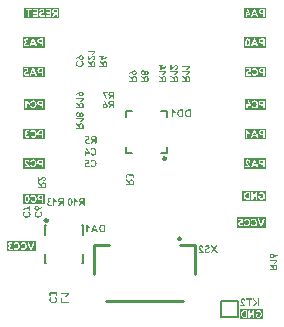
<source format=gbo>
G04*
G04 #@! TF.GenerationSoftware,Altium Limited,Altium Designer,19.1.9 (167)*
G04*
G04 Layer_Color=14277081*
%FSLAX24Y24*%
%MOIN*%
G70*
G01*
G75*
%ADD11C,0.0079*%
%ADD12C,0.0098*%
G36*
X2205Y10541D02*
Y10197D01*
X1041D01*
Y10541D01*
X2205D01*
D02*
G37*
G36*
X1713Y9555D02*
Y9210D01*
X984D01*
Y9555D01*
X1713D01*
D02*
G37*
G36*
Y8226D02*
X984D01*
Y8570D01*
X1713D01*
Y8226D01*
D02*
G37*
G36*
Y7146D02*
X1033D01*
Y7492D01*
X1713D01*
Y7146D01*
D02*
G37*
G36*
Y6506D02*
Y6161D01*
X1010D01*
Y6506D01*
X1713D01*
D02*
G37*
G36*
Y5522D02*
Y5177D01*
X1011D01*
Y5522D01*
X1713D01*
D02*
G37*
G36*
Y3996D02*
X1010D01*
Y4341D01*
X1713D01*
Y3996D01*
D02*
G37*
G36*
X1417Y2421D02*
X454D01*
Y2766D01*
X1417D01*
Y2421D01*
D02*
G37*
G36*
X9094Y3209D02*
X8131D01*
Y3553D01*
X9094D01*
Y3209D01*
D02*
G37*
G36*
Y4094D02*
X8311D01*
Y4439D01*
X9094D01*
Y4094D01*
D02*
G37*
G36*
X9095Y5175D02*
X8367D01*
Y5522D01*
X9095D01*
Y5175D01*
D02*
G37*
G36*
Y6159D02*
X8389D01*
Y6508D01*
X9095D01*
Y6159D01*
D02*
G37*
G36*
Y7146D02*
X8400D01*
Y7490D01*
X9095D01*
Y7146D01*
D02*
G37*
G36*
Y8228D02*
X8392D01*
Y8573D01*
X9095D01*
Y8228D01*
D02*
G37*
G36*
Y9210D02*
X8366D01*
Y9557D01*
X9095D01*
Y9210D01*
D02*
G37*
G36*
Y10194D02*
X8374D01*
Y10541D01*
X9095D01*
Y10194D01*
D02*
G37*
G36*
X5650Y8624D02*
X5653Y8623D01*
X5656Y8622D01*
X5658Y8621D01*
X5660Y8620D01*
X5661Y8619D01*
X5662Y8618D01*
X5663Y8618D01*
X5664Y8615D01*
X5666Y8613D01*
X5666Y8611D01*
X5667Y8609D01*
X5667Y8607D01*
X5668Y8605D01*
Y8604D01*
X5667Y8601D01*
X5667Y8598D01*
X5666Y8596D01*
X5665Y8594D01*
X5664Y8592D01*
X5663Y8591D01*
X5663Y8590D01*
X5663Y8590D01*
X5660Y8588D01*
X5658Y8587D01*
X5655Y8585D01*
X5652Y8585D01*
X5650Y8584D01*
X5648Y8584D01*
X5647D01*
X5647D01*
X5616D01*
Y8521D01*
X5745Y8582D01*
X5749Y8584D01*
X5752Y8584D01*
X5753Y8584D01*
X5754D01*
X5754D01*
X5755D01*
X5758Y8584D01*
X5760Y8583D01*
X5763Y8582D01*
X5765Y8581D01*
X5766Y8580D01*
X5767Y8579D01*
X5768Y8578D01*
X5768Y8578D01*
X5770Y8575D01*
X5772Y8573D01*
X5773Y8570D01*
X5773Y8568D01*
X5774Y8566D01*
X5774Y8565D01*
Y8563D01*
X5774Y8559D01*
X5772Y8556D01*
X5771Y8553D01*
X5768Y8550D01*
X5766Y8549D01*
X5765Y8547D01*
X5763Y8546D01*
X5763Y8546D01*
X5604Y8471D01*
X5600Y8469D01*
X5596Y8468D01*
X5595D01*
X5594Y8468D01*
X5593D01*
X5593D01*
X5590Y8468D01*
X5587Y8469D01*
X5585Y8470D01*
X5583Y8471D01*
X5581Y8473D01*
X5580Y8475D01*
X5578Y8478D01*
X5576Y8482D01*
X5576Y8486D01*
X5575Y8487D01*
Y8584D01*
X5532D01*
X5528Y8584D01*
X5525Y8585D01*
X5522Y8586D01*
X5520Y8587D01*
X5518Y8588D01*
X5517Y8590D01*
X5515Y8592D01*
X5514Y8594D01*
X5513Y8598D01*
X5512Y8601D01*
Y8602D01*
X5512Y8603D01*
Y8604D01*
X5512Y8608D01*
X5513Y8611D01*
X5514Y8613D01*
X5515Y8615D01*
X5516Y8617D01*
X5518Y8619D01*
X5520Y8620D01*
X5522Y8622D01*
X5525Y8623D01*
X5529Y8624D01*
X5530Y8624D01*
X5531D01*
X5531D01*
X5532D01*
X5647D01*
X5650Y8624D01*
D02*
G37*
G36*
X5758Y8429D02*
X5761Y8428D01*
X5764Y8427D01*
X5767Y8426D01*
X5769Y8425D01*
X5771Y8424D01*
X5772Y8422D01*
X5774Y8421D01*
X5775Y8418D01*
X5776Y8415D01*
Y8414D01*
X5776Y8413D01*
Y8412D01*
X5776Y8409D01*
X5775Y8406D01*
X5774Y8403D01*
X5773Y8401D01*
X5771Y8398D01*
X5770Y8397D01*
X5769Y8396D01*
X5768Y8395D01*
X5676Y8296D01*
X5673Y8294D01*
X5671Y8292D01*
X5669Y8291D01*
X5666Y8290D01*
X5664Y8290D01*
X5663Y8290D01*
X5662D01*
X5661D01*
X5658Y8290D01*
X5656Y8290D01*
X5653Y8291D01*
X5651Y8293D01*
X5649Y8294D01*
X5648Y8295D01*
X5647Y8295D01*
X5647Y8296D01*
X5645Y8298D01*
X5643Y8300D01*
X5642Y8303D01*
X5641Y8305D01*
X5641Y8307D01*
X5641Y8308D01*
Y8310D01*
X5641Y8312D01*
X5641Y8315D01*
X5643Y8317D01*
X5644Y8320D01*
X5644Y8321D01*
X5646Y8322D01*
X5646Y8323D01*
X5646Y8323D01*
X5708Y8389D01*
X5532D01*
X5528Y8389D01*
X5525Y8390D01*
X5522Y8391D01*
X5520Y8392D01*
X5518Y8394D01*
X5517Y8395D01*
X5515Y8397D01*
X5514Y8399D01*
X5513Y8403D01*
X5512Y8406D01*
Y8407D01*
X5512Y8408D01*
Y8409D01*
X5512Y8412D01*
X5513Y8415D01*
X5514Y8418D01*
X5515Y8421D01*
X5516Y8422D01*
X5518Y8424D01*
X5520Y8425D01*
X5522Y8427D01*
X5525Y8428D01*
X5529Y8429D01*
X5530Y8429D01*
X5531D01*
X5531D01*
X5532D01*
X5754D01*
X5758Y8429D01*
D02*
G37*
G36*
X5533Y8264D02*
X5536Y8263D01*
X5539Y8262D01*
X5542Y8260D01*
X5546Y8258D01*
X5549Y8256D01*
X5557Y8251D01*
X5561Y8249D01*
X5564Y8246D01*
X5567Y8244D01*
X5570Y8242D01*
X5572Y8240D01*
X5574Y8239D01*
X5575Y8238D01*
X5576Y8238D01*
X5584Y8231D01*
X5592Y8225D01*
X5600Y8219D01*
X5607Y8214D01*
X5610Y8211D01*
X5612Y8210D01*
X5615Y8208D01*
X5617Y8206D01*
X5618Y8205D01*
X5619Y8204D01*
X5620Y8203D01*
X5620Y8203D01*
X5622Y8208D01*
X5623Y8213D01*
X5627Y8221D01*
X5629Y8225D01*
X5631Y8228D01*
X5633Y8232D01*
X5636Y8235D01*
X5638Y8237D01*
X5640Y8240D01*
X5642Y8242D01*
X5644Y8244D01*
X5645Y8245D01*
X5646Y8246D01*
X5647Y8246D01*
X5647Y8247D01*
X5651Y8250D01*
X5655Y8252D01*
X5659Y8255D01*
X5663Y8257D01*
X5667Y8258D01*
X5672Y8260D01*
X5679Y8262D01*
X5682Y8263D01*
X5685Y8263D01*
X5688Y8264D01*
X5691Y8264D01*
X5692Y8264D01*
X5694D01*
X5695D01*
X5695D01*
X5701Y8264D01*
X5706Y8263D01*
X5711Y8262D01*
X5717Y8261D01*
X5721Y8259D01*
X5726Y8257D01*
X5730Y8255D01*
X5733Y8253D01*
X5737Y8251D01*
X5740Y8249D01*
X5742Y8247D01*
X5744Y8245D01*
X5746Y8244D01*
X5747Y8243D01*
X5748Y8242D01*
X5749Y8242D01*
X5752Y8237D01*
X5756Y8233D01*
X5759Y8228D01*
X5761Y8224D01*
X5764Y8219D01*
X5765Y8215D01*
X5767Y8211D01*
X5768Y8207D01*
X5769Y8203D01*
X5770Y8199D01*
X5770Y8196D01*
X5771Y8193D01*
Y8191D01*
X5771Y8190D01*
Y8091D01*
X5771Y8088D01*
X5770Y8085D01*
X5769Y8083D01*
X5768Y8081D01*
X5767Y8079D01*
X5766Y8078D01*
X5765Y8077D01*
X5765Y8077D01*
X5763Y8075D01*
X5760Y8073D01*
X5758Y8072D01*
X5756Y8071D01*
X5754Y8071D01*
X5752Y8071D01*
X5751D01*
X5751D01*
X5532D01*
X5529Y8071D01*
X5526Y8071D01*
X5523Y8073D01*
X5521Y8074D01*
X5519Y8074D01*
X5518Y8076D01*
X5518Y8076D01*
X5517Y8076D01*
X5515Y8079D01*
X5514Y8081D01*
X5513Y8083D01*
X5513Y8086D01*
X5512Y8088D01*
X5512Y8089D01*
Y8091D01*
X5512Y8094D01*
X5513Y8097D01*
X5513Y8099D01*
X5515Y8101D01*
X5516Y8103D01*
X5516Y8104D01*
X5517Y8105D01*
X5517Y8105D01*
X5519Y8107D01*
X5522Y8108D01*
X5524Y8109D01*
X5527Y8110D01*
X5529Y8110D01*
X5530Y8111D01*
X5531D01*
X5532D01*
X5619D01*
Y8154D01*
X5520Y8228D01*
X5517Y8231D01*
X5515Y8233D01*
X5513Y8236D01*
X5513Y8238D01*
X5512Y8240D01*
X5512Y8242D01*
X5512Y8243D01*
Y8244D01*
X5512Y8247D01*
X5512Y8249D01*
X5513Y8252D01*
X5515Y8254D01*
X5515Y8256D01*
X5516Y8257D01*
X5517Y8258D01*
X5517Y8258D01*
X5520Y8260D01*
X5522Y8262D01*
X5524Y8263D01*
X5527Y8264D01*
X5528Y8264D01*
X5530Y8264D01*
X5531D01*
X5531D01*
X5533Y8264D01*
D02*
G37*
G36*
X9304Y2347D02*
X9310Y2346D01*
X9316Y2345D01*
X9321Y2344D01*
X9326Y2342D01*
X9331Y2340D01*
X9336Y2338D01*
X9339Y2336D01*
X9343Y2334D01*
X9346Y2331D01*
X9349Y2330D01*
X9351Y2328D01*
X9353Y2326D01*
X9354Y2325D01*
X9355Y2324D01*
X9356Y2324D01*
X9360Y2320D01*
X9363Y2315D01*
X9366Y2310D01*
X9369Y2305D01*
X9371Y2300D01*
X9373Y2296D01*
X9374Y2291D01*
X9376Y2287D01*
X9376Y2283D01*
X9377Y2279D01*
X9377Y2275D01*
X9378Y2272D01*
X9378Y2270D01*
Y2262D01*
X9428Y2287D01*
X9432Y2289D01*
X9435Y2290D01*
X9438Y2292D01*
X9440Y2293D01*
X9442Y2294D01*
X9444Y2295D01*
X9447Y2296D01*
X9449Y2297D01*
X9451Y2298D01*
X9451Y2298D01*
X9452D01*
X9456Y2300D01*
X9459Y2300D01*
X9460Y2301D01*
X9460D01*
X9461D01*
X9461D01*
X9464Y2300D01*
X9467Y2300D01*
X9469Y2298D01*
X9471Y2297D01*
X9473Y2296D01*
X9474Y2295D01*
X9475Y2294D01*
X9475Y2294D01*
X9477Y2292D01*
X9478Y2289D01*
X9479Y2287D01*
X9480Y2285D01*
X9480Y2283D01*
X9481Y2281D01*
Y2280D01*
X9480Y2276D01*
X9479Y2272D01*
X9477Y2269D01*
X9475Y2267D01*
X9473Y2265D01*
X9471Y2263D01*
X9470Y2263D01*
X9469Y2262D01*
X9333Y2196D01*
X9327Y2193D01*
X9321Y2191D01*
X9315Y2190D01*
X9309Y2189D01*
X9305Y2188D01*
X9303Y2188D01*
X9301D01*
X9300Y2188D01*
X9299D01*
X9298D01*
X9298D01*
X9292Y2188D01*
X9286Y2189D01*
X9280Y2190D01*
X9275Y2191D01*
X9270Y2193D01*
X9265Y2195D01*
X9261Y2197D01*
X9256Y2199D01*
X9253Y2201D01*
X9250Y2203D01*
X9247Y2205D01*
X9245Y2207D01*
X9243Y2208D01*
X9242Y2209D01*
X9241Y2210D01*
X9241Y2210D01*
X9237Y2215D01*
X9234Y2219D01*
X9231Y2224D01*
X9228Y2229D01*
X9226Y2234D01*
X9224Y2239D01*
X9222Y2243D01*
X9221Y2248D01*
X9220Y2252D01*
X9219Y2256D01*
X9219Y2259D01*
X9219Y2262D01*
Y2265D01*
X9218Y2266D01*
Y2268D01*
X9219Y2274D01*
X9219Y2280D01*
X9220Y2286D01*
X9222Y2291D01*
X9223Y2296D01*
X9225Y2301D01*
X9228Y2305D01*
X9230Y2309D01*
X9232Y2313D01*
X9234Y2316D01*
X9236Y2319D01*
X9237Y2321D01*
X9239Y2323D01*
X9240Y2324D01*
X9241Y2325D01*
X9241Y2325D01*
X9245Y2329D01*
X9250Y2332D01*
X9255Y2336D01*
X9259Y2338D01*
X9264Y2340D01*
X9269Y2342D01*
X9274Y2343D01*
X9278Y2345D01*
X9282Y2346D01*
X9286Y2346D01*
X9289Y2347D01*
X9292Y2347D01*
X9295D01*
X9296Y2348D01*
X9298D01*
X9298D01*
X9304Y2347D01*
D02*
G37*
G36*
X9464Y2144D02*
X9468Y2144D01*
X9471Y2143D01*
X9473Y2142D01*
X9475Y2141D01*
X9477Y2139D01*
X9479Y2138D01*
X9480Y2136D01*
X9482Y2133D01*
X9483Y2131D01*
Y2129D01*
X9483Y2129D01*
Y2128D01*
X9483Y2125D01*
X9482Y2122D01*
X9480Y2119D01*
X9479Y2116D01*
X9477Y2114D01*
X9476Y2113D01*
X9475Y2111D01*
X9475Y2111D01*
X9382Y2012D01*
X9380Y2010D01*
X9377Y2008D01*
X9375Y2007D01*
X9373Y2006D01*
X9371Y2006D01*
X9369Y2005D01*
X9368D01*
X9368D01*
X9365Y2006D01*
X9362Y2006D01*
X9360Y2007D01*
X9357Y2008D01*
X9356Y2009D01*
X9354Y2010D01*
X9354Y2011D01*
X9353Y2011D01*
X9351Y2014D01*
X9350Y2016D01*
X9349Y2018D01*
X9348Y2021D01*
X9347Y2022D01*
X9347Y2024D01*
Y2025D01*
X9347Y2028D01*
X9348Y2031D01*
X9349Y2033D01*
X9350Y2035D01*
X9351Y2037D01*
X9352Y2038D01*
X9353Y2039D01*
X9353Y2039D01*
X9415Y2105D01*
X9238D01*
X9235Y2105D01*
X9232Y2105D01*
X9229Y2107D01*
X9227Y2108D01*
X9225Y2109D01*
X9223Y2111D01*
X9222Y2113D01*
X9221Y2115D01*
X9219Y2118D01*
X9219Y2122D01*
Y2123D01*
X9218Y2124D01*
Y2125D01*
X9219Y2128D01*
X9219Y2131D01*
X9220Y2134D01*
X9221Y2136D01*
X9223Y2138D01*
X9225Y2140D01*
X9226Y2141D01*
X9228Y2142D01*
X9232Y2144D01*
X9235Y2144D01*
X9236Y2145D01*
X9237D01*
X9238D01*
X9238D01*
X9460D01*
X9464Y2144D01*
D02*
G37*
G36*
X9240Y1980D02*
X9242Y1979D01*
X9245Y1978D01*
X9249Y1976D01*
X9252Y1974D01*
X9256Y1972D01*
X9263Y1967D01*
X9267Y1964D01*
X9270Y1962D01*
X9274Y1960D01*
X9276Y1958D01*
X9279Y1956D01*
X9281Y1955D01*
X9282Y1954D01*
X9282Y1954D01*
X9291Y1947D01*
X9299Y1941D01*
X9306Y1935D01*
X9313Y1930D01*
X9316Y1927D01*
X9319Y1925D01*
X9321Y1923D01*
X9323Y1922D01*
X9325Y1920D01*
X9326Y1920D01*
X9327Y1919D01*
X9327Y1919D01*
X9328Y1924D01*
X9330Y1928D01*
X9333Y1937D01*
X9335Y1941D01*
X9338Y1944D01*
X9340Y1947D01*
X9342Y1950D01*
X9344Y1953D01*
X9346Y1956D01*
X9348Y1957D01*
X9350Y1959D01*
X9351Y1961D01*
X9353Y1962D01*
X9353Y1962D01*
X9353Y1962D01*
X9357Y1965D01*
X9362Y1968D01*
X9366Y1971D01*
X9370Y1972D01*
X9374Y1974D01*
X9378Y1975D01*
X9385Y1978D01*
X9389Y1978D01*
X9392Y1979D01*
X9395Y1979D01*
X9397Y1980D01*
X9399Y1980D01*
X9400D01*
X9401D01*
X9401D01*
X9407Y1980D01*
X9413Y1979D01*
X9418Y1978D01*
X9423Y1976D01*
X9428Y1975D01*
X9432Y1973D01*
X9436Y1971D01*
X9440Y1969D01*
X9443Y1966D01*
X9446Y1965D01*
X9449Y1963D01*
X9451Y1961D01*
X9453Y1960D01*
X9454Y1959D01*
X9455Y1958D01*
X9455Y1957D01*
X9459Y1953D01*
X9462Y1949D01*
X9465Y1944D01*
X9468Y1940D01*
X9470Y1935D01*
X9472Y1931D01*
X9473Y1926D01*
X9475Y1922D01*
X9475Y1918D01*
X9476Y1915D01*
X9477Y1912D01*
X9477Y1909D01*
Y1907D01*
X9477Y1905D01*
Y1806D01*
X9477Y1803D01*
X9477Y1801D01*
X9475Y1799D01*
X9474Y1796D01*
X9473Y1795D01*
X9472Y1793D01*
X9472Y1793D01*
X9471Y1792D01*
X9469Y1790D01*
X9467Y1789D01*
X9464Y1788D01*
X9462Y1787D01*
X9460Y1787D01*
X9459Y1786D01*
X9458D01*
X9457D01*
X9238D01*
X9235Y1787D01*
X9232Y1787D01*
X9230Y1788D01*
X9228Y1789D01*
X9226Y1790D01*
X9225Y1791D01*
X9224Y1792D01*
X9224Y1792D01*
X9222Y1794D01*
X9220Y1797D01*
X9220Y1799D01*
X9219Y1802D01*
X9219Y1803D01*
X9218Y1805D01*
Y1806D01*
X9219Y1809D01*
X9219Y1812D01*
X9220Y1815D01*
X9221Y1817D01*
X9222Y1819D01*
X9223Y1820D01*
X9223Y1820D01*
X9224Y1821D01*
X9226Y1823D01*
X9228Y1824D01*
X9231Y1825D01*
X9233Y1826D01*
X9235Y1826D01*
X9237Y1826D01*
X9238D01*
X9238D01*
X9325D01*
Y1870D01*
X9226Y1944D01*
X9223Y1947D01*
X9222Y1949D01*
X9220Y1952D01*
X9219Y1954D01*
X9219Y1956D01*
X9218Y1958D01*
X9218Y1959D01*
Y1959D01*
X9218Y1962D01*
X9219Y1965D01*
X9220Y1968D01*
X9221Y1970D01*
X9222Y1971D01*
X9223Y1973D01*
X9223Y1974D01*
X9224Y1974D01*
X9226Y1976D01*
X9228Y1977D01*
X9231Y1978D01*
X9233Y1979D01*
X9235Y1980D01*
X9237Y1980D01*
X9238D01*
X9238D01*
X9240Y1980D01*
D02*
G37*
G36*
X8328Y853D02*
X8333Y852D01*
X8338Y851D01*
X8343Y850D01*
X8348Y848D01*
X8352Y846D01*
X8356Y844D01*
X8360Y842D01*
X8363Y840D01*
X8366Y838D01*
X8369Y836D01*
X8371Y835D01*
X8373Y833D01*
X8374Y832D01*
X8375Y831D01*
X8375Y831D01*
X8379Y827D01*
X8383Y822D01*
X8386Y818D01*
X8388Y813D01*
X8391Y809D01*
X8392Y804D01*
X8394Y800D01*
X8395Y796D01*
X8396Y792D01*
X8397Y788D01*
X8397Y785D01*
X8398Y782D01*
Y780D01*
X8398Y778D01*
Y777D01*
Y777D01*
X8398Y773D01*
X8397Y770D01*
X8396Y768D01*
X8395Y766D01*
X8393Y764D01*
X8392Y762D01*
X8390Y761D01*
X8388Y760D01*
X8384Y758D01*
X8381Y757D01*
X8380D01*
X8379Y757D01*
X8378D01*
X8375Y757D01*
X8372Y758D01*
X8369Y759D01*
X8366Y760D01*
X8364Y762D01*
X8363Y763D01*
X8361Y765D01*
X8360Y767D01*
X8359Y770D01*
X8358Y774D01*
X8358Y775D01*
Y776D01*
Y776D01*
Y777D01*
X8357Y782D01*
X8356Y787D01*
X8355Y791D01*
X8352Y795D01*
X8350Y798D01*
X8349Y800D01*
X8348Y802D01*
X8347Y802D01*
X8343Y806D01*
X8339Y809D01*
X8335Y811D01*
X8331Y812D01*
X8327Y812D01*
X8325Y813D01*
X8323Y813D01*
X8322D01*
X8317Y813D01*
X8316Y812D01*
X8314Y812D01*
X8312Y812D01*
X8311Y811D01*
X8310Y811D01*
X8310D01*
X8306Y809D01*
X8302Y807D01*
X8299Y805D01*
X8296Y803D01*
X8294Y800D01*
X8292Y798D01*
X8290Y796D01*
X8289Y794D01*
X8288Y791D01*
X8287Y789D01*
X8287Y788D01*
X8286Y786D01*
Y785D01*
X8286Y784D01*
Y783D01*
Y783D01*
X8287Y778D01*
X8288Y773D01*
X8290Y767D01*
X8292Y761D01*
X8295Y755D01*
X8298Y750D01*
X8302Y744D01*
X8305Y738D01*
X8309Y733D01*
X8313Y727D01*
X8316Y723D01*
X8319Y719D01*
X8321Y716D01*
X8323Y713D01*
X8324Y711D01*
X8325Y711D01*
Y711D01*
X8338Y695D01*
X8352Y680D01*
X8358Y672D01*
X8364Y666D01*
X8369Y659D01*
X8375Y653D01*
X8380Y647D01*
X8384Y642D01*
X8388Y637D01*
X8391Y633D01*
X8394Y630D01*
X8396Y628D01*
X8397Y627D01*
X8397Y626D01*
X8400Y623D01*
X8401Y620D01*
X8402Y618D01*
X8403Y615D01*
X8403Y613D01*
X8404Y612D01*
Y611D01*
Y610D01*
X8403Y607D01*
X8403Y605D01*
X8402Y603D01*
X8400Y601D01*
X8399Y599D01*
X8397Y598D01*
X8393Y596D01*
X8389Y594D01*
X8385Y594D01*
X8384Y594D01*
X8262D01*
X8258Y594D01*
X8255Y594D01*
X8253Y595D01*
X8250Y597D01*
X8248Y598D01*
X8247Y600D01*
X8245Y602D01*
X8244Y604D01*
X8243Y607D01*
X8242Y610D01*
X8242Y612D01*
Y613D01*
Y613D01*
Y613D01*
X8242Y617D01*
X8243Y620D01*
X8244Y623D01*
X8245Y625D01*
X8246Y627D01*
X8248Y628D01*
X8250Y630D01*
X8252Y631D01*
X8256Y632D01*
X8259Y633D01*
X8260Y633D01*
X8340D01*
X8263Y729D01*
X8260Y733D01*
X8257Y737D01*
X8255Y741D01*
X8253Y745D01*
X8251Y749D01*
X8250Y753D01*
X8248Y761D01*
X8247Y764D01*
X8247Y767D01*
X8246Y770D01*
X8246Y772D01*
X8246Y774D01*
Y775D01*
Y776D01*
Y776D01*
X8246Y781D01*
X8246Y785D01*
X8248Y793D01*
X8250Y800D01*
X8251Y804D01*
X8252Y807D01*
X8254Y810D01*
X8255Y812D01*
X8256Y814D01*
X8257Y816D01*
X8258Y818D01*
X8258Y819D01*
X8259Y819D01*
X8259Y820D01*
X8262Y823D01*
X8264Y827D01*
X8271Y833D01*
X8277Y838D01*
X8283Y842D01*
X8288Y845D01*
X8290Y846D01*
X8293Y847D01*
X8294Y848D01*
X8295Y848D01*
X8296Y849D01*
X8296D01*
X8301Y850D01*
X8306Y851D01*
X8310Y852D01*
X8314Y852D01*
X8317Y853D01*
X8320Y853D01*
X8322D01*
X8328Y853D01*
D02*
G37*
G36*
X8841D02*
X8844Y852D01*
X8846Y851D01*
X8848Y850D01*
X8850Y849D01*
X8851Y849D01*
X8851Y848D01*
X8852Y848D01*
X8854Y846D01*
X8856Y843D01*
X8857Y840D01*
X8857Y838D01*
X8858Y836D01*
X8858Y834D01*
Y833D01*
Y833D01*
Y610D01*
X8858Y607D01*
X8857Y604D01*
X8856Y602D01*
X8855Y600D01*
X8854Y598D01*
X8853Y597D01*
X8852Y596D01*
X8852Y595D01*
X8850Y594D01*
X8847Y593D01*
X8845Y592D01*
X8843Y591D01*
X8841Y591D01*
X8840Y591D01*
X8838D01*
X8836Y591D01*
X8833Y591D01*
X8831Y592D01*
X8829Y593D01*
X8827Y594D01*
X8826Y595D01*
X8825Y595D01*
X8825Y595D01*
X8823Y598D01*
X8821Y600D01*
X8820Y603D01*
X8819Y605D01*
X8818Y607D01*
X8818Y609D01*
Y610D01*
Y610D01*
Y833D01*
X8818Y836D01*
X8819Y839D01*
X8820Y841D01*
X8821Y844D01*
X8823Y846D01*
X8824Y847D01*
X8825Y847D01*
X8825Y848D01*
X8827Y849D01*
X8829Y851D01*
X8832Y852D01*
X8834Y852D01*
X8836Y853D01*
X8837Y853D01*
X8838D01*
X8841Y853D01*
D02*
G37*
G36*
X8689D02*
X8692Y852D01*
X8694Y851D01*
X8697Y850D01*
X8698Y849D01*
X8700Y848D01*
X8700Y847D01*
X8701Y847D01*
X8805Y739D01*
X8807Y737D01*
X8808Y735D01*
X8809Y733D01*
X8810Y730D01*
X8810Y728D01*
X8810Y727D01*
Y726D01*
Y725D01*
X8810Y723D01*
X8810Y720D01*
X8809Y718D01*
X8808Y716D01*
X8807Y714D01*
X8806Y713D01*
X8806Y712D01*
X8805Y712D01*
X8701Y597D01*
X8699Y595D01*
X8696Y593D01*
X8694Y592D01*
X8691Y591D01*
X8690Y591D01*
X8688Y591D01*
X8686D01*
X8683Y591D01*
X8681Y591D01*
X8678Y592D01*
X8676Y594D01*
X8675Y594D01*
X8673Y595D01*
X8673Y596D01*
X8672Y596D01*
X8670Y598D01*
X8669Y601D01*
X8668Y603D01*
X8667Y606D01*
X8667Y607D01*
X8666Y609D01*
Y610D01*
Y610D01*
X8667Y613D01*
X8667Y616D01*
X8668Y618D01*
X8669Y620D01*
X8670Y622D01*
X8671Y623D01*
X8671Y624D01*
X8672Y624D01*
X8763Y725D01*
X8672Y819D01*
X8670Y821D01*
X8669Y823D01*
X8668Y826D01*
X8667Y828D01*
X8667Y830D01*
X8666Y831D01*
Y832D01*
Y833D01*
X8667Y836D01*
X8667Y838D01*
X8668Y841D01*
X8669Y843D01*
X8670Y844D01*
X8672Y846D01*
X8672Y847D01*
X8672Y847D01*
X8675Y849D01*
X8677Y850D01*
X8679Y852D01*
X8681Y852D01*
X8683Y853D01*
X8685Y853D01*
X8686D01*
X8689Y853D01*
D02*
G37*
G36*
X8619Y849D02*
X8622Y849D01*
X8624Y848D01*
X8626Y847D01*
X8628Y845D01*
X8630Y843D01*
X8631Y841D01*
X8633Y840D01*
X8634Y836D01*
X8635Y833D01*
Y832D01*
X8635Y831D01*
Y830D01*
Y830D01*
X8635Y826D01*
X8634Y823D01*
X8633Y820D01*
X8632Y818D01*
X8630Y816D01*
X8629Y815D01*
X8627Y813D01*
X8625Y812D01*
X8621Y811D01*
X8618Y810D01*
X8617D01*
X8616Y810D01*
X8553D01*
Y610D01*
X8553Y607D01*
X8552Y604D01*
X8551Y601D01*
X8550Y599D01*
X8548Y597D01*
X8547Y595D01*
X8545Y594D01*
X8543Y593D01*
X8539Y592D01*
X8536Y591D01*
X8534D01*
X8533Y591D01*
X8533D01*
X8529Y591D01*
X8526Y591D01*
X8523Y592D01*
X8521Y594D01*
X8519Y595D01*
X8518Y597D01*
X8516Y599D01*
X8515Y601D01*
X8514Y604D01*
X8513Y607D01*
X8513Y609D01*
Y610D01*
Y610D01*
Y610D01*
Y810D01*
X8450D01*
X8447Y810D01*
X8443Y811D01*
X8441Y812D01*
X8438Y813D01*
X8436Y814D01*
X8435Y816D01*
X8433Y818D01*
X8432Y820D01*
X8430Y823D01*
X8430Y827D01*
X8429Y828D01*
Y829D01*
Y829D01*
Y830D01*
X8430Y833D01*
X8430Y836D01*
X8431Y839D01*
X8433Y841D01*
X8434Y843D01*
X8436Y845D01*
X8438Y846D01*
X8440Y847D01*
X8444Y849D01*
X8447Y849D01*
X8448Y850D01*
X8615D01*
X8619Y849D01*
D02*
G37*
G36*
X8996Y157D02*
X8218D01*
Y499D01*
X8996D01*
Y157D01*
D02*
G37*
G36*
X3396Y9113D02*
X3399Y9112D01*
X3402Y9111D01*
X3405Y9110D01*
X3407Y9109D01*
X3409Y9108D01*
X3410Y9106D01*
X3411Y9105D01*
X3413Y9102D01*
X3414Y9099D01*
Y9098D01*
X3414Y9097D01*
Y9096D01*
X3414Y9093D01*
X3413Y9090D01*
X3412Y9087D01*
X3410Y9085D01*
X3409Y9083D01*
X3408Y9081D01*
X3406Y9080D01*
X3406Y9080D01*
X3314Y8980D01*
X3311Y8978D01*
X3309Y8976D01*
X3306Y8975D01*
X3304Y8974D01*
X3302Y8974D01*
X3301Y8974D01*
X3299D01*
X3299D01*
X3296Y8974D01*
X3293Y8974D01*
X3291Y8975D01*
X3289Y8977D01*
X3287Y8978D01*
X3286Y8979D01*
X3285Y8979D01*
X3285Y8980D01*
X3283Y8982D01*
X3281Y8984D01*
X3280Y8987D01*
X3279Y8989D01*
X3279Y8991D01*
X3278Y8992D01*
Y8994D01*
X3279Y8997D01*
X3279Y8999D01*
X3280Y9001D01*
X3281Y9004D01*
X3282Y9005D01*
X3283Y9006D01*
X3284Y9007D01*
X3284Y9007D01*
X3346Y9073D01*
X3170D01*
X3166Y9073D01*
X3163Y9074D01*
X3160Y9075D01*
X3158Y9076D01*
X3156Y9078D01*
X3155Y9079D01*
X3153Y9081D01*
X3152Y9083D01*
X3151Y9087D01*
X3150Y9090D01*
Y9091D01*
X3150Y9092D01*
Y9093D01*
X3150Y9096D01*
X3150Y9099D01*
X3152Y9102D01*
X3153Y9105D01*
X3154Y9107D01*
X3156Y9108D01*
X3158Y9110D01*
X3160Y9111D01*
X3163Y9112D01*
X3167Y9113D01*
X3168Y9113D01*
X3169D01*
X3169D01*
X3170D01*
X3392D01*
X3396Y9113D01*
D02*
G37*
G36*
X3176Y8944D02*
X3179Y8944D01*
X3182Y8942D01*
X3184Y8941D01*
X3186Y8940D01*
X3188Y8938D01*
X3189Y8936D01*
X3190Y8934D01*
X3191Y8930D01*
X3192Y8927D01*
X3192Y8926D01*
Y8846D01*
X3288Y8923D01*
X3292Y8926D01*
X3296Y8929D01*
X3300Y8931D01*
X3304Y8933D01*
X3308Y8935D01*
X3312Y8936D01*
X3320Y8938D01*
X3323Y8939D01*
X3326Y8939D01*
X3329Y8940D01*
X3331Y8940D01*
X3333Y8940D01*
X3334D01*
X3335D01*
X3336D01*
X3340Y8940D01*
X3344Y8940D01*
X3352Y8938D01*
X3360Y8936D01*
X3363Y8935D01*
X3366Y8934D01*
X3369Y8933D01*
X3371Y8931D01*
X3373Y8930D01*
X3375Y8929D01*
X3377Y8928D01*
X3378Y8928D01*
X3378Y8927D01*
X3379Y8927D01*
X3382Y8924D01*
X3386Y8922D01*
X3392Y8915D01*
X3397Y8909D01*
X3401Y8903D01*
X3404Y8898D01*
X3405Y8896D01*
X3406Y8894D01*
X3407Y8892D01*
X3407Y8891D01*
X3408Y8890D01*
Y8890D01*
X3409Y8885D01*
X3410Y8880D01*
X3411Y8876D01*
X3411Y8872D01*
X3412Y8869D01*
X3412Y8866D01*
Y8864D01*
X3412Y8858D01*
X3411Y8853D01*
X3410Y8848D01*
X3409Y8843D01*
X3407Y8838D01*
X3405Y8834D01*
X3403Y8830D01*
X3401Y8826D01*
X3399Y8823D01*
X3397Y8820D01*
X3395Y8817D01*
X3394Y8815D01*
X3392Y8813D01*
X3391Y8812D01*
X3390Y8811D01*
X3390Y8811D01*
X3386Y8807D01*
X3381Y8804D01*
X3377Y8801D01*
X3372Y8798D01*
X3368Y8796D01*
X3363Y8794D01*
X3359Y8792D01*
X3355Y8791D01*
X3351Y8790D01*
X3347Y8789D01*
X3344Y8789D01*
X3342Y8788D01*
X3339D01*
X3337Y8788D01*
X3336D01*
X3336D01*
X3333Y8788D01*
X3330Y8789D01*
X3327Y8790D01*
X3325Y8791D01*
X3323Y8793D01*
X3321Y8795D01*
X3320Y8796D01*
X3319Y8798D01*
X3317Y8802D01*
X3316Y8805D01*
Y8806D01*
X3316Y8807D01*
Y8808D01*
X3316Y8812D01*
X3317Y8815D01*
X3318Y8817D01*
X3319Y8820D01*
X3321Y8822D01*
X3322Y8823D01*
X3324Y8825D01*
X3326Y8826D01*
X3330Y8827D01*
X3333Y8828D01*
X3334Y8828D01*
X3335D01*
X3336D01*
X3336D01*
X3341Y8829D01*
X3346Y8830D01*
X3351Y8832D01*
X3354Y8834D01*
X3357Y8836D01*
X3360Y8837D01*
X3361Y8838D01*
X3361Y8839D01*
X3365Y8843D01*
X3368Y8847D01*
X3370Y8852D01*
X3371Y8856D01*
X3372Y8859D01*
X3372Y8862D01*
X3372Y8863D01*
Y8864D01*
X3372Y8869D01*
X3372Y8871D01*
X3371Y8873D01*
X3371Y8874D01*
X3370Y8875D01*
X3370Y8876D01*
Y8876D01*
X3368Y8880D01*
X3366Y8884D01*
X3364Y8887D01*
X3362Y8890D01*
X3360Y8892D01*
X3357Y8894D01*
X3355Y8896D01*
X3353Y8897D01*
X3351Y8898D01*
X3348Y8899D01*
X3347Y8899D01*
X3345Y8900D01*
X3344D01*
X3343Y8900D01*
X3342D01*
X3342D01*
X3337Y8900D01*
X3332Y8899D01*
X3326Y8897D01*
X3320Y8894D01*
X3314Y8891D01*
X3309Y8888D01*
X3303Y8884D01*
X3297Y8881D01*
X3292Y8877D01*
X3286Y8874D01*
X3282Y8870D01*
X3278Y8867D01*
X3275Y8865D01*
X3272Y8863D01*
X3271Y8862D01*
X3270Y8861D01*
X3270D01*
X3254Y8848D01*
X3239Y8835D01*
X3232Y8828D01*
X3225Y8822D01*
X3218Y8817D01*
X3212Y8811D01*
X3206Y8807D01*
X3201Y8802D01*
X3196Y8798D01*
X3192Y8795D01*
X3189Y8792D01*
X3187Y8790D01*
X3186Y8789D01*
X3185Y8789D01*
X3182Y8787D01*
X3179Y8785D01*
X3177Y8784D01*
X3174Y8783D01*
X3173Y8783D01*
X3171Y8782D01*
X3170D01*
X3170D01*
X3167Y8783D01*
X3164Y8783D01*
X3162Y8784D01*
X3160Y8786D01*
X3158Y8788D01*
X3157Y8789D01*
X3155Y8793D01*
X3153Y8798D01*
X3153Y8801D01*
X3153Y8802D01*
Y8924D01*
X3153Y8928D01*
X3153Y8931D01*
X3155Y8933D01*
X3156Y8936D01*
X3157Y8938D01*
X3159Y8939D01*
X3161Y8941D01*
X3163Y8942D01*
X3166Y8943D01*
X3170Y8944D01*
X3171Y8944D01*
X3172D01*
X3172D01*
X3173D01*
X3176Y8944D01*
D02*
G37*
G36*
X3171Y8756D02*
X3174Y8755D01*
X3177Y8754D01*
X3180Y8752D01*
X3183Y8751D01*
X3187Y8748D01*
X3195Y8743D01*
X3198Y8741D01*
X3202Y8739D01*
X3205Y8736D01*
X3208Y8734D01*
X3210Y8733D01*
X3212Y8731D01*
X3213Y8730D01*
X3213Y8730D01*
X3222Y8724D01*
X3230Y8717D01*
X3238Y8711D01*
X3244Y8706D01*
X3247Y8704D01*
X3250Y8702D01*
X3253Y8700D01*
X3254Y8698D01*
X3256Y8697D01*
X3257Y8696D01*
X3258Y8695D01*
X3258Y8695D01*
X3259Y8700D01*
X3261Y8705D01*
X3265Y8713D01*
X3267Y8717D01*
X3269Y8721D01*
X3271Y8724D01*
X3274Y8727D01*
X3276Y8730D01*
X3278Y8732D01*
X3280Y8734D01*
X3281Y8736D01*
X3283Y8737D01*
X3284Y8738D01*
X3284Y8739D01*
X3285Y8739D01*
X3289Y8742D01*
X3293Y8745D01*
X3297Y8747D01*
X3301Y8749D01*
X3305Y8751D01*
X3309Y8752D01*
X3317Y8754D01*
X3320Y8755D01*
X3323Y8755D01*
X3326Y8756D01*
X3328Y8756D01*
X3330Y8756D01*
X3332D01*
X3333D01*
X3333D01*
X3339Y8756D01*
X3344Y8755D01*
X3349Y8754D01*
X3354Y8753D01*
X3359Y8751D01*
X3363Y8749D01*
X3367Y8747D01*
X3371Y8745D01*
X3375Y8743D01*
X3378Y8741D01*
X3380Y8739D01*
X3382Y8737D01*
X3384Y8736D01*
X3385Y8735D01*
X3386Y8734D01*
X3386Y8734D01*
X3390Y8730D01*
X3394Y8725D01*
X3397Y8721D01*
X3399Y8716D01*
X3401Y8712D01*
X3403Y8707D01*
X3405Y8703D01*
X3406Y8699D01*
X3407Y8695D01*
X3408Y8691D01*
X3408Y8688D01*
X3408Y8686D01*
Y8683D01*
X3409Y8682D01*
Y8583D01*
X3408Y8580D01*
X3408Y8577D01*
X3407Y8575D01*
X3406Y8573D01*
X3405Y8571D01*
X3404Y8570D01*
X3403Y8569D01*
X3403Y8569D01*
X3400Y8567D01*
X3398Y8565D01*
X3396Y8564D01*
X3393Y8564D01*
X3391Y8563D01*
X3390Y8563D01*
X3389D01*
X3389D01*
X3170D01*
X3167Y8563D01*
X3164Y8564D01*
X3161Y8565D01*
X3159Y8566D01*
X3157Y8567D01*
X3156Y8568D01*
X3155Y8568D01*
X3155Y8568D01*
X3153Y8571D01*
X3152Y8573D01*
X3151Y8576D01*
X3150Y8578D01*
X3150Y8580D01*
X3150Y8582D01*
Y8583D01*
X3150Y8586D01*
X3150Y8589D01*
X3151Y8591D01*
X3152Y8593D01*
X3153Y8595D01*
X3154Y8596D01*
X3155Y8597D01*
X3155Y8597D01*
X3157Y8599D01*
X3160Y8600D01*
X3162Y8601D01*
X3164Y8602D01*
X3167Y8603D01*
X3168Y8603D01*
X3169D01*
X3170D01*
X3257D01*
Y8646D01*
X3158Y8721D01*
X3155Y8723D01*
X3153Y8725D01*
X3151Y8728D01*
X3150Y8731D01*
X3150Y8733D01*
X3150Y8734D01*
X3149Y8736D01*
Y8736D01*
X3150Y8739D01*
X3150Y8742D01*
X3151Y8744D01*
X3152Y8746D01*
X3153Y8748D01*
X3154Y8749D01*
X3155Y8750D01*
X3155Y8750D01*
X3158Y8752D01*
X3160Y8754D01*
X3162Y8755D01*
X3164Y8756D01*
X3166Y8756D01*
X3168Y8757D01*
X3169D01*
X3169D01*
X3171Y8756D01*
D02*
G37*
G36*
X2945Y7746D02*
X2951Y7745D01*
X2957Y7744D01*
X2962Y7742D01*
X2967Y7741D01*
X2972Y7739D01*
X2976Y7737D01*
X2980Y7735D01*
X2984Y7733D01*
X2987Y7731D01*
X2989Y7729D01*
X2992Y7727D01*
X2993Y7726D01*
X2995Y7725D01*
X2995Y7724D01*
X2996Y7724D01*
X3000Y7719D01*
X3003Y7715D01*
X3006Y7710D01*
X3009Y7705D01*
X3011Y7701D01*
X3013Y7696D01*
X3014Y7691D01*
X3016Y7687D01*
X3016Y7683D01*
X3017Y7679D01*
X3017Y7676D01*
X3018Y7673D01*
Y7670D01*
X3018Y7669D01*
Y7667D01*
X3018Y7661D01*
X3017Y7654D01*
X3016Y7649D01*
X3015Y7643D01*
X3013Y7638D01*
X3011Y7633D01*
X3009Y7629D01*
X3007Y7625D01*
X3005Y7621D01*
X3003Y7618D01*
X3001Y7616D01*
X2999Y7613D01*
X2998Y7611D01*
X2997Y7610D01*
X2996Y7609D01*
X2996Y7609D01*
X2991Y7605D01*
X2987Y7601D01*
X2982Y7598D01*
X2977Y7596D01*
X2972Y7593D01*
X2968Y7592D01*
X2963Y7590D01*
X2958Y7589D01*
X2954Y7588D01*
X2951Y7587D01*
X2947Y7587D01*
X2944Y7586D01*
X2942D01*
X2940Y7586D01*
X2939D01*
X2938D01*
X2932Y7586D01*
X2926Y7587D01*
X2920Y7588D01*
X2915Y7590D01*
X2910Y7592D01*
X2905Y7593D01*
X2901Y7596D01*
X2897Y7598D01*
X2893Y7600D01*
X2890Y7602D01*
X2887Y7604D01*
X2885Y7606D01*
X2883Y7607D01*
X2882Y7608D01*
X2881Y7609D01*
X2881Y7609D01*
X2877Y7614D01*
X2873Y7619D01*
X2870Y7623D01*
X2868Y7628D01*
X2865Y7633D01*
X2864Y7638D01*
X2862Y7643D01*
X2861Y7647D01*
X2860Y7651D01*
X2859Y7655D01*
X2859Y7658D01*
X2858Y7661D01*
Y7664D01*
X2858Y7665D01*
Y7668D01*
X2858Y7670D01*
Y7672D01*
X2851Y7668D01*
X2845Y7665D01*
X2839Y7662D01*
X2833Y7660D01*
X2829Y7658D01*
X2826Y7657D01*
X2825Y7656D01*
X2824Y7655D01*
X2823Y7655D01*
X2822Y7654D01*
X2822D01*
X2817Y7652D01*
X2813Y7650D01*
X2809Y7648D01*
X2806Y7647D01*
X2802Y7645D01*
X2799Y7643D01*
X2797Y7642D01*
X2794Y7641D01*
X2792Y7640D01*
X2790Y7638D01*
X2788Y7638D01*
X2787Y7637D01*
X2786Y7636D01*
X2785Y7636D01*
X2785Y7635D01*
X2785D01*
X2781Y7634D01*
X2778Y7634D01*
X2777Y7633D01*
X2776D01*
X2776D01*
X2776D01*
X2773Y7634D01*
X2770Y7634D01*
X2767Y7635D01*
X2765Y7637D01*
X2763Y7638D01*
X2762Y7639D01*
X2761Y7640D01*
X2761Y7640D01*
X2759Y7642D01*
X2758Y7645D01*
X2757Y7647D01*
X2756Y7649D01*
X2756Y7651D01*
X2756Y7652D01*
Y7654D01*
X2756Y7658D01*
X2758Y7661D01*
X2759Y7664D01*
X2762Y7667D01*
X2764Y7669D01*
X2765Y7670D01*
X2767Y7671D01*
X2767Y7671D01*
X2903Y7738D01*
X2909Y7741D01*
X2915Y7742D01*
X2921Y7744D01*
X2927Y7745D01*
X2931Y7746D01*
X2933Y7746D01*
X2935Y7746D01*
X2936D01*
X2937D01*
X2938D01*
X2938D01*
X2945Y7746D01*
D02*
G37*
G36*
X3002Y7543D02*
X3005Y7542D01*
X3008Y7542D01*
X3011Y7540D01*
X3013Y7539D01*
X3015Y7538D01*
X3016Y7536D01*
X3018Y7535D01*
X3019Y7532D01*
X3020Y7529D01*
Y7528D01*
X3020Y7527D01*
Y7526D01*
X3020Y7523D01*
X3019Y7520D01*
X3018Y7518D01*
X3017Y7515D01*
X3015Y7513D01*
X3014Y7511D01*
X3013Y7510D01*
X3013Y7510D01*
X2920Y7410D01*
X2918Y7408D01*
X2915Y7406D01*
X2913Y7405D01*
X2910Y7405D01*
X2909Y7404D01*
X2907Y7404D01*
X2906D01*
X2906D01*
X2903Y7404D01*
X2900Y7405D01*
X2897Y7406D01*
X2895Y7407D01*
X2894Y7408D01*
X2892Y7409D01*
X2891Y7409D01*
X2891Y7410D01*
X2889Y7412D01*
X2887Y7414D01*
X2886Y7417D01*
X2886Y7419D01*
X2885Y7421D01*
X2885Y7423D01*
Y7424D01*
X2885Y7427D01*
X2886Y7429D01*
X2887Y7432D01*
X2888Y7434D01*
X2889Y7435D01*
X2890Y7436D01*
X2890Y7437D01*
X2891Y7438D01*
X2952Y7503D01*
X2776D01*
X2772Y7503D01*
X2769Y7504D01*
X2767Y7505D01*
X2764Y7506D01*
X2762Y7508D01*
X2761Y7509D01*
X2759Y7511D01*
X2758Y7513D01*
X2757Y7517D01*
X2756Y7520D01*
Y7521D01*
X2756Y7522D01*
Y7523D01*
X2756Y7527D01*
X2757Y7530D01*
X2758Y7532D01*
X2759Y7535D01*
X2761Y7537D01*
X2762Y7538D01*
X2764Y7540D01*
X2766Y7541D01*
X2770Y7542D01*
X2773Y7543D01*
X2774Y7543D01*
X2775D01*
X2776D01*
X2776D01*
X2998D01*
X3002Y7543D01*
D02*
G37*
G36*
X2777Y7378D02*
X2780Y7377D01*
X2783Y7376D01*
X2786Y7375D01*
X2790Y7373D01*
X2794Y7370D01*
X2801Y7365D01*
X2805Y7363D01*
X2808Y7361D01*
X2811Y7358D01*
X2814Y7356D01*
X2817Y7355D01*
X2818Y7353D01*
X2820Y7352D01*
X2820Y7352D01*
X2828Y7346D01*
X2836Y7339D01*
X2844Y7333D01*
X2851Y7328D01*
X2854Y7326D01*
X2856Y7324D01*
X2859Y7322D01*
X2861Y7320D01*
X2862Y7319D01*
X2863Y7318D01*
X2864Y7317D01*
X2865Y7317D01*
X2866Y7322D01*
X2867Y7327D01*
X2871Y7335D01*
X2873Y7339D01*
X2875Y7343D01*
X2877Y7346D01*
X2880Y7349D01*
X2882Y7352D01*
X2884Y7354D01*
X2886Y7356D01*
X2888Y7358D01*
X2889Y7359D01*
X2890Y7360D01*
X2891Y7361D01*
X2891Y7361D01*
X2895Y7364D01*
X2899Y7367D01*
X2903Y7369D01*
X2907Y7371D01*
X2912Y7373D01*
X2916Y7374D01*
X2923Y7376D01*
X2927Y7377D01*
X2930Y7377D01*
X2932Y7378D01*
X2935Y7378D01*
X2936Y7378D01*
X2938D01*
X2939D01*
X2939D01*
X2945Y7378D01*
X2950Y7377D01*
X2955Y7376D01*
X2961Y7375D01*
X2965Y7373D01*
X2970Y7371D01*
X2974Y7369D01*
X2978Y7367D01*
X2981Y7365D01*
X2984Y7363D01*
X2987Y7361D01*
X2988Y7359D01*
X2990Y7358D01*
X2992Y7357D01*
X2992Y7356D01*
X2993Y7356D01*
X2996Y7352D01*
X3000Y7347D01*
X3003Y7343D01*
X3005Y7338D01*
X3008Y7334D01*
X3010Y7329D01*
X3011Y7325D01*
X3012Y7321D01*
X3013Y7317D01*
X3014Y7313D01*
X3014Y7310D01*
X3015Y7308D01*
Y7305D01*
X3015Y7304D01*
Y7205D01*
X3015Y7202D01*
X3014Y7200D01*
X3013Y7197D01*
X3012Y7195D01*
X3011Y7193D01*
X3010Y7192D01*
X3009Y7191D01*
X3009Y7191D01*
X3007Y7189D01*
X3004Y7187D01*
X3002Y7186D01*
X3000Y7186D01*
X2998Y7185D01*
X2996Y7185D01*
X2995D01*
X2995D01*
X2776D01*
X2773Y7185D01*
X2770Y7186D01*
X2767Y7187D01*
X2765Y7188D01*
X2764Y7189D01*
X2762Y7190D01*
X2762Y7190D01*
X2761Y7190D01*
X2759Y7193D01*
X2758Y7195D01*
X2757Y7198D01*
X2757Y7200D01*
X2756Y7202D01*
X2756Y7204D01*
Y7205D01*
X2756Y7208D01*
X2757Y7211D01*
X2758Y7213D01*
X2759Y7215D01*
X2760Y7217D01*
X2761Y7218D01*
X2761Y7219D01*
X2761Y7219D01*
X2764Y7221D01*
X2766Y7222D01*
X2768Y7224D01*
X2771Y7224D01*
X2773Y7225D01*
X2774Y7225D01*
X2776D01*
X2776D01*
X2863D01*
Y7268D01*
X2764Y7343D01*
X2761Y7345D01*
X2759Y7347D01*
X2758Y7350D01*
X2757Y7353D01*
X2756Y7355D01*
X2756Y7356D01*
X2756Y7358D01*
Y7358D01*
X2756Y7361D01*
X2756Y7364D01*
X2758Y7366D01*
X2759Y7368D01*
X2759Y7370D01*
X2761Y7371D01*
X2761Y7372D01*
X2761Y7372D01*
X2764Y7375D01*
X2766Y7376D01*
X2768Y7377D01*
X2771Y7378D01*
X2773Y7378D01*
X2774Y7379D01*
X2775D01*
X2776D01*
X2777Y7378D01*
D02*
G37*
G36*
X2842Y7057D02*
X2849Y7056D01*
X2855Y7054D01*
X2861Y7052D01*
X2867Y7050D01*
X2872Y7048D01*
X2876Y7045D01*
X2881Y7043D01*
X2884Y7040D01*
X2888Y7037D01*
X2891Y7035D01*
X2893Y7033D01*
X2895Y7031D01*
X2896Y7030D01*
X2897Y7028D01*
X2897Y7028D01*
X2901Y7032D01*
X2906Y7035D01*
X2910Y7037D01*
X2914Y7040D01*
X2918Y7042D01*
X2922Y7043D01*
X2926Y7045D01*
X2930Y7046D01*
X2934Y7046D01*
X2937Y7047D01*
X2940Y7048D01*
X2942Y7048D01*
X2944Y7048D01*
X2946D01*
X2947D01*
X2947D01*
X2952Y7048D01*
X2958Y7047D01*
X2963Y7046D01*
X2967Y7045D01*
X2972Y7043D01*
X2976Y7042D01*
X2980Y7040D01*
X2983Y7038D01*
X2986Y7036D01*
X2989Y7034D01*
X2992Y7032D01*
X2993Y7030D01*
X2995Y7029D01*
X2996Y7028D01*
X2997Y7027D01*
X2997Y7027D01*
X3001Y7023D01*
X3004Y7019D01*
X3007Y7015D01*
X3010Y7010D01*
X3011Y7006D01*
X3013Y7002D01*
X3014Y6998D01*
X3016Y6994D01*
X3017Y6991D01*
X3017Y6987D01*
X3018Y6984D01*
X3018Y6982D01*
X3018Y6980D01*
Y6977D01*
X3018Y6972D01*
X3017Y6966D01*
X3016Y6962D01*
X3015Y6957D01*
X3013Y6952D01*
X3012Y6948D01*
X3010Y6944D01*
X3008Y6941D01*
X3006Y6938D01*
X3004Y6935D01*
X3002Y6932D01*
X3001Y6930D01*
X2999Y6929D01*
X2998Y6928D01*
X2998Y6927D01*
X2997Y6927D01*
X2993Y6923D01*
X2989Y6920D01*
X2985Y6917D01*
X2981Y6915D01*
X2976Y6913D01*
X2972Y6911D01*
X2968Y6910D01*
X2964Y6909D01*
X2961Y6907D01*
X2957Y6907D01*
X2954Y6906D01*
X2952Y6906D01*
X2950D01*
X2948Y6906D01*
X2947D01*
X2947D01*
X2942Y6906D01*
X2936Y6907D01*
X2932Y6908D01*
X2927Y6909D01*
X2922Y6910D01*
X2918Y6912D01*
X2915Y6914D01*
X2911Y6916D01*
X2908Y6918D01*
X2905Y6919D01*
X2903Y6921D01*
X2901Y6923D01*
X2900Y6924D01*
X2898Y6925D01*
X2898Y6925D01*
X2897Y6926D01*
X2893Y6921D01*
X2888Y6916D01*
X2883Y6912D01*
X2878Y6909D01*
X2872Y6906D01*
X2867Y6904D01*
X2862Y6902D01*
X2857Y6901D01*
X2853Y6900D01*
X2849Y6899D01*
X2845Y6898D01*
X2842Y6898D01*
X2839Y6897D01*
X2837Y6897D01*
X2836D01*
X2836D01*
X2830Y6897D01*
X2824Y6898D01*
X2818Y6899D01*
X2813Y6901D01*
X2808Y6903D01*
X2803Y6904D01*
X2799Y6907D01*
X2795Y6909D01*
X2791Y6911D01*
X2788Y6913D01*
X2786Y6915D01*
X2783Y6917D01*
X2782Y6918D01*
X2780Y6919D01*
X2779Y6920D01*
X2779Y6921D01*
X2775Y6925D01*
X2771Y6930D01*
X2768Y6935D01*
X2766Y6939D01*
X2764Y6944D01*
X2762Y6949D01*
X2760Y6954D01*
X2759Y6958D01*
X2758Y6962D01*
X2757Y6966D01*
X2757Y6969D01*
X2756Y6972D01*
Y6974D01*
X2756Y6976D01*
Y6977D01*
X2756Y6983D01*
X2757Y6989D01*
X2758Y6995D01*
X2759Y7000D01*
X2761Y7005D01*
X2763Y7010D01*
X2765Y7014D01*
X2768Y7018D01*
X2770Y7021D01*
X2772Y7025D01*
X2774Y7027D01*
X2776Y7030D01*
X2777Y7031D01*
X2778Y7033D01*
X2779Y7033D01*
X2779Y7034D01*
X2784Y7038D01*
X2788Y7041D01*
X2793Y7045D01*
X2798Y7047D01*
X2803Y7049D01*
X2807Y7051D01*
X2812Y7053D01*
X2816Y7054D01*
X2820Y7055D01*
X2824Y7056D01*
X2827Y7056D01*
X2830Y7057D01*
X2832D01*
X2834Y7057D01*
X2835D01*
X2836D01*
X2842Y7057D01*
D02*
G37*
G36*
X3002Y6854D02*
X3005Y6853D01*
X3008Y6853D01*
X3011Y6852D01*
X3013Y6850D01*
X3015Y6849D01*
X3016Y6847D01*
X3018Y6846D01*
X3019Y6843D01*
X3020Y6840D01*
Y6839D01*
X3020Y6838D01*
Y6837D01*
X3020Y6834D01*
X3019Y6831D01*
X3018Y6829D01*
X3017Y6826D01*
X3015Y6824D01*
X3014Y6822D01*
X3013Y6821D01*
X3013Y6821D01*
X2920Y6721D01*
X2918Y6719D01*
X2915Y6717D01*
X2913Y6716D01*
X2910Y6716D01*
X2909Y6715D01*
X2907Y6715D01*
X2906D01*
X2906D01*
X2903Y6715D01*
X2900Y6716D01*
X2897Y6717D01*
X2895Y6718D01*
X2894Y6719D01*
X2892Y6720D01*
X2891Y6720D01*
X2891Y6721D01*
X2889Y6723D01*
X2887Y6725D01*
X2886Y6728D01*
X2886Y6730D01*
X2885Y6732D01*
X2885Y6734D01*
Y6735D01*
X2885Y6738D01*
X2886Y6740D01*
X2887Y6743D01*
X2888Y6745D01*
X2889Y6746D01*
X2890Y6747D01*
X2890Y6748D01*
X2891Y6749D01*
X2952Y6814D01*
X2776D01*
X2772Y6814D01*
X2769Y6815D01*
X2767Y6816D01*
X2764Y6817D01*
X2762Y6819D01*
X2761Y6820D01*
X2759Y6822D01*
X2758Y6824D01*
X2757Y6828D01*
X2756Y6831D01*
Y6832D01*
X2756Y6833D01*
Y6834D01*
X2756Y6838D01*
X2757Y6841D01*
X2758Y6843D01*
X2759Y6846D01*
X2761Y6848D01*
X2762Y6849D01*
X2764Y6851D01*
X2766Y6852D01*
X2770Y6853D01*
X2773Y6854D01*
X2774Y6854D01*
X2775D01*
X2776D01*
X2776D01*
X2998D01*
X3002Y6854D01*
D02*
G37*
G36*
X2777Y6689D02*
X2780Y6689D01*
X2783Y6687D01*
X2786Y6686D01*
X2790Y6684D01*
X2794Y6681D01*
X2801Y6677D01*
X2805Y6674D01*
X2808Y6672D01*
X2811Y6669D01*
X2814Y6667D01*
X2817Y6666D01*
X2818Y6664D01*
X2820Y6663D01*
X2820Y6663D01*
X2828Y6657D01*
X2836Y6650D01*
X2844Y6644D01*
X2851Y6639D01*
X2854Y6637D01*
X2856Y6635D01*
X2859Y6633D01*
X2861Y6631D01*
X2862Y6630D01*
X2863Y6629D01*
X2864Y6628D01*
X2865Y6628D01*
X2866Y6633D01*
X2867Y6638D01*
X2871Y6646D01*
X2873Y6650D01*
X2875Y6654D01*
X2877Y6657D01*
X2880Y6660D01*
X2882Y6663D01*
X2884Y6665D01*
X2886Y6667D01*
X2888Y6669D01*
X2889Y6670D01*
X2890Y6671D01*
X2891Y6672D01*
X2891Y6672D01*
X2895Y6675D01*
X2899Y6678D01*
X2903Y6680D01*
X2907Y6682D01*
X2912Y6684D01*
X2916Y6685D01*
X2923Y6687D01*
X2927Y6688D01*
X2930Y6689D01*
X2932Y6689D01*
X2935Y6689D01*
X2936Y6689D01*
X2938D01*
X2939D01*
X2939D01*
X2945Y6689D01*
X2950Y6689D01*
X2955Y6687D01*
X2961Y6686D01*
X2965Y6684D01*
X2970Y6682D01*
X2974Y6680D01*
X2978Y6678D01*
X2981Y6676D01*
X2984Y6674D01*
X2987Y6672D01*
X2988Y6671D01*
X2990Y6669D01*
X2992Y6668D01*
X2992Y6667D01*
X2993Y6667D01*
X2996Y6663D01*
X3000Y6658D01*
X3003Y6654D01*
X3005Y6649D01*
X3008Y6645D01*
X3010Y6640D01*
X3011Y6636D01*
X3012Y6632D01*
X3013Y6628D01*
X3014Y6624D01*
X3014Y6621D01*
X3015Y6619D01*
Y6616D01*
X3015Y6615D01*
Y6516D01*
X3015Y6513D01*
X3014Y6511D01*
X3013Y6508D01*
X3012Y6506D01*
X3011Y6504D01*
X3010Y6503D01*
X3009Y6502D01*
X3009Y6502D01*
X3007Y6500D01*
X3004Y6498D01*
X3002Y6497D01*
X3000Y6497D01*
X2998Y6496D01*
X2996Y6496D01*
X2995D01*
X2995D01*
X2776D01*
X2773Y6496D01*
X2770Y6497D01*
X2767Y6498D01*
X2765Y6499D01*
X2764Y6500D01*
X2762Y6501D01*
X2762Y6501D01*
X2761Y6502D01*
X2759Y6504D01*
X2758Y6506D01*
X2757Y6509D01*
X2757Y6511D01*
X2756Y6513D01*
X2756Y6515D01*
Y6516D01*
X2756Y6519D01*
X2757Y6522D01*
X2758Y6524D01*
X2759Y6526D01*
X2760Y6528D01*
X2761Y6529D01*
X2761Y6530D01*
X2761Y6530D01*
X2764Y6532D01*
X2766Y6533D01*
X2768Y6535D01*
X2771Y6535D01*
X2773Y6536D01*
X2774Y6536D01*
X2776D01*
X2776D01*
X2863D01*
Y6579D01*
X2764Y6654D01*
X2761Y6656D01*
X2759Y6658D01*
X2758Y6661D01*
X2757Y6664D01*
X2756Y6666D01*
X2756Y6668D01*
X2756Y6669D01*
Y6669D01*
X2756Y6672D01*
X2756Y6675D01*
X2758Y6677D01*
X2759Y6679D01*
X2759Y6681D01*
X2761Y6682D01*
X2761Y6683D01*
X2761Y6683D01*
X2764Y6686D01*
X2766Y6687D01*
X2768Y6688D01*
X2771Y6689D01*
X2773Y6689D01*
X2774Y6690D01*
X2775D01*
X2776D01*
X2777Y6689D01*
D02*
G37*
G36*
X3682Y8937D02*
X3685Y8936D01*
X3687Y8935D01*
X3690Y8934D01*
X3692Y8933D01*
X3693Y8932D01*
X3694Y8931D01*
X3694Y8931D01*
X3696Y8929D01*
X3697Y8926D01*
X3698Y8924D01*
X3699Y8922D01*
X3699Y8920D01*
X3699Y8918D01*
Y8917D01*
X3699Y8914D01*
X3698Y8911D01*
X3698Y8909D01*
X3697Y8907D01*
X3696Y8905D01*
X3695Y8904D01*
X3694Y8903D01*
X3694Y8903D01*
X3692Y8901D01*
X3689Y8900D01*
X3686Y8899D01*
X3684Y8898D01*
X3682Y8897D01*
X3680Y8897D01*
X3679D01*
X3678D01*
X3647D01*
Y8834D01*
X3777Y8895D01*
X3780Y8897D01*
X3783Y8897D01*
X3784Y8897D01*
X3785D01*
X3786D01*
X3786D01*
X3789Y8897D01*
X3792Y8896D01*
X3794Y8895D01*
X3796Y8894D01*
X3798Y8893D01*
X3799Y8892D01*
X3800Y8891D01*
X3800Y8891D01*
X3802Y8888D01*
X3803Y8886D01*
X3804Y8883D01*
X3805Y8881D01*
X3805Y8879D01*
X3806Y8878D01*
Y8876D01*
X3805Y8872D01*
X3804Y8869D01*
X3802Y8866D01*
X3800Y8863D01*
X3798Y8862D01*
X3796Y8860D01*
X3795Y8859D01*
X3794Y8859D01*
X3636Y8784D01*
X3631Y8782D01*
X3628Y8781D01*
X3626D01*
X3625Y8781D01*
X3625D01*
X3624D01*
X3621Y8781D01*
X3619Y8782D01*
X3616Y8783D01*
X3614Y8784D01*
X3613Y8786D01*
X3611Y8788D01*
X3609Y8791D01*
X3608Y8795D01*
X3607Y8799D01*
X3607Y8800D01*
Y8897D01*
X3563D01*
X3560Y8897D01*
X3557Y8898D01*
X3554Y8899D01*
X3552Y8900D01*
X3550Y8902D01*
X3548Y8903D01*
X3547Y8905D01*
X3546Y8907D01*
X3544Y8911D01*
X3544Y8914D01*
Y8915D01*
X3543Y8916D01*
Y8917D01*
X3544Y8921D01*
X3544Y8924D01*
X3545Y8926D01*
X3546Y8929D01*
X3548Y8930D01*
X3550Y8932D01*
X3552Y8933D01*
X3553Y8935D01*
X3557Y8936D01*
X3560Y8937D01*
X3561Y8937D01*
X3562D01*
X3563D01*
X3563D01*
X3678D01*
X3682Y8937D01*
D02*
G37*
G36*
X3565Y8756D02*
X3567Y8755D01*
X3570Y8754D01*
X3574Y8752D01*
X3577Y8751D01*
X3581Y8748D01*
X3588Y8743D01*
X3592Y8741D01*
X3595Y8739D01*
X3599Y8736D01*
X3601Y8734D01*
X3604Y8733D01*
X3606Y8731D01*
X3607Y8730D01*
X3607Y8730D01*
X3616Y8724D01*
X3624Y8717D01*
X3631Y8711D01*
X3638Y8706D01*
X3641Y8704D01*
X3644Y8702D01*
X3646Y8700D01*
X3648Y8698D01*
X3650Y8697D01*
X3651Y8696D01*
X3652Y8695D01*
X3652Y8695D01*
X3653Y8700D01*
X3655Y8705D01*
X3658Y8713D01*
X3660Y8717D01*
X3663Y8721D01*
X3665Y8724D01*
X3667Y8727D01*
X3669Y8730D01*
X3671Y8732D01*
X3673Y8734D01*
X3675Y8736D01*
X3677Y8737D01*
X3678Y8738D01*
X3678Y8739D01*
X3678Y8739D01*
X3683Y8742D01*
X3687Y8745D01*
X3691Y8747D01*
X3695Y8749D01*
X3699Y8751D01*
X3703Y8752D01*
X3710Y8754D01*
X3714Y8755D01*
X3717Y8755D01*
X3720Y8756D01*
X3722Y8756D01*
X3724Y8756D01*
X3725D01*
X3726D01*
X3726D01*
X3732Y8756D01*
X3738Y8755D01*
X3743Y8754D01*
X3748Y8753D01*
X3753Y8751D01*
X3757Y8749D01*
X3761Y8747D01*
X3765Y8745D01*
X3768Y8743D01*
X3771Y8741D01*
X3774Y8739D01*
X3776Y8737D01*
X3778Y8736D01*
X3779Y8735D01*
X3780Y8734D01*
X3780Y8734D01*
X3784Y8730D01*
X3787Y8725D01*
X3790Y8721D01*
X3793Y8716D01*
X3795Y8712D01*
X3797Y8707D01*
X3798Y8703D01*
X3800Y8699D01*
X3800Y8695D01*
X3801Y8691D01*
X3802Y8688D01*
X3802Y8686D01*
Y8683D01*
X3802Y8682D01*
Y8583D01*
X3802Y8580D01*
X3802Y8577D01*
X3800Y8575D01*
X3799Y8573D01*
X3798Y8571D01*
X3797Y8570D01*
X3797Y8569D01*
X3796Y8569D01*
X3794Y8567D01*
X3792Y8565D01*
X3789Y8564D01*
X3787Y8564D01*
X3785Y8563D01*
X3784Y8563D01*
X3783D01*
X3782D01*
X3563D01*
X3560Y8563D01*
X3557Y8564D01*
X3555Y8565D01*
X3553Y8566D01*
X3551Y8567D01*
X3550Y8568D01*
X3549Y8568D01*
X3549Y8568D01*
X3547Y8571D01*
X3545Y8573D01*
X3545Y8576D01*
X3544Y8578D01*
X3544Y8580D01*
X3543Y8582D01*
Y8583D01*
X3544Y8586D01*
X3544Y8589D01*
X3545Y8591D01*
X3546Y8593D01*
X3547Y8595D01*
X3548Y8596D01*
X3548Y8597D01*
X3549Y8597D01*
X3551Y8599D01*
X3553Y8600D01*
X3556Y8601D01*
X3558Y8602D01*
X3560Y8603D01*
X3562Y8603D01*
X3563D01*
X3563D01*
X3650D01*
Y8646D01*
X3551Y8721D01*
X3548Y8723D01*
X3547Y8725D01*
X3545Y8728D01*
X3544Y8731D01*
X3544Y8733D01*
X3543Y8734D01*
X3543Y8736D01*
Y8736D01*
X3543Y8739D01*
X3544Y8742D01*
X3545Y8744D01*
X3546Y8746D01*
X3547Y8748D01*
X3548Y8749D01*
X3548Y8750D01*
X3549Y8750D01*
X3551Y8752D01*
X3553Y8754D01*
X3556Y8755D01*
X3558Y8756D01*
X3560Y8756D01*
X3562Y8757D01*
X3563D01*
X3563D01*
X3565Y8756D01*
D02*
G37*
G36*
X4503Y5008D02*
X4508Y5007D01*
X4513Y5006D01*
X4517Y5005D01*
X4521Y5003D01*
X4525Y5001D01*
X4529Y4999D01*
X4532Y4997D01*
X4535Y4995D01*
X4538Y4993D01*
X4540Y4991D01*
X4542Y4990D01*
X4544Y4988D01*
X4545Y4987D01*
X4545Y4986D01*
X4545Y4986D01*
X4566Y4963D01*
X4596Y4986D01*
X4599Y4988D01*
X4602Y4990D01*
X4608Y4993D01*
X4614Y4995D01*
X4620Y4997D01*
X4624Y4998D01*
X4626Y4998D01*
X4628D01*
X4629Y4998D01*
X4630D01*
X4631D01*
X4631D01*
X4636Y4998D01*
X4639Y4998D01*
X4643Y4997D01*
X4647Y4996D01*
X4654Y4993D01*
X4660Y4990D01*
X4662Y4989D01*
X4664Y4987D01*
X4666Y4986D01*
X4668Y4985D01*
X4669Y4984D01*
X4670Y4983D01*
X4670Y4983D01*
X4671Y4983D01*
X4674Y4979D01*
X4676Y4976D01*
X4679Y4972D01*
X4681Y4969D01*
X4682Y4966D01*
X4684Y4962D01*
X4686Y4956D01*
X4687Y4952D01*
X4687Y4950D01*
X4688Y4947D01*
X4688Y4945D01*
X4688Y4943D01*
Y4884D01*
X4688Y4880D01*
X4687Y4877D01*
X4686Y4874D01*
X4685Y4872D01*
X4684Y4870D01*
X4682Y4869D01*
X4680Y4867D01*
X4678Y4866D01*
X4675Y4865D01*
X4671Y4864D01*
X4670D01*
X4669Y4864D01*
X4669D01*
X4668D01*
X4665Y4864D01*
X4662Y4865D01*
X4659Y4866D01*
X4657Y4867D01*
X4655Y4868D01*
X4653Y4870D01*
X4652Y4872D01*
X4651Y4874D01*
X4649Y4877D01*
X4649Y4881D01*
Y4882D01*
X4648Y4883D01*
Y4941D01*
X4648Y4944D01*
X4648Y4946D01*
X4647Y4948D01*
X4646Y4950D01*
X4645Y4951D01*
X4644Y4952D01*
X4643Y4953D01*
X4643Y4953D01*
X4641Y4955D01*
X4639Y4956D01*
X4637Y4957D01*
X4636Y4958D01*
X4634Y4958D01*
X4633Y4958D01*
X4632D01*
X4631D01*
X4629Y4958D01*
X4627Y4958D01*
X4624Y4956D01*
X4623Y4956D01*
X4622Y4955D01*
X4621Y4955D01*
X4621Y4954D01*
X4614Y4949D01*
X4608Y4944D01*
X4602Y4939D01*
X4596Y4934D01*
X4591Y4931D01*
X4589Y4929D01*
X4588Y4928D01*
X4587Y4927D01*
X4586Y4926D01*
X4585Y4925D01*
X4585Y4925D01*
X4580Y4922D01*
X4576Y4919D01*
X4572Y4918D01*
X4569Y4916D01*
X4567Y4916D01*
X4566Y4915D01*
X4565Y4915D01*
X4564D01*
X4561Y4916D01*
X4558Y4917D01*
X4555Y4919D01*
X4552Y4921D01*
X4550Y4922D01*
X4548Y4924D01*
X4546Y4925D01*
X4546Y4926D01*
X4545Y4927D01*
X4544Y4928D01*
X4542Y4930D01*
X4540Y4932D01*
X4538Y4935D01*
X4535Y4937D01*
X4530Y4943D01*
X4524Y4949D01*
X4522Y4952D01*
X4520Y4955D01*
X4518Y4957D01*
X4517Y4958D01*
X4516Y4959D01*
X4515Y4960D01*
X4512Y4962D01*
X4509Y4965D01*
X4506Y4966D01*
X4504Y4967D01*
X4501Y4968D01*
X4499Y4968D01*
X4498D01*
X4497D01*
X4494Y4968D01*
X4490Y4967D01*
X4487Y4966D01*
X4485Y4965D01*
X4483Y4963D01*
X4481Y4962D01*
X4480Y4961D01*
X4480Y4961D01*
X4477Y4958D01*
X4475Y4955D01*
X4474Y4952D01*
X4473Y4949D01*
X4473Y4947D01*
X4472Y4945D01*
Y4868D01*
X4472Y4864D01*
X4471Y4861D01*
X4470Y4859D01*
X4469Y4856D01*
X4467Y4854D01*
X4466Y4853D01*
X4464Y4851D01*
X4462Y4850D01*
X4458Y4849D01*
X4455Y4848D01*
X4454D01*
X4453Y4848D01*
X4452D01*
X4452D01*
X4449Y4848D01*
X4446Y4848D01*
X4443Y4850D01*
X4441Y4851D01*
X4439Y4852D01*
X4437Y4854D01*
X4436Y4856D01*
X4435Y4858D01*
X4433Y4862D01*
X4432Y4865D01*
Y4866D01*
X4432Y4867D01*
Y4943D01*
X4432Y4948D01*
X4433Y4953D01*
X4434Y4958D01*
X4435Y4963D01*
X4437Y4967D01*
X4438Y4971D01*
X4440Y4974D01*
X4442Y4978D01*
X4444Y4980D01*
X4446Y4983D01*
X4448Y4985D01*
X4449Y4987D01*
X4450Y4989D01*
X4452Y4990D01*
X4452Y4990D01*
X4452Y4990D01*
X4456Y4993D01*
X4460Y4996D01*
X4464Y4999D01*
X4468Y5001D01*
X4471Y5002D01*
X4475Y5004D01*
X4482Y5006D01*
X4485Y5007D01*
X4488Y5007D01*
X4491Y5007D01*
X4493Y5008D01*
X4495Y5008D01*
X4497D01*
X4497D01*
X4498D01*
X4503Y5008D01*
D02*
G37*
G36*
X4451Y4819D02*
X4453Y4818D01*
X4456Y4817D01*
X4459Y4815D01*
X4463Y4814D01*
X4467Y4811D01*
X4474Y4806D01*
X4478Y4804D01*
X4481Y4802D01*
X4485Y4799D01*
X4487Y4797D01*
X4490Y4796D01*
X4491Y4794D01*
X4493Y4793D01*
X4493Y4793D01*
X4501Y4787D01*
X4509Y4780D01*
X4517Y4774D01*
X4524Y4769D01*
X4527Y4767D01*
X4530Y4765D01*
X4532Y4763D01*
X4534Y4761D01*
X4536Y4760D01*
X4537Y4759D01*
X4538Y4758D01*
X4538Y4758D01*
X4539Y4763D01*
X4541Y4768D01*
X4544Y4776D01*
X4546Y4780D01*
X4548Y4784D01*
X4551Y4787D01*
X4553Y4790D01*
X4555Y4793D01*
X4557Y4795D01*
X4559Y4797D01*
X4561Y4799D01*
X4562Y4800D01*
X4563Y4801D01*
X4564Y4802D01*
X4564Y4802D01*
X4568Y4805D01*
X4572Y4808D01*
X4577Y4810D01*
X4581Y4812D01*
X4585Y4814D01*
X4589Y4815D01*
X4596Y4817D01*
X4600Y4818D01*
X4603Y4818D01*
X4605Y4819D01*
X4608Y4819D01*
X4610Y4819D01*
X4611D01*
X4612D01*
X4612D01*
X4618Y4819D01*
X4624Y4818D01*
X4629Y4817D01*
X4634Y4816D01*
X4639Y4814D01*
X4643Y4812D01*
X4647Y4810D01*
X4651Y4808D01*
X4654Y4806D01*
X4657Y4804D01*
X4660Y4802D01*
X4662Y4800D01*
X4664Y4799D01*
X4665Y4798D01*
X4666Y4797D01*
X4666Y4797D01*
X4670Y4793D01*
X4673Y4788D01*
X4676Y4784D01*
X4679Y4779D01*
X4681Y4775D01*
X4683Y4770D01*
X4684Y4766D01*
X4685Y4762D01*
X4686Y4758D01*
X4687Y4754D01*
X4688Y4751D01*
X4688Y4749D01*
Y4746D01*
X4688Y4745D01*
Y4646D01*
X4688Y4643D01*
X4687Y4640D01*
X4686Y4638D01*
X4685Y4636D01*
X4684Y4634D01*
X4683Y4633D01*
X4682Y4632D01*
X4682Y4632D01*
X4680Y4630D01*
X4678Y4628D01*
X4675Y4627D01*
X4673Y4627D01*
X4671Y4626D01*
X4670Y4626D01*
X4669D01*
X4668D01*
X4449D01*
X4446Y4626D01*
X4443Y4627D01*
X4441Y4628D01*
X4439Y4629D01*
X4437Y4630D01*
X4436Y4631D01*
X4435Y4631D01*
X4435Y4631D01*
X4433Y4634D01*
X4431Y4636D01*
X4430Y4639D01*
X4430Y4641D01*
X4429Y4643D01*
X4429Y4645D01*
Y4646D01*
X4429Y4649D01*
X4430Y4652D01*
X4431Y4654D01*
X4432Y4656D01*
X4433Y4658D01*
X4434Y4659D01*
X4434Y4660D01*
X4435Y4660D01*
X4437Y4662D01*
X4439Y4663D01*
X4442Y4664D01*
X4444Y4665D01*
X4446Y4666D01*
X4448Y4666D01*
X4449D01*
X4449D01*
X4536D01*
Y4709D01*
X4437Y4784D01*
X4434Y4786D01*
X4432Y4788D01*
X4431Y4791D01*
X4430Y4794D01*
X4429Y4796D01*
X4429Y4797D01*
X4429Y4799D01*
Y4799D01*
X4429Y4802D01*
X4430Y4805D01*
X4431Y4807D01*
X4432Y4809D01*
X4433Y4811D01*
X4434Y4812D01*
X4434Y4813D01*
X4435Y4813D01*
X4437Y4815D01*
X4439Y4817D01*
X4442Y4818D01*
X4444Y4819D01*
X4446Y4819D01*
X4447Y4820D01*
X4449D01*
X4449D01*
X4451Y4819D01*
D02*
G37*
G36*
X2945Y8954D02*
X2951Y8953D01*
X2957Y8952D01*
X2962Y8950D01*
X2967Y8949D01*
X2972Y8947D01*
X2976Y8945D01*
X2980Y8943D01*
X2984Y8941D01*
X2987Y8939D01*
X2989Y8937D01*
X2992Y8935D01*
X2993Y8934D01*
X2995Y8933D01*
X2995Y8932D01*
X2996Y8932D01*
X3000Y8927D01*
X3003Y8923D01*
X3006Y8918D01*
X3009Y8913D01*
X3011Y8909D01*
X3013Y8904D01*
X3014Y8899D01*
X3016Y8895D01*
X3016Y8891D01*
X3017Y8887D01*
X3017Y8883D01*
X3018Y8880D01*
Y8878D01*
X3018Y8876D01*
Y8875D01*
X3018Y8868D01*
X3017Y8862D01*
X3016Y8856D01*
X3015Y8851D01*
X3013Y8846D01*
X3011Y8841D01*
X3009Y8837D01*
X3007Y8833D01*
X3005Y8829D01*
X3003Y8826D01*
X3001Y8823D01*
X2999Y8821D01*
X2998Y8819D01*
X2997Y8818D01*
X2996Y8817D01*
X2996Y8817D01*
X2991Y8813D01*
X2987Y8809D01*
X2982Y8806D01*
X2977Y8804D01*
X2972Y8801D01*
X2968Y8800D01*
X2963Y8798D01*
X2958Y8797D01*
X2954Y8796D01*
X2951Y8795D01*
X2947Y8795D01*
X2944Y8794D01*
X2942D01*
X2940Y8794D01*
X2939D01*
X2938D01*
X2932Y8794D01*
X2926Y8795D01*
X2920Y8796D01*
X2915Y8798D01*
X2910Y8799D01*
X2905Y8801D01*
X2901Y8804D01*
X2897Y8806D01*
X2893Y8808D01*
X2890Y8810D01*
X2887Y8812D01*
X2885Y8814D01*
X2883Y8815D01*
X2882Y8816D01*
X2881Y8817D01*
X2881Y8817D01*
X2877Y8822D01*
X2873Y8826D01*
X2870Y8831D01*
X2868Y8836D01*
X2865Y8841D01*
X2864Y8846D01*
X2862Y8850D01*
X2861Y8855D01*
X2860Y8859D01*
X2859Y8863D01*
X2859Y8866D01*
X2858Y8869D01*
Y8871D01*
X2858Y8873D01*
Y8876D01*
X2858Y8877D01*
Y8879D01*
X2851Y8876D01*
X2845Y8873D01*
X2839Y8870D01*
X2833Y8868D01*
X2829Y8865D01*
X2826Y8864D01*
X2825Y8864D01*
X2824Y8863D01*
X2823Y8862D01*
X2822Y8862D01*
X2822D01*
X2817Y8860D01*
X2813Y8858D01*
X2809Y8856D01*
X2806Y8855D01*
X2802Y8853D01*
X2799Y8851D01*
X2797Y8850D01*
X2794Y8849D01*
X2792Y8847D01*
X2790Y8846D01*
X2788Y8846D01*
X2787Y8845D01*
X2786Y8844D01*
X2785Y8844D01*
X2785Y8843D01*
X2785D01*
X2781Y8842D01*
X2778Y8841D01*
X2777Y8841D01*
X2776D01*
X2776D01*
X2776D01*
X2773Y8841D01*
X2770Y8842D01*
X2767Y8843D01*
X2765Y8844D01*
X2763Y8846D01*
X2762Y8847D01*
X2761Y8847D01*
X2761Y8848D01*
X2759Y8850D01*
X2758Y8852D01*
X2757Y8855D01*
X2756Y8857D01*
X2756Y8859D01*
X2756Y8860D01*
Y8861D01*
X2756Y8865D01*
X2758Y8869D01*
X2759Y8872D01*
X2762Y8875D01*
X2764Y8877D01*
X2765Y8878D01*
X2767Y8879D01*
X2767Y8879D01*
X2903Y8946D01*
X2909Y8948D01*
X2915Y8950D01*
X2921Y8952D01*
X2927Y8953D01*
X2931Y8953D01*
X2933Y8954D01*
X2935Y8954D01*
X2936D01*
X2937D01*
X2938D01*
X2938D01*
X2945Y8954D01*
D02*
G37*
G36*
X2817Y8763D02*
X2820Y8762D01*
X2822Y8761D01*
X2824Y8760D01*
X2826Y8759D01*
X2827Y8758D01*
X2827Y8757D01*
X2828Y8757D01*
X2830Y8754D01*
X2831Y8752D01*
X2832Y8749D01*
X2833Y8747D01*
X2833Y8745D01*
X2834Y8744D01*
Y8742D01*
X2833Y8739D01*
X2832Y8735D01*
X2831Y8733D01*
X2829Y8730D01*
X2827Y8728D01*
X2826Y8727D01*
X2825Y8726D01*
X2824Y8726D01*
X2819Y8722D01*
X2815Y8719D01*
X2811Y8715D01*
X2808Y8710D01*
X2805Y8706D01*
X2803Y8702D01*
X2801Y8698D01*
X2799Y8694D01*
X2798Y8690D01*
X2797Y8686D01*
X2797Y8683D01*
X2796Y8680D01*
X2796Y8678D01*
X2796Y8676D01*
Y8675D01*
X2796Y8670D01*
X2797Y8665D01*
X2798Y8661D01*
X2799Y8656D01*
X2800Y8653D01*
X2802Y8649D01*
X2804Y8645D01*
X2806Y8642D01*
X2808Y8640D01*
X2809Y8637D01*
X2811Y8635D01*
X2812Y8633D01*
X2814Y8632D01*
X2815Y8631D01*
X2815Y8630D01*
X2815Y8630D01*
X2821Y8625D01*
X2827Y8621D01*
X2833Y8618D01*
X2839Y8614D01*
X2845Y8612D01*
X2851Y8609D01*
X2857Y8608D01*
X2862Y8606D01*
X2867Y8605D01*
X2872Y8604D01*
X2876Y8604D01*
X2880Y8603D01*
X2883Y8603D01*
X2885Y8603D01*
X2886D01*
X2887D01*
X2894Y8603D01*
X2902Y8604D01*
X2909Y8605D01*
X2916Y8607D01*
X2922Y8609D01*
X2928Y8612D01*
X2933Y8614D01*
X2938Y8616D01*
X2943Y8619D01*
X2947Y8621D01*
X2950Y8624D01*
X2953Y8626D01*
X2955Y8628D01*
X2957Y8629D01*
X2958Y8630D01*
X2958Y8630D01*
X2962Y8634D01*
X2965Y8637D01*
X2967Y8641D01*
X2970Y8645D01*
X2972Y8648D01*
X2973Y8652D01*
X2975Y8656D01*
X2976Y8659D01*
X2976Y8662D01*
X2977Y8665D01*
X2978Y8668D01*
X2978Y8670D01*
X2978Y8672D01*
Y8675D01*
X2978Y8681D01*
X2977Y8686D01*
X2975Y8692D01*
X2974Y8697D01*
X2972Y8701D01*
X2969Y8705D01*
X2967Y8709D01*
X2964Y8713D01*
X2961Y8716D01*
X2959Y8718D01*
X2956Y8721D01*
X2954Y8722D01*
X2952Y8724D01*
X2951Y8725D01*
X2950Y8725D01*
X2950Y8726D01*
X2946Y8728D01*
X2944Y8731D01*
X2943Y8734D01*
X2941Y8736D01*
X2941Y8739D01*
X2940Y8741D01*
X2940Y8742D01*
Y8742D01*
X2940Y8745D01*
X2941Y8747D01*
X2941Y8748D01*
X2942Y8750D01*
X2942Y8751D01*
X2943Y8752D01*
X2943Y8753D01*
Y8753D01*
X2946Y8757D01*
X2948Y8759D01*
X2951Y8760D01*
X2953Y8762D01*
X2955Y8762D01*
X2957Y8763D01*
X2958Y8763D01*
X2959D01*
X2963Y8763D01*
X2966Y8762D01*
X2970Y8760D01*
X2973Y8758D01*
X2976Y8757D01*
X2980Y8754D01*
X2986Y8749D01*
X2988Y8746D01*
X2991Y8744D01*
X2993Y8742D01*
X2995Y8740D01*
X2996Y8738D01*
X2997Y8736D01*
X2998Y8736D01*
X2998Y8735D01*
X3001Y8730D01*
X3005Y8724D01*
X3007Y8719D01*
X3010Y8713D01*
X3012Y8708D01*
X3013Y8702D01*
X3015Y8698D01*
X3016Y8693D01*
X3017Y8689D01*
X3017Y8684D01*
X3018Y8681D01*
X3018Y8678D01*
X3019Y8675D01*
Y8672D01*
X3018Y8665D01*
X3017Y8657D01*
X3016Y8650D01*
X3013Y8643D01*
X3011Y8637D01*
X3008Y8631D01*
X3005Y8626D01*
X3002Y8621D01*
X2999Y8616D01*
X2996Y8612D01*
X2993Y8609D01*
X2991Y8606D01*
X2988Y8603D01*
X2987Y8602D01*
X2986Y8601D01*
X2986Y8600D01*
X2978Y8594D01*
X2969Y8588D01*
X2961Y8583D01*
X2952Y8579D01*
X2944Y8575D01*
X2936Y8572D01*
X2928Y8570D01*
X2921Y8568D01*
X2913Y8566D01*
X2907Y8565D01*
X2901Y8564D01*
X2896Y8564D01*
X2892Y8563D01*
X2891D01*
X2889Y8563D01*
X2888D01*
X2887D01*
X2887D01*
X2887D01*
X2876Y8564D01*
X2866Y8565D01*
X2857Y8567D01*
X2847Y8569D01*
X2839Y8572D01*
X2831Y8575D01*
X2823Y8578D01*
X2816Y8582D01*
X2810Y8585D01*
X2804Y8589D01*
X2800Y8592D01*
X2796Y8595D01*
X2792Y8597D01*
X2790Y8599D01*
X2789Y8600D01*
X2788Y8600D01*
X2783Y8606D01*
X2778Y8612D01*
X2773Y8618D01*
X2770Y8625D01*
X2767Y8631D01*
X2764Y8637D01*
X2762Y8643D01*
X2760Y8649D01*
X2759Y8654D01*
X2758Y8659D01*
X2757Y8663D01*
X2756Y8667D01*
X2756Y8670D01*
X2756Y8673D01*
Y8675D01*
X2756Y8680D01*
X2756Y8685D01*
X2758Y8694D01*
X2760Y8703D01*
X2763Y8712D01*
X2767Y8719D01*
X2771Y8726D01*
X2775Y8733D01*
X2780Y8738D01*
X2784Y8743D01*
X2788Y8748D01*
X2792Y8752D01*
X2796Y8755D01*
X2799Y8757D01*
X2801Y8759D01*
X2803Y8760D01*
X2803Y8760D01*
X2805Y8761D01*
X2807Y8762D01*
X2810Y8763D01*
X2812D01*
X2813Y8763D01*
X2814D01*
X2814D01*
X2817Y8763D01*
D02*
G37*
G36*
X1523Y4909D02*
X1526Y4908D01*
X1528Y4907D01*
X1530Y4906D01*
X1532Y4904D01*
X1534Y4903D01*
X1535Y4901D01*
X1536Y4899D01*
X1538Y4895D01*
X1539Y4892D01*
X1539Y4891D01*
Y4811D01*
X1634Y4888D01*
X1639Y4891D01*
X1643Y4893D01*
X1647Y4896D01*
X1651Y4898D01*
X1655Y4899D01*
X1659Y4901D01*
X1666Y4903D01*
X1669Y4903D01*
X1672Y4904D01*
X1675Y4904D01*
X1678Y4905D01*
X1680Y4905D01*
X1681D01*
X1682D01*
X1682D01*
X1686Y4905D01*
X1691Y4904D01*
X1699Y4903D01*
X1706Y4901D01*
X1709Y4900D01*
X1713Y4898D01*
X1715Y4897D01*
X1718Y4896D01*
X1720Y4895D01*
X1722Y4894D01*
X1723Y4893D01*
X1724Y4892D01*
X1725Y4892D01*
X1725Y4892D01*
X1729Y4889D01*
X1732Y4886D01*
X1738Y4880D01*
X1743Y4874D01*
X1747Y4868D01*
X1750Y4863D01*
X1752Y4860D01*
X1752Y4858D01*
X1753Y4857D01*
X1754Y4855D01*
X1754Y4855D01*
Y4854D01*
X1755Y4850D01*
X1757Y4845D01*
X1757Y4841D01*
X1758Y4837D01*
X1758Y4834D01*
X1758Y4831D01*
Y4829D01*
X1758Y4823D01*
X1758Y4818D01*
X1757Y4813D01*
X1755Y4807D01*
X1753Y4803D01*
X1752Y4798D01*
X1749Y4795D01*
X1748Y4791D01*
X1746Y4787D01*
X1743Y4784D01*
X1742Y4782D01*
X1740Y4780D01*
X1738Y4778D01*
X1737Y4777D01*
X1737Y4776D01*
X1737Y4776D01*
X1732Y4772D01*
X1728Y4768D01*
X1723Y4765D01*
X1719Y4762D01*
X1714Y4760D01*
X1710Y4759D01*
X1705Y4757D01*
X1701Y4756D01*
X1697Y4755D01*
X1694Y4754D01*
X1691Y4754D01*
X1688Y4753D01*
X1686D01*
X1684Y4753D01*
X1683D01*
X1683D01*
X1679Y4753D01*
X1676Y4754D01*
X1673Y4755D01*
X1671Y4756D01*
X1669Y4757D01*
X1668Y4759D01*
X1666Y4761D01*
X1665Y4763D01*
X1664Y4766D01*
X1663Y4770D01*
Y4771D01*
X1663Y4772D01*
Y4773D01*
X1663Y4776D01*
X1663Y4779D01*
X1664Y4782D01*
X1666Y4784D01*
X1667Y4786D01*
X1669Y4788D01*
X1671Y4789D01*
X1672Y4790D01*
X1676Y4792D01*
X1679Y4793D01*
X1680Y4793D01*
X1681D01*
X1682D01*
X1682D01*
X1688Y4793D01*
X1693Y4795D01*
X1697Y4796D01*
X1701Y4798D01*
X1704Y4800D01*
X1706Y4802D01*
X1707Y4803D01*
X1708Y4804D01*
X1711Y4808D01*
X1714Y4812D01*
X1716Y4816D01*
X1717Y4820D01*
X1718Y4823D01*
X1718Y4826D01*
X1719Y4827D01*
Y4829D01*
X1718Y4833D01*
X1718Y4835D01*
X1717Y4837D01*
X1717Y4839D01*
X1717Y4840D01*
X1716Y4840D01*
Y4841D01*
X1715Y4845D01*
X1713Y4849D01*
X1711Y4852D01*
X1708Y4855D01*
X1706Y4857D01*
X1704Y4859D01*
X1701Y4860D01*
X1699Y4862D01*
X1697Y4863D01*
X1695Y4863D01*
X1693Y4864D01*
X1692Y4864D01*
X1690D01*
X1689Y4865D01*
X1689D01*
X1688D01*
X1684Y4864D01*
X1678Y4863D01*
X1673Y4861D01*
X1667Y4859D01*
X1661Y4856D01*
X1655Y4852D01*
X1649Y4849D01*
X1643Y4845D01*
X1638Y4842D01*
X1633Y4838D01*
X1628Y4835D01*
X1624Y4832D01*
X1621Y4830D01*
X1619Y4828D01*
X1617Y4826D01*
X1617Y4826D01*
X1616D01*
X1601Y4812D01*
X1585Y4799D01*
X1578Y4793D01*
X1571Y4787D01*
X1564Y4781D01*
X1558Y4776D01*
X1552Y4771D01*
X1547Y4767D01*
X1543Y4763D01*
X1539Y4760D01*
X1536Y4757D01*
X1533Y4755D01*
X1532Y4754D01*
X1532Y4753D01*
X1529Y4751D01*
X1526Y4750D01*
X1523Y4749D01*
X1521Y4748D01*
X1519Y4747D01*
X1517Y4747D01*
X1516D01*
X1516D01*
X1513Y4747D01*
X1511Y4748D01*
X1508Y4749D01*
X1506Y4751D01*
X1505Y4752D01*
X1503Y4754D01*
X1501Y4758D01*
X1500Y4762D01*
X1499Y4766D01*
X1499Y4767D01*
Y4889D01*
X1499Y4892D01*
X1500Y4895D01*
X1501Y4898D01*
X1502Y4900D01*
X1504Y4902D01*
X1505Y4904D01*
X1507Y4905D01*
X1509Y4906D01*
X1513Y4908D01*
X1516Y4909D01*
X1517Y4909D01*
X1518D01*
X1519D01*
X1519D01*
X1523Y4909D01*
D02*
G37*
G36*
X1518Y4721D02*
X1520Y4720D01*
X1523Y4719D01*
X1526Y4717D01*
X1530Y4715D01*
X1534Y4713D01*
X1541Y4708D01*
X1545Y4705D01*
X1548Y4703D01*
X1551Y4701D01*
X1554Y4699D01*
X1557Y4697D01*
X1558Y4696D01*
X1560Y4695D01*
X1560Y4695D01*
X1568Y4688D01*
X1576Y4682D01*
X1584Y4676D01*
X1591Y4671D01*
X1594Y4668D01*
X1597Y4666D01*
X1599Y4664D01*
X1601Y4663D01*
X1603Y4661D01*
X1604Y4661D01*
X1604Y4660D01*
X1605Y4660D01*
X1606Y4665D01*
X1607Y4669D01*
X1611Y4678D01*
X1613Y4682D01*
X1615Y4685D01*
X1618Y4688D01*
X1620Y4691D01*
X1622Y4694D01*
X1624Y4697D01*
X1626Y4698D01*
X1628Y4700D01*
X1629Y4702D01*
X1630Y4703D01*
X1631Y4703D01*
X1631Y4703D01*
X1635Y4706D01*
X1639Y4709D01*
X1643Y4712D01*
X1648Y4713D01*
X1652Y4715D01*
X1656Y4716D01*
X1663Y4719D01*
X1667Y4719D01*
X1670Y4720D01*
X1672Y4720D01*
X1675Y4721D01*
X1677Y4721D01*
X1678D01*
X1679D01*
X1679D01*
X1685Y4721D01*
X1690Y4720D01*
X1696Y4719D01*
X1701Y4717D01*
X1705Y4716D01*
X1710Y4714D01*
X1714Y4712D01*
X1718Y4710D01*
X1721Y4707D01*
X1724Y4706D01*
X1727Y4704D01*
X1729Y4702D01*
X1731Y4701D01*
X1732Y4700D01*
X1732Y4699D01*
X1733Y4698D01*
X1737Y4694D01*
X1740Y4690D01*
X1743Y4685D01*
X1746Y4681D01*
X1748Y4676D01*
X1750Y4672D01*
X1751Y4667D01*
X1752Y4663D01*
X1753Y4659D01*
X1754Y4656D01*
X1755Y4653D01*
X1755Y4650D01*
Y4648D01*
X1755Y4646D01*
Y4547D01*
X1755Y4544D01*
X1754Y4542D01*
X1753Y4540D01*
X1752Y4537D01*
X1751Y4536D01*
X1750Y4534D01*
X1749Y4534D01*
X1749Y4533D01*
X1747Y4531D01*
X1744Y4530D01*
X1742Y4529D01*
X1740Y4528D01*
X1738Y4528D01*
X1737Y4527D01*
X1735D01*
X1735D01*
X1516D01*
X1513Y4528D01*
X1510Y4528D01*
X1508Y4529D01*
X1506Y4530D01*
X1504Y4531D01*
X1503Y4532D01*
X1502Y4533D01*
X1502Y4533D01*
X1500Y4535D01*
X1498Y4538D01*
X1497Y4540D01*
X1497Y4543D01*
X1496Y4544D01*
X1496Y4546D01*
Y4547D01*
X1496Y4550D01*
X1497Y4553D01*
X1498Y4556D01*
X1499Y4558D01*
X1500Y4559D01*
X1501Y4561D01*
X1501Y4561D01*
X1502Y4562D01*
X1504Y4564D01*
X1506Y4565D01*
X1509Y4566D01*
X1511Y4567D01*
X1513Y4567D01*
X1515Y4567D01*
X1516D01*
X1516D01*
X1603D01*
Y4611D01*
X1504Y4685D01*
X1501Y4688D01*
X1499Y4690D01*
X1498Y4693D01*
X1497Y4695D01*
X1496Y4697D01*
X1496Y4699D01*
X1496Y4700D01*
Y4700D01*
X1496Y4703D01*
X1497Y4706D01*
X1498Y4709D01*
X1499Y4711D01*
X1500Y4712D01*
X1501Y4714D01*
X1501Y4715D01*
X1502Y4715D01*
X1504Y4717D01*
X1506Y4718D01*
X1509Y4719D01*
X1511Y4720D01*
X1513Y4721D01*
X1514Y4721D01*
X1515D01*
X1516D01*
X1518Y4721D01*
D02*
G37*
G36*
X6940Y2624D02*
X6946Y2624D01*
X6951Y2623D01*
X6956Y2621D01*
X6961Y2619D01*
X6965Y2618D01*
X6969Y2616D01*
X6973Y2614D01*
X6976Y2612D01*
X6979Y2610D01*
X6982Y2608D01*
X6983Y2606D01*
X6985Y2605D01*
X6986Y2604D01*
X6987Y2603D01*
X6988Y2603D01*
X6992Y2598D01*
X6995Y2594D01*
X6998Y2590D01*
X7001Y2585D01*
X7003Y2580D01*
X7005Y2576D01*
X7006Y2572D01*
X7007Y2567D01*
X7009Y2563D01*
X7009Y2560D01*
X7010Y2557D01*
X7010Y2554D01*
Y2552D01*
X7010Y2550D01*
Y2549D01*
Y2549D01*
X7010Y2545D01*
X7010Y2542D01*
X7009Y2539D01*
X7007Y2537D01*
X7006Y2535D01*
X7004Y2534D01*
X7002Y2532D01*
X7000Y2531D01*
X6997Y2530D01*
X6994Y2529D01*
X6992D01*
X6991Y2529D01*
X6991D01*
X6987Y2529D01*
X6984Y2530D01*
X6981Y2531D01*
X6979Y2532D01*
X6977Y2533D01*
X6975Y2535D01*
X6974Y2537D01*
X6973Y2539D01*
X6971Y2542D01*
X6971Y2545D01*
X6970Y2546D01*
Y2548D01*
Y2548D01*
Y2548D01*
X6970Y2554D01*
X6969Y2559D01*
X6967Y2563D01*
X6965Y2567D01*
X6963Y2570D01*
X6961Y2572D01*
X6960Y2574D01*
X6960Y2574D01*
X6956Y2578D01*
X6951Y2580D01*
X6947Y2582D01*
X6943Y2583D01*
X6940Y2584D01*
X6937Y2584D01*
X6936Y2585D01*
X6935D01*
X6930Y2584D01*
X6928Y2584D01*
X6926Y2584D01*
X6925Y2583D01*
X6924Y2583D01*
X6923Y2583D01*
X6923D01*
X6918Y2581D01*
X6915Y2579D01*
X6911Y2577D01*
X6909Y2575D01*
X6906Y2572D01*
X6904Y2570D01*
X6903Y2567D01*
X6902Y2565D01*
X6900Y2563D01*
X6900Y2561D01*
X6899Y2559D01*
X6899Y2558D01*
Y2556D01*
X6899Y2555D01*
Y2555D01*
Y2554D01*
X6899Y2550D01*
X6900Y2545D01*
X6902Y2539D01*
X6905Y2533D01*
X6908Y2527D01*
X6911Y2521D01*
X6914Y2515D01*
X6918Y2510D01*
X6921Y2504D01*
X6925Y2499D01*
X6928Y2495D01*
X6931Y2491D01*
X6934Y2487D01*
X6936Y2485D01*
X6937Y2483D01*
X6937Y2483D01*
Y2483D01*
X6951Y2467D01*
X6964Y2451D01*
X6970Y2444D01*
X6976Y2437D01*
X6982Y2430D01*
X6987Y2424D01*
X6992Y2418D01*
X6997Y2414D01*
X7000Y2409D01*
X7004Y2405D01*
X7006Y2402D01*
X7008Y2400D01*
X7009Y2398D01*
X7010Y2398D01*
X7012Y2395D01*
X7013Y2392D01*
X7015Y2390D01*
X7015Y2387D01*
X7016Y2385D01*
X7016Y2384D01*
Y2382D01*
Y2382D01*
X7016Y2379D01*
X7015Y2377D01*
X7014Y2374D01*
X7013Y2372D01*
X7011Y2371D01*
X7009Y2369D01*
X7005Y2367D01*
X7001Y2366D01*
X6998Y2365D01*
X6996Y2365D01*
X6875D01*
X6871Y2365D01*
X6868Y2366D01*
X6865Y2367D01*
X6863Y2368D01*
X6861Y2370D01*
X6859Y2371D01*
X6858Y2373D01*
X6857Y2375D01*
X6855Y2379D01*
X6855Y2382D01*
X6854Y2383D01*
Y2384D01*
Y2385D01*
Y2385D01*
X6855Y2389D01*
X6855Y2392D01*
X6856Y2394D01*
X6858Y2397D01*
X6859Y2399D01*
X6861Y2400D01*
X6863Y2402D01*
X6864Y2403D01*
X6868Y2404D01*
X6871Y2405D01*
X6873Y2405D01*
X6952D01*
X6875Y2501D01*
X6872Y2505D01*
X6870Y2509D01*
X6867Y2513D01*
X6866Y2517D01*
X6864Y2521D01*
X6863Y2525D01*
X6861Y2532D01*
X6860Y2536D01*
X6859Y2539D01*
X6859Y2541D01*
X6859Y2544D01*
X6858Y2546D01*
Y2547D01*
Y2548D01*
Y2548D01*
X6859Y2552D01*
X6859Y2557D01*
X6860Y2565D01*
X6863Y2572D01*
X6864Y2575D01*
X6865Y2579D01*
X6866Y2581D01*
X6867Y2584D01*
X6869Y2586D01*
X6869Y2588D01*
X6870Y2589D01*
X6871Y2590D01*
X6871Y2591D01*
X6872Y2591D01*
X6874Y2595D01*
X6877Y2598D01*
X6883Y2604D01*
X6890Y2610D01*
X6896Y2613D01*
X6901Y2616D01*
X6903Y2618D01*
X6905Y2619D01*
X6907Y2619D01*
X6908Y2620D01*
X6909Y2620D01*
X6909D01*
X6914Y2622D01*
X6918Y2623D01*
X6923Y2623D01*
X6926Y2624D01*
X6930Y2624D01*
X6932Y2625D01*
X6935D01*
X6940Y2624D01*
D02*
G37*
G36*
X7460Y2625D02*
X7463Y2624D01*
X7465Y2623D01*
X7467Y2622D01*
X7469Y2621D01*
X7470Y2620D01*
X7471Y2619D01*
X7472Y2619D01*
X7473Y2617D01*
X7475Y2614D01*
X7476Y2612D01*
X7477Y2610D01*
X7477Y2608D01*
X7478Y2607D01*
Y2606D01*
Y2605D01*
X7477Y2604D01*
X7476Y2601D01*
X7474Y2598D01*
X7472Y2594D01*
X7470Y2590D01*
X7467Y2585D01*
X7460Y2575D01*
X7457Y2571D01*
X7454Y2566D01*
X7451Y2562D01*
X7448Y2558D01*
X7446Y2555D01*
X7444Y2553D01*
X7443Y2551D01*
X7443Y2551D01*
Y2551D01*
X7437Y2543D01*
X7432Y2536D01*
X7427Y2530D01*
X7423Y2524D01*
X7419Y2518D01*
X7415Y2514D01*
X7412Y2510D01*
X7409Y2506D01*
X7407Y2503D01*
X7405Y2500D01*
X7403Y2498D01*
X7401Y2497D01*
X7400Y2495D01*
X7400Y2494D01*
X7399Y2494D01*
X7399Y2494D01*
X7407Y2483D01*
X7416Y2473D01*
X7423Y2463D01*
X7427Y2459D01*
X7430Y2455D01*
X7433Y2451D01*
X7436Y2448D01*
X7438Y2445D01*
X7440Y2442D01*
X7442Y2440D01*
X7443Y2439D01*
X7444Y2438D01*
X7444Y2438D01*
X7451Y2429D01*
X7456Y2422D01*
X7461Y2415D01*
X7465Y2409D01*
X7469Y2404D01*
X7472Y2400D01*
X7474Y2396D01*
X7476Y2393D01*
X7477Y2390D01*
X7478Y2387D01*
X7479Y2386D01*
X7480Y2384D01*
X7480Y2383D01*
X7480Y2382D01*
Y2382D01*
X7480Y2379D01*
X7479Y2376D01*
X7478Y2374D01*
X7477Y2372D01*
X7476Y2370D01*
X7475Y2369D01*
X7474Y2368D01*
X7474Y2368D01*
X7472Y2366D01*
X7469Y2364D01*
X7467Y2363D01*
X7464Y2363D01*
X7463Y2362D01*
X7461Y2362D01*
X7460D01*
X7456Y2362D01*
X7453Y2363D01*
X7451Y2364D01*
X7449Y2366D01*
X7447Y2367D01*
X7445Y2368D01*
X7445Y2369D01*
X7444Y2370D01*
X7372Y2463D01*
X7300Y2370D01*
X7297Y2367D01*
X7295Y2365D01*
X7292Y2364D01*
X7289Y2363D01*
X7288Y2362D01*
X7286Y2362D01*
X7284D01*
X7281Y2362D01*
X7279Y2363D01*
X7276Y2364D01*
X7274Y2365D01*
X7272Y2366D01*
X7271Y2367D01*
X7270Y2367D01*
X7270Y2368D01*
X7268Y2370D01*
X7266Y2372D01*
X7265Y2375D01*
X7264Y2377D01*
X7264Y2379D01*
X7264Y2380D01*
Y2382D01*
Y2382D01*
X7264Y2384D01*
X7265Y2387D01*
X7267Y2391D01*
X7269Y2395D01*
X7272Y2399D01*
X7275Y2404D01*
X7282Y2414D01*
X7285Y2418D01*
X7289Y2423D01*
X7292Y2427D01*
X7295Y2431D01*
X7297Y2434D01*
X7299Y2436D01*
X7300Y2438D01*
X7300Y2438D01*
X7309Y2449D01*
X7317Y2459D01*
X7325Y2469D01*
X7329Y2474D01*
X7332Y2478D01*
X7335Y2482D01*
X7338Y2485D01*
X7341Y2488D01*
X7343Y2491D01*
X7345Y2493D01*
X7346Y2494D01*
X7347Y2495D01*
X7347Y2495D01*
X7338Y2506D01*
X7330Y2516D01*
X7323Y2525D01*
X7319Y2529D01*
X7316Y2533D01*
X7313Y2537D01*
X7310Y2540D01*
X7308Y2543D01*
X7306Y2546D01*
X7304Y2548D01*
X7303Y2549D01*
X7302Y2550D01*
X7302Y2550D01*
X7295Y2558D01*
X7290Y2566D01*
X7285Y2572D01*
X7281Y2578D01*
X7278Y2583D01*
X7275Y2587D01*
X7273Y2591D01*
X7271Y2595D01*
X7270Y2598D01*
X7268Y2600D01*
X7268Y2602D01*
X7267Y2603D01*
X7267Y2604D01*
X7267Y2605D01*
Y2605D01*
X7267Y2608D01*
X7267Y2611D01*
X7268Y2613D01*
X7270Y2615D01*
X7271Y2617D01*
X7272Y2618D01*
X7272Y2619D01*
X7273Y2619D01*
X7275Y2621D01*
X7277Y2623D01*
X7280Y2624D01*
X7282Y2624D01*
X7284Y2625D01*
X7285Y2625D01*
X7287D01*
X7290Y2625D01*
X7294Y2624D01*
X7296Y2623D01*
X7298Y2621D01*
X7300Y2620D01*
X7302Y2618D01*
X7303Y2617D01*
X7303Y2617D01*
X7372Y2528D01*
X7441Y2617D01*
X7443Y2620D01*
X7446Y2622D01*
X7449Y2623D01*
X7451Y2624D01*
X7454Y2625D01*
X7455Y2625D01*
X7457D01*
X7460Y2625D01*
D02*
G37*
G36*
X7141Y2624D02*
X7148Y2624D01*
X7155Y2623D01*
X7161Y2622D01*
X7167Y2620D01*
X7172Y2618D01*
X7178Y2616D01*
X7182Y2614D01*
X7186Y2611D01*
X7190Y2609D01*
X7194Y2606D01*
X7197Y2603D01*
X7200Y2600D01*
X7203Y2597D01*
X7205Y2593D01*
X7207Y2590D01*
X7211Y2584D01*
X7213Y2578D01*
X7215Y2572D01*
X7216Y2566D01*
X7217Y2562D01*
X7217Y2560D01*
Y2559D01*
X7218Y2557D01*
Y2557D01*
Y2556D01*
Y2556D01*
X7217Y2549D01*
X7216Y2542D01*
X7214Y2536D01*
X7212Y2530D01*
X7210Y2525D01*
X7207Y2521D01*
X7204Y2516D01*
X7200Y2512D01*
X7197Y2509D01*
X7194Y2506D01*
X7191Y2504D01*
X7189Y2501D01*
X7187Y2500D01*
X7185Y2499D01*
X7184Y2498D01*
X7183Y2498D01*
X7183Y2498D01*
X7182Y2497D01*
X7181Y2497D01*
X7180Y2497D01*
X7177Y2495D01*
X7173Y2494D01*
X7168Y2492D01*
X7163Y2490D01*
X7157Y2488D01*
X7151Y2486D01*
X7145Y2484D01*
X7140Y2482D01*
X7134Y2480D01*
X7130Y2478D01*
X7126Y2477D01*
X7123Y2476D01*
X7122Y2475D01*
X7121Y2475D01*
X7120Y2475D01*
X7120D01*
X7114Y2472D01*
X7108Y2470D01*
X7104Y2467D01*
X7100Y2464D01*
X7097Y2461D01*
X7094Y2459D01*
X7092Y2456D01*
X7090Y2453D01*
X7089Y2450D01*
X7087Y2448D01*
X7087Y2446D01*
X7086Y2444D01*
X7086Y2443D01*
X7086Y2442D01*
Y2441D01*
Y2441D01*
X7086Y2437D01*
X7086Y2434D01*
X7087Y2431D01*
X7088Y2429D01*
X7090Y2424D01*
X7093Y2420D01*
X7096Y2416D01*
X7099Y2414D01*
X7100Y2413D01*
X7101Y2412D01*
X7101Y2412D01*
X7101D01*
X7106Y2409D01*
X7112Y2406D01*
X7117Y2405D01*
X7122Y2403D01*
X7127Y2403D01*
X7129Y2402D01*
X7130D01*
X7131Y2402D01*
X7133D01*
X7141Y2402D01*
X7148Y2403D01*
X7154Y2405D01*
X7160Y2406D01*
X7163Y2407D01*
X7165Y2408D01*
X7167Y2408D01*
X7169Y2409D01*
X7170Y2409D01*
X7171Y2410D01*
X7172Y2410D01*
X7172D01*
X7176Y2412D01*
X7180Y2415D01*
X7185Y2417D01*
X7189Y2420D01*
X7192Y2422D01*
X7195Y2424D01*
X7196Y2424D01*
X7197Y2425D01*
X7198Y2426D01*
X7198D01*
X7202Y2428D01*
X7206Y2430D01*
X7208Y2432D01*
X7211Y2433D01*
X7212Y2433D01*
X7213Y2434D01*
X7214D01*
X7217Y2433D01*
X7220Y2433D01*
X7222Y2432D01*
X7225Y2431D01*
X7226Y2429D01*
X7228Y2429D01*
X7228Y2428D01*
X7229Y2427D01*
X7231Y2425D01*
X7232Y2423D01*
X7233Y2420D01*
X7234Y2418D01*
X7234Y2416D01*
X7235Y2414D01*
Y2413D01*
Y2413D01*
X7234Y2409D01*
X7233Y2406D01*
X7231Y2402D01*
X7228Y2399D01*
X7225Y2395D01*
X7222Y2392D01*
X7214Y2387D01*
X7210Y2384D01*
X7206Y2382D01*
X7203Y2380D01*
X7200Y2379D01*
X7197Y2377D01*
X7195Y2377D01*
X7194Y2376D01*
X7193Y2376D01*
X7187Y2373D01*
X7181Y2371D01*
X7175Y2370D01*
X7169Y2368D01*
X7164Y2367D01*
X7159Y2365D01*
X7154Y2365D01*
X7150Y2364D01*
X7146Y2363D01*
X7143Y2363D01*
X7140Y2363D01*
X7138Y2362D01*
X7136Y2362D01*
X7133D01*
X7127Y2362D01*
X7121Y2363D01*
X7114Y2364D01*
X7109Y2365D01*
X7103Y2367D01*
X7098Y2369D01*
X7093Y2371D01*
X7089Y2373D01*
X7086Y2375D01*
X7082Y2377D01*
X7079Y2379D01*
X7077Y2380D01*
X7075Y2382D01*
X7073Y2383D01*
X7072Y2384D01*
X7072Y2384D01*
X7068Y2388D01*
X7063Y2393D01*
X7060Y2398D01*
X7057Y2403D01*
X7054Y2408D01*
X7052Y2412D01*
X7050Y2417D01*
X7049Y2421D01*
X7048Y2426D01*
X7047Y2430D01*
X7047Y2433D01*
X7046Y2436D01*
Y2439D01*
X7046Y2440D01*
Y2442D01*
Y2442D01*
X7046Y2449D01*
X7047Y2456D01*
X7049Y2462D01*
X7051Y2467D01*
X7054Y2473D01*
X7057Y2477D01*
X7060Y2482D01*
X7063Y2486D01*
X7066Y2489D01*
X7069Y2492D01*
X7072Y2494D01*
X7074Y2497D01*
X7077Y2498D01*
X7078Y2499D01*
X7080Y2500D01*
X7080Y2500D01*
X7080Y2500D01*
X7081Y2501D01*
X7083Y2501D01*
X7084Y2502D01*
X7087Y2503D01*
X7092Y2505D01*
X7097Y2507D01*
X7102Y2509D01*
X7108Y2511D01*
X7113Y2513D01*
X7119Y2515D01*
X7125Y2517D01*
X7130Y2519D01*
X7134Y2520D01*
X7138Y2522D01*
X7141Y2523D01*
X7142Y2523D01*
X7143Y2523D01*
X7143Y2524D01*
X7143D01*
X7149Y2526D01*
X7155Y2528D01*
X7159Y2531D01*
X7163Y2534D01*
X7166Y2536D01*
X7169Y2539D01*
X7172Y2542D01*
X7173Y2544D01*
X7175Y2547D01*
X7176Y2549D01*
X7176Y2551D01*
X7177Y2553D01*
X7177Y2554D01*
X7178Y2555D01*
Y2556D01*
Y2556D01*
X7177Y2560D01*
X7176Y2564D01*
X7175Y2568D01*
X7173Y2571D01*
X7172Y2573D01*
X7171Y2575D01*
X7170Y2576D01*
X7170Y2576D01*
X7166Y2579D01*
X7163Y2581D01*
X7160Y2583D01*
X7157Y2583D01*
X7154Y2584D01*
X7151Y2584D01*
X7149D01*
X7139Y2584D01*
X7135Y2584D01*
X7130Y2583D01*
X7126Y2583D01*
X7123Y2582D01*
X7119Y2581D01*
X7116Y2580D01*
X7113Y2579D01*
X7111Y2578D01*
X7108Y2578D01*
X7107Y2577D01*
X7105Y2577D01*
X7104Y2576D01*
X7104Y2576D01*
X7104D01*
X7100Y2574D01*
X7096Y2571D01*
X7093Y2568D01*
X7089Y2566D01*
X7086Y2563D01*
X7084Y2561D01*
X7083Y2560D01*
X7082Y2559D01*
Y2559D01*
X7079Y2556D01*
X7076Y2554D01*
X7073Y2552D01*
X7071Y2551D01*
X7069Y2551D01*
X7068Y2550D01*
X7067Y2550D01*
X7067D01*
X7064Y2550D01*
X7061Y2551D01*
X7059Y2552D01*
X7056Y2553D01*
X7055Y2554D01*
X7053Y2555D01*
X7053Y2556D01*
X7052Y2556D01*
X7050Y2558D01*
X7048Y2561D01*
X7047Y2563D01*
X7047Y2565D01*
X7046Y2567D01*
X7046Y2569D01*
Y2570D01*
Y2570D01*
X7046Y2574D01*
X7047Y2578D01*
X7049Y2582D01*
X7051Y2585D01*
X7054Y2589D01*
X7057Y2592D01*
X7063Y2598D01*
X7066Y2600D01*
X7069Y2602D01*
X7072Y2604D01*
X7074Y2606D01*
X7077Y2607D01*
X7078Y2608D01*
X7080Y2609D01*
X7080Y2609D01*
X7085Y2612D01*
X7091Y2614D01*
X7096Y2616D01*
X7101Y2618D01*
X7105Y2620D01*
X7110Y2621D01*
X7114Y2622D01*
X7118Y2623D01*
X7121Y2623D01*
X7124Y2624D01*
X7127Y2624D01*
X7129Y2624D01*
X7131Y2625D01*
X7133D01*
X7141Y2624D01*
D02*
G37*
G36*
X2024Y4201D02*
X2027Y4200D01*
X2030Y4199D01*
X2032Y4198D01*
X2035Y4196D01*
X2036Y4195D01*
X2037Y4194D01*
X2038Y4194D01*
X2137Y4101D01*
X2139Y4099D01*
X2141Y4096D01*
X2142Y4094D01*
X2143Y4092D01*
X2143Y4090D01*
X2144Y4088D01*
Y4087D01*
Y4087D01*
X2143Y4084D01*
X2143Y4081D01*
X2142Y4078D01*
X2141Y4076D01*
X2139Y4075D01*
X2138Y4073D01*
X2138Y4072D01*
X2138Y4072D01*
X2135Y4070D01*
X2133Y4069D01*
X2130Y4067D01*
X2128Y4067D01*
X2126Y4066D01*
X2125Y4066D01*
X2123D01*
X2121Y4066D01*
X2118Y4067D01*
X2116Y4068D01*
X2113Y4069D01*
X2112Y4070D01*
X2111Y4071D01*
X2110Y4071D01*
X2110Y4072D01*
X2044Y4133D01*
Y3957D01*
X2044Y3953D01*
X2043Y3950D01*
X2042Y3948D01*
X2041Y3945D01*
X2040Y3944D01*
X2038Y3942D01*
X2036Y3941D01*
X2034Y3939D01*
X2031Y3938D01*
X2027Y3937D01*
X2026D01*
X2025Y3937D01*
X2024D01*
X2021Y3937D01*
X2018Y3938D01*
X2015Y3939D01*
X2012Y3940D01*
X2011Y3942D01*
X2009Y3943D01*
X2008Y3945D01*
X2006Y3947D01*
X2005Y3951D01*
X2004Y3954D01*
X2004Y3955D01*
Y3956D01*
Y3957D01*
Y3957D01*
Y4179D01*
X2004Y4183D01*
X2005Y4187D01*
X2006Y4190D01*
X2007Y4192D01*
X2008Y4194D01*
X2009Y4196D01*
X2011Y4197D01*
X2012Y4199D01*
X2015Y4200D01*
X2018Y4201D01*
X2019D01*
X2020Y4202D01*
X2021D01*
X2024Y4201D01*
D02*
G37*
G36*
X1929Y4196D02*
X1932Y4195D01*
X1935Y4194D01*
X1937Y4193D01*
X1939Y4191D01*
X1940Y4190D01*
X1942Y4188D01*
X1943Y4186D01*
X1944Y4182D01*
X1945Y4179D01*
Y4178D01*
X1945Y4177D01*
Y4176D01*
Y4176D01*
X1945Y4173D01*
X1945Y4170D01*
X1943Y4167D01*
X1942Y4165D01*
X1941Y4163D01*
X1939Y4161D01*
X1937Y4160D01*
X1935Y4159D01*
X1932Y4157D01*
X1928Y4157D01*
X1927D01*
X1926Y4156D01*
X1868D01*
X1865Y4156D01*
X1863Y4155D01*
X1861Y4155D01*
X1859Y4154D01*
X1858Y4153D01*
X1857Y4152D01*
X1856Y4151D01*
X1856Y4151D01*
X1854Y4149D01*
X1853Y4147D01*
X1852Y4145D01*
X1851Y4143D01*
X1851Y4142D01*
X1851Y4140D01*
Y4140D01*
Y4139D01*
X1851Y4137D01*
X1851Y4135D01*
X1853Y4132D01*
X1854Y4131D01*
X1854Y4130D01*
X1854Y4129D01*
X1855Y4129D01*
X1860Y4122D01*
X1865Y4116D01*
X1870Y4110D01*
X1875Y4104D01*
X1878Y4099D01*
X1880Y4097D01*
X1881Y4096D01*
X1883Y4095D01*
X1883Y4093D01*
X1884Y4093D01*
X1884Y4093D01*
X1887Y4088D01*
X1890Y4084D01*
X1892Y4080D01*
X1893Y4077D01*
X1893Y4075D01*
X1894Y4074D01*
X1894Y4072D01*
Y4072D01*
X1893Y4069D01*
X1892Y4066D01*
X1890Y4063D01*
X1889Y4060D01*
X1887Y4057D01*
X1885Y4055D01*
X1884Y4054D01*
X1883Y4054D01*
X1882Y4053D01*
X1881Y4052D01*
X1879Y4050D01*
X1877Y4048D01*
X1874Y4046D01*
X1872Y4043D01*
X1866Y4038D01*
X1860Y4032D01*
X1857Y4030D01*
X1854Y4028D01*
X1853Y4026D01*
X1851Y4025D01*
X1850Y4024D01*
X1850Y4023D01*
X1847Y4020D01*
X1845Y4017D01*
X1843Y4014D01*
X1842Y4012D01*
X1842Y4009D01*
X1841Y4007D01*
Y4006D01*
Y4005D01*
X1841Y4002D01*
X1842Y3998D01*
X1843Y3995D01*
X1845Y3993D01*
X1846Y3991D01*
X1847Y3989D01*
X1848Y3988D01*
X1848Y3988D01*
X1851Y3985D01*
X1854Y3983D01*
X1857Y3982D01*
X1860Y3981D01*
X1862Y3980D01*
X1864Y3980D01*
X1941D01*
X1945Y3980D01*
X1948Y3979D01*
X1951Y3978D01*
X1953Y3977D01*
X1955Y3975D01*
X1957Y3974D01*
X1958Y3972D01*
X1959Y3970D01*
X1960Y3966D01*
X1961Y3963D01*
Y3962D01*
X1961Y3961D01*
Y3960D01*
Y3960D01*
X1961Y3956D01*
X1961Y3953D01*
X1960Y3951D01*
X1958Y3948D01*
X1957Y3947D01*
X1955Y3945D01*
X1953Y3944D01*
X1951Y3942D01*
X1948Y3941D01*
X1945Y3940D01*
X1943D01*
X1942Y3940D01*
X1866D01*
X1861Y3940D01*
X1856Y3941D01*
X1851Y3942D01*
X1847Y3943D01*
X1842Y3945D01*
X1839Y3946D01*
X1835Y3948D01*
X1831Y3950D01*
X1829Y3952D01*
X1826Y3954D01*
X1824Y3956D01*
X1822Y3957D01*
X1821Y3958D01*
X1819Y3959D01*
X1819Y3960D01*
X1819Y3960D01*
X1816Y3964D01*
X1813Y3968D01*
X1810Y3971D01*
X1809Y3975D01*
X1807Y3979D01*
X1806Y3983D01*
X1803Y3990D01*
X1803Y3993D01*
X1802Y3996D01*
X1802Y3999D01*
X1801Y4001D01*
X1801Y4003D01*
Y4004D01*
Y4005D01*
Y4006D01*
X1801Y4011D01*
X1802Y4016D01*
X1803Y4021D01*
X1804Y4025D01*
X1806Y4029D01*
X1808Y4033D01*
X1810Y4037D01*
X1812Y4040D01*
X1814Y4043D01*
X1816Y4046D01*
X1818Y4048D01*
X1819Y4050D01*
X1821Y4051D01*
X1822Y4052D01*
X1823Y4053D01*
X1823Y4053D01*
X1847Y4074D01*
X1823Y4104D01*
X1821Y4107D01*
X1819Y4110D01*
X1816Y4116D01*
X1814Y4122D01*
X1812Y4128D01*
X1811Y4132D01*
X1811Y4134D01*
Y4136D01*
X1811Y4137D01*
Y4138D01*
Y4139D01*
Y4139D01*
X1811Y4143D01*
X1811Y4147D01*
X1812Y4151D01*
X1813Y4155D01*
X1816Y4162D01*
X1819Y4167D01*
X1820Y4170D01*
X1822Y4172D01*
X1823Y4174D01*
X1824Y4176D01*
X1825Y4177D01*
X1826Y4178D01*
X1826Y4178D01*
X1827Y4179D01*
X1830Y4182D01*
X1833Y4184D01*
X1837Y4187D01*
X1840Y4189D01*
X1844Y4190D01*
X1847Y4192D01*
X1854Y4194D01*
X1857Y4195D01*
X1859Y4195D01*
X1862Y4196D01*
X1864Y4196D01*
X1866Y4196D01*
X1925D01*
X1929Y4196D01*
D02*
G37*
G36*
X2345D02*
X2348Y4195D01*
X2350Y4194D01*
X2352Y4193D01*
X2354Y4192D01*
X2355Y4191D01*
X2356Y4190D01*
X2356Y4190D01*
X2358Y4188D01*
X2360Y4185D01*
X2361Y4183D01*
X2362Y4181D01*
X2362Y4179D01*
X2362Y4178D01*
Y4176D01*
Y4176D01*
Y3957D01*
X2362Y3954D01*
X2362Y3951D01*
X2361Y3948D01*
X2359Y3947D01*
X2359Y3945D01*
X2358Y3944D01*
X2357Y3943D01*
X2357Y3942D01*
X2354Y3941D01*
X2352Y3939D01*
X2350Y3938D01*
X2347Y3938D01*
X2345Y3937D01*
X2344Y3937D01*
X2342D01*
X2339Y3937D01*
X2337Y3938D01*
X2334Y3939D01*
X2332Y3940D01*
X2330Y3941D01*
X2329Y3942D01*
X2328Y3942D01*
X2328Y3942D01*
X2326Y3945D01*
X2325Y3947D01*
X2324Y3950D01*
X2323Y3952D01*
X2323Y3954D01*
X2322Y3956D01*
Y3957D01*
Y3957D01*
Y4044D01*
X2279D01*
X2205Y3945D01*
X2202Y3942D01*
X2200Y3940D01*
X2197Y3939D01*
X2195Y3938D01*
X2193Y3937D01*
X2191Y3937D01*
X2190Y3937D01*
X2189D01*
X2186Y3937D01*
X2184Y3938D01*
X2181Y3939D01*
X2179Y3940D01*
X2177Y3941D01*
X2176Y3942D01*
X2175Y3942D01*
X2175Y3942D01*
X2173Y3945D01*
X2171Y3947D01*
X2170Y3950D01*
X2169Y3952D01*
X2169Y3954D01*
X2169Y3955D01*
Y3956D01*
Y3957D01*
X2169Y3959D01*
X2170Y3961D01*
X2171Y3964D01*
X2173Y3967D01*
X2175Y3971D01*
X2177Y3975D01*
X2182Y3982D01*
X2184Y3986D01*
X2187Y3989D01*
X2189Y3992D01*
X2191Y3995D01*
X2193Y3998D01*
X2194Y3999D01*
X2195Y4001D01*
X2195Y4001D01*
X2202Y4009D01*
X2208Y4017D01*
X2214Y4025D01*
X2219Y4032D01*
X2222Y4035D01*
X2224Y4037D01*
X2225Y4040D01*
X2227Y4042D01*
X2228Y4043D01*
X2229Y4045D01*
X2230Y4045D01*
X2230Y4046D01*
X2225Y4047D01*
X2221Y4048D01*
X2212Y4052D01*
X2208Y4054D01*
X2205Y4056D01*
X2201Y4058D01*
X2198Y4061D01*
X2196Y4063D01*
X2193Y4065D01*
X2191Y4067D01*
X2189Y4069D01*
X2188Y4070D01*
X2187Y4071D01*
X2187Y4072D01*
X2186Y4072D01*
X2183Y4076D01*
X2181Y4080D01*
X2178Y4084D01*
X2176Y4089D01*
X2175Y4093D01*
X2173Y4097D01*
X2171Y4104D01*
X2170Y4108D01*
X2170Y4111D01*
X2169Y4113D01*
X2169Y4116D01*
X2169Y4117D01*
Y4119D01*
Y4120D01*
Y4120D01*
X2169Y4126D01*
X2170Y4131D01*
X2171Y4137D01*
X2172Y4142D01*
X2174Y4146D01*
X2176Y4151D01*
X2178Y4155D01*
X2180Y4159D01*
X2182Y4162D01*
X2184Y4165D01*
X2186Y4168D01*
X2188Y4170D01*
X2189Y4172D01*
X2190Y4173D01*
X2191Y4173D01*
X2191Y4174D01*
X2196Y4178D01*
X2200Y4181D01*
X2205Y4184D01*
X2209Y4187D01*
X2214Y4189D01*
X2218Y4191D01*
X2222Y4192D01*
X2227Y4193D01*
X2230Y4194D01*
X2234Y4195D01*
X2237Y4196D01*
X2240Y4196D01*
X2242D01*
X2243Y4196D01*
X2342D01*
X2345Y4196D01*
D02*
G37*
G36*
X5932Y8631D02*
X5935Y8631D01*
X5938Y8629D01*
X5940Y8628D01*
X5942Y8627D01*
X5943Y8625D01*
X5945Y8623D01*
X5946Y8621D01*
X5947Y8617D01*
X5948Y8614D01*
X5948Y8613D01*
Y8533D01*
X6044Y8610D01*
X6048Y8613D01*
X6052Y8616D01*
X6056Y8618D01*
X6060Y8620D01*
X6064Y8622D01*
X6068Y8623D01*
X6076Y8625D01*
X6079Y8626D01*
X6082Y8626D01*
X6085Y8627D01*
X6087Y8627D01*
X6089Y8627D01*
X6090D01*
X6091D01*
X6091D01*
X6096Y8627D01*
X6100Y8627D01*
X6108Y8625D01*
X6115Y8623D01*
X6119Y8622D01*
X6122Y8621D01*
X6125Y8620D01*
X6127Y8618D01*
X6129Y8617D01*
X6131Y8616D01*
X6133Y8615D01*
X6134Y8615D01*
X6134Y8614D01*
X6135Y8614D01*
X6138Y8611D01*
X6142Y8609D01*
X6148Y8602D01*
X6153Y8596D01*
X6157Y8590D01*
X6160Y8585D01*
X6161Y8583D01*
X6162Y8581D01*
X6163Y8579D01*
X6163Y8578D01*
X6163Y8577D01*
Y8577D01*
X6165Y8572D01*
X6166Y8567D01*
X6167Y8563D01*
X6167Y8559D01*
X6168Y8556D01*
X6168Y8553D01*
Y8551D01*
X6168Y8545D01*
X6167Y8540D01*
X6166Y8535D01*
X6165Y8530D01*
X6163Y8525D01*
X6161Y8521D01*
X6159Y8517D01*
X6157Y8513D01*
X6155Y8510D01*
X6153Y8507D01*
X6151Y8504D01*
X6150Y8502D01*
X6148Y8500D01*
X6147Y8499D01*
X6146Y8498D01*
X6146Y8498D01*
X6142Y8494D01*
X6137Y8490D01*
X6133Y8487D01*
X6128Y8485D01*
X6124Y8483D01*
X6119Y8481D01*
X6115Y8479D01*
X6111Y8478D01*
X6107Y8477D01*
X6103Y8476D01*
X6100Y8476D01*
X6097Y8475D01*
X6095D01*
X6093Y8475D01*
X6092D01*
X6092D01*
X6088Y8475D01*
X6085Y8476D01*
X6083Y8477D01*
X6081Y8478D01*
X6079Y8480D01*
X6077Y8481D01*
X6076Y8483D01*
X6075Y8485D01*
X6073Y8489D01*
X6072Y8492D01*
Y8493D01*
X6072Y8494D01*
Y8495D01*
X6072Y8499D01*
X6073Y8502D01*
X6074Y8504D01*
X6075Y8507D01*
X6077Y8509D01*
X6078Y8510D01*
X6080Y8512D01*
X6082Y8513D01*
X6085Y8514D01*
X6089Y8515D01*
X6090Y8515D01*
X6091D01*
X6091D01*
X6092D01*
X6097Y8516D01*
X6102Y8517D01*
X6106Y8519D01*
X6110Y8521D01*
X6113Y8523D01*
X6115Y8524D01*
X6117Y8525D01*
X6117Y8526D01*
X6121Y8530D01*
X6124Y8534D01*
X6126Y8539D01*
X6127Y8543D01*
X6127Y8546D01*
X6128Y8549D01*
X6128Y8550D01*
Y8551D01*
X6128Y8556D01*
X6127Y8558D01*
X6127Y8560D01*
X6127Y8561D01*
X6126Y8562D01*
X6126Y8563D01*
Y8563D01*
X6124Y8567D01*
X6122Y8571D01*
X6120Y8574D01*
X6118Y8577D01*
X6115Y8579D01*
X6113Y8581D01*
X6111Y8583D01*
X6109Y8584D01*
X6106Y8585D01*
X6104Y8586D01*
X6103Y8586D01*
X6101Y8587D01*
X6100D01*
X6099Y8587D01*
X6098D01*
X6098D01*
X6093Y8587D01*
X6088Y8585D01*
X6082Y8584D01*
X6076Y8581D01*
X6070Y8578D01*
X6065Y8575D01*
X6059Y8571D01*
X6053Y8568D01*
X6047Y8564D01*
X6042Y8561D01*
X6038Y8557D01*
X6034Y8554D01*
X6031Y8552D01*
X6028Y8550D01*
X6026Y8549D01*
X6026Y8548D01*
X6026D01*
X6010Y8535D01*
X5995Y8522D01*
X5987Y8515D01*
X5981Y8509D01*
X5974Y8504D01*
X5967Y8498D01*
X5962Y8493D01*
X5957Y8489D01*
X5952Y8485D01*
X5948Y8482D01*
X5945Y8479D01*
X5943Y8477D01*
X5942Y8476D01*
X5941Y8476D01*
X5938Y8474D01*
X5935Y8472D01*
X5933Y8471D01*
X5930Y8470D01*
X5928Y8470D01*
X5927Y8469D01*
X5926D01*
X5925D01*
X5922Y8470D01*
X5920Y8470D01*
X5918Y8471D01*
X5916Y8473D01*
X5914Y8475D01*
X5913Y8476D01*
X5911Y8480D01*
X5909Y8484D01*
X5909Y8488D01*
X5909Y8489D01*
Y8611D01*
X5909Y8615D01*
X5909Y8618D01*
X5910Y8620D01*
X5912Y8623D01*
X5913Y8625D01*
X5915Y8626D01*
X5917Y8628D01*
X5919Y8629D01*
X5922Y8630D01*
X5925Y8631D01*
X5927Y8631D01*
X5928D01*
X5928D01*
X5928D01*
X5932Y8631D01*
D02*
G37*
G36*
X6151Y8429D02*
X6155Y8428D01*
X6158Y8427D01*
X6160Y8426D01*
X6163Y8425D01*
X6165Y8424D01*
X6166Y8422D01*
X6167Y8421D01*
X6169Y8418D01*
X6170Y8415D01*
Y8414D01*
X6170Y8413D01*
Y8412D01*
X6170Y8409D01*
X6169Y8406D01*
X6168Y8403D01*
X6166Y8401D01*
X6165Y8398D01*
X6163Y8397D01*
X6162Y8396D01*
X6162Y8395D01*
X6070Y8296D01*
X6067Y8294D01*
X6065Y8292D01*
X6062Y8291D01*
X6060Y8290D01*
X6058Y8290D01*
X6056Y8290D01*
X6055D01*
X6055D01*
X6052Y8290D01*
X6049Y8290D01*
X6047Y8291D01*
X6045Y8293D01*
X6043Y8294D01*
X6042Y8295D01*
X6041Y8295D01*
X6041Y8296D01*
X6038Y8298D01*
X6037Y8300D01*
X6036Y8303D01*
X6035Y8305D01*
X6035Y8307D01*
X6034Y8308D01*
Y8310D01*
X6035Y8312D01*
X6035Y8315D01*
X6036Y8317D01*
X6037Y8320D01*
X6038Y8321D01*
X6039Y8322D01*
X6040Y8323D01*
X6040Y8323D01*
X6102Y8389D01*
X5925D01*
X5922Y8389D01*
X5919Y8390D01*
X5916Y8391D01*
X5914Y8392D01*
X5912Y8394D01*
X5910Y8395D01*
X5909Y8397D01*
X5908Y8399D01*
X5907Y8403D01*
X5906Y8406D01*
Y8407D01*
X5906Y8408D01*
Y8409D01*
X5906Y8412D01*
X5906Y8415D01*
X5907Y8418D01*
X5909Y8421D01*
X5910Y8422D01*
X5912Y8424D01*
X5914Y8425D01*
X5916Y8427D01*
X5919Y8428D01*
X5922Y8429D01*
X5924Y8429D01*
X5925D01*
X5925D01*
X5925D01*
X6148D01*
X6151Y8429D01*
D02*
G37*
G36*
X5927Y8264D02*
X5930Y8263D01*
X5933Y8262D01*
X5936Y8260D01*
X5939Y8258D01*
X5943Y8256D01*
X5951Y8251D01*
X5954Y8249D01*
X5958Y8246D01*
X5961Y8244D01*
X5964Y8242D01*
X5966Y8240D01*
X5968Y8239D01*
X5969Y8238D01*
X5969Y8238D01*
X5978Y8231D01*
X5986Y8225D01*
X5993Y8219D01*
X6000Y8214D01*
X6003Y8211D01*
X6006Y8210D01*
X6008Y8208D01*
X6010Y8206D01*
X6012Y8205D01*
X6013Y8204D01*
X6014Y8203D01*
X6014Y8203D01*
X6015Y8208D01*
X6017Y8213D01*
X6020Y8221D01*
X6023Y8225D01*
X6025Y8228D01*
X6027Y8232D01*
X6029Y8235D01*
X6032Y8237D01*
X6034Y8240D01*
X6035Y8242D01*
X6037Y8244D01*
X6039Y8245D01*
X6040Y8246D01*
X6040Y8246D01*
X6041Y8247D01*
X6045Y8250D01*
X6049Y8252D01*
X6053Y8255D01*
X6057Y8257D01*
X6061Y8258D01*
X6065Y8260D01*
X6073Y8262D01*
X6076Y8263D01*
X6079Y8263D01*
X6082Y8264D01*
X6084Y8264D01*
X6086Y8264D01*
X6088D01*
X6088D01*
X6089D01*
X6094Y8264D01*
X6100Y8263D01*
X6105Y8262D01*
X6110Y8261D01*
X6115Y8259D01*
X6119Y8257D01*
X6123Y8255D01*
X6127Y8253D01*
X6130Y8251D01*
X6133Y8249D01*
X6136Y8247D01*
X6138Y8245D01*
X6140Y8244D01*
X6141Y8243D01*
X6142Y8242D01*
X6142Y8242D01*
X6146Y8237D01*
X6150Y8233D01*
X6153Y8228D01*
X6155Y8224D01*
X6157Y8219D01*
X6159Y8215D01*
X6160Y8211D01*
X6162Y8207D01*
X6163Y8203D01*
X6163Y8199D01*
X6164Y8196D01*
X6164Y8193D01*
Y8191D01*
X6165Y8190D01*
Y8091D01*
X6164Y8088D01*
X6164Y8085D01*
X6163Y8083D01*
X6162Y8081D01*
X6160Y8079D01*
X6159Y8078D01*
X6159Y8077D01*
X6159Y8077D01*
X6156Y8075D01*
X6154Y8073D01*
X6151Y8072D01*
X6149Y8071D01*
X6147Y8071D01*
X6146Y8071D01*
X6145D01*
X6145D01*
X5925D01*
X5922Y8071D01*
X5919Y8071D01*
X5917Y8073D01*
X5915Y8074D01*
X5913Y8074D01*
X5912Y8076D01*
X5911Y8076D01*
X5911Y8076D01*
X5909Y8079D01*
X5908Y8081D01*
X5907Y8083D01*
X5906Y8086D01*
X5906Y8088D01*
X5906Y8089D01*
Y8091D01*
X5906Y8094D01*
X5906Y8097D01*
X5907Y8099D01*
X5908Y8101D01*
X5909Y8103D01*
X5910Y8104D01*
X5911Y8105D01*
X5911Y8105D01*
X5913Y8107D01*
X5916Y8108D01*
X5918Y8109D01*
X5920Y8110D01*
X5922Y8110D01*
X5924Y8111D01*
X5925D01*
X5925D01*
X6013D01*
Y8154D01*
X5913Y8228D01*
X5911Y8231D01*
X5909Y8233D01*
X5907Y8236D01*
X5906Y8238D01*
X5906Y8240D01*
X5906Y8242D01*
X5905Y8243D01*
Y8244D01*
X5906Y8247D01*
X5906Y8249D01*
X5907Y8252D01*
X5908Y8254D01*
X5909Y8256D01*
X5910Y8257D01*
X5911Y8258D01*
X5911Y8258D01*
X5913Y8260D01*
X5916Y8262D01*
X5918Y8263D01*
X5920Y8264D01*
X5922Y8264D01*
X5924Y8264D01*
X5925D01*
X5925D01*
X5927Y8264D01*
D02*
G37*
G36*
X6545Y8608D02*
X6549Y8607D01*
X6552Y8606D01*
X6554Y8605D01*
X6556Y8604D01*
X6558Y8603D01*
X6560Y8601D01*
X6561Y8600D01*
X6563Y8597D01*
X6563Y8594D01*
Y8593D01*
X6564Y8592D01*
Y8591D01*
X6563Y8588D01*
X6563Y8585D01*
X6561Y8582D01*
X6560Y8580D01*
X6558Y8578D01*
X6557Y8576D01*
X6556Y8575D01*
X6556Y8575D01*
X6463Y8475D01*
X6461Y8473D01*
X6458Y8471D01*
X6456Y8470D01*
X6454Y8469D01*
X6452Y8469D01*
X6450Y8469D01*
X6449D01*
X6449D01*
X6446Y8469D01*
X6443Y8469D01*
X6441Y8471D01*
X6438Y8472D01*
X6437Y8473D01*
X6435Y8474D01*
X6435Y8474D01*
X6434Y8475D01*
X6432Y8477D01*
X6431Y8479D01*
X6430Y8482D01*
X6429Y8484D01*
X6428Y8486D01*
X6428Y8487D01*
Y8489D01*
X6428Y8492D01*
X6429Y8494D01*
X6430Y8496D01*
X6431Y8499D01*
X6432Y8500D01*
X6433Y8501D01*
X6434Y8502D01*
X6434Y8502D01*
X6496Y8568D01*
X6319D01*
X6316Y8568D01*
X6313Y8569D01*
X6310Y8570D01*
X6308Y8571D01*
X6306Y8573D01*
X6304Y8574D01*
X6303Y8576D01*
X6302Y8578D01*
X6300Y8582D01*
X6299Y8585D01*
Y8586D01*
X6299Y8587D01*
Y8588D01*
X6299Y8591D01*
X6300Y8594D01*
X6301Y8597D01*
X6302Y8600D01*
X6304Y8602D01*
X6305Y8603D01*
X6307Y8605D01*
X6309Y8606D01*
X6313Y8607D01*
X6316Y8608D01*
X6317Y8608D01*
X6318D01*
X6319D01*
X6319D01*
X6541D01*
X6545Y8608D01*
D02*
G37*
G36*
Y8429D02*
X6549Y8428D01*
X6552Y8427D01*
X6554Y8426D01*
X6556Y8425D01*
X6558Y8424D01*
X6560Y8422D01*
X6561Y8421D01*
X6563Y8418D01*
X6563Y8415D01*
Y8414D01*
X6564Y8413D01*
Y8412D01*
X6563Y8409D01*
X6563Y8406D01*
X6561Y8403D01*
X6560Y8401D01*
X6558Y8398D01*
X6557Y8397D01*
X6556Y8396D01*
X6556Y8395D01*
X6463Y8296D01*
X6461Y8294D01*
X6458Y8292D01*
X6456Y8291D01*
X6454Y8290D01*
X6452Y8290D01*
X6450Y8290D01*
X6449D01*
X6449D01*
X6446Y8290D01*
X6443Y8290D01*
X6441Y8291D01*
X6438Y8293D01*
X6437Y8294D01*
X6435Y8295D01*
X6435Y8295D01*
X6434Y8296D01*
X6432Y8298D01*
X6431Y8300D01*
X6430Y8303D01*
X6429Y8305D01*
X6428Y8307D01*
X6428Y8308D01*
Y8310D01*
X6428Y8312D01*
X6429Y8315D01*
X6430Y8317D01*
X6431Y8320D01*
X6432Y8321D01*
X6433Y8322D01*
X6434Y8323D01*
X6434Y8323D01*
X6496Y8389D01*
X6319D01*
X6316Y8389D01*
X6313Y8390D01*
X6310Y8391D01*
X6308Y8392D01*
X6306Y8394D01*
X6304Y8395D01*
X6303Y8397D01*
X6302Y8399D01*
X6300Y8403D01*
X6299Y8406D01*
Y8407D01*
X6299Y8408D01*
Y8409D01*
X6299Y8412D01*
X6300Y8415D01*
X6301Y8418D01*
X6302Y8421D01*
X6304Y8422D01*
X6305Y8424D01*
X6307Y8425D01*
X6309Y8427D01*
X6313Y8428D01*
X6316Y8429D01*
X6317Y8429D01*
X6318D01*
X6319D01*
X6319D01*
X6541D01*
X6545Y8429D01*
D02*
G37*
G36*
X6321Y8264D02*
X6323Y8263D01*
X6326Y8262D01*
X6330Y8260D01*
X6333Y8258D01*
X6337Y8256D01*
X6344Y8251D01*
X6348Y8249D01*
X6351Y8246D01*
X6355Y8244D01*
X6357Y8242D01*
X6360Y8240D01*
X6361Y8239D01*
X6363Y8238D01*
X6363Y8238D01*
X6372Y8231D01*
X6379Y8225D01*
X6387Y8219D01*
X6394Y8214D01*
X6397Y8211D01*
X6400Y8210D01*
X6402Y8208D01*
X6404Y8206D01*
X6406Y8205D01*
X6407Y8204D01*
X6408Y8203D01*
X6408Y8203D01*
X6409Y8208D01*
X6411Y8213D01*
X6414Y8221D01*
X6416Y8225D01*
X6419Y8228D01*
X6421Y8232D01*
X6423Y8235D01*
X6425Y8237D01*
X6427Y8240D01*
X6429Y8242D01*
X6431Y8244D01*
X6432Y8245D01*
X6434Y8246D01*
X6434Y8246D01*
X6434Y8247D01*
X6438Y8250D01*
X6443Y8252D01*
X6447Y8255D01*
X6451Y8257D01*
X6455Y8258D01*
X6459Y8260D01*
X6466Y8262D01*
X6470Y8263D01*
X6473Y8263D01*
X6476Y8264D01*
X6478Y8264D01*
X6480Y8264D01*
X6481D01*
X6482D01*
X6482D01*
X6488Y8264D01*
X6494Y8263D01*
X6499Y8262D01*
X6504Y8261D01*
X6509Y8259D01*
X6513Y8257D01*
X6517Y8255D01*
X6521Y8253D01*
X6524Y8251D01*
X6527Y8249D01*
X6530Y8247D01*
X6532Y8245D01*
X6534Y8244D01*
X6535Y8243D01*
X6536Y8242D01*
X6536Y8242D01*
X6540Y8237D01*
X6543Y8233D01*
X6546Y8228D01*
X6549Y8224D01*
X6551Y8219D01*
X6553Y8215D01*
X6554Y8211D01*
X6556Y8207D01*
X6556Y8203D01*
X6557Y8199D01*
X6558Y8196D01*
X6558Y8193D01*
Y8191D01*
X6558Y8190D01*
Y8091D01*
X6558Y8088D01*
X6557Y8085D01*
X6556Y8083D01*
X6555Y8081D01*
X6554Y8079D01*
X6553Y8078D01*
X6553Y8077D01*
X6552Y8077D01*
X6550Y8075D01*
X6548Y8073D01*
X6545Y8072D01*
X6543Y8071D01*
X6541Y8071D01*
X6540Y8071D01*
X6539D01*
X6538D01*
X6319D01*
X6316Y8071D01*
X6313Y8071D01*
X6311Y8073D01*
X6309Y8074D01*
X6307Y8074D01*
X6306Y8076D01*
X6305Y8076D01*
X6305Y8076D01*
X6303Y8079D01*
X6301Y8081D01*
X6301Y8083D01*
X6300Y8086D01*
X6299Y8088D01*
X6299Y8089D01*
Y8091D01*
X6299Y8094D01*
X6300Y8097D01*
X6301Y8099D01*
X6302Y8101D01*
X6303Y8103D01*
X6304Y8104D01*
X6304Y8105D01*
X6305Y8105D01*
X6307Y8107D01*
X6309Y8108D01*
X6312Y8109D01*
X6314Y8110D01*
X6316Y8110D01*
X6318Y8111D01*
X6319D01*
X6319D01*
X6406D01*
Y8154D01*
X6307Y8228D01*
X6304Y8231D01*
X6302Y8233D01*
X6301Y8236D01*
X6300Y8238D01*
X6299Y8240D01*
X6299Y8242D01*
X6299Y8243D01*
Y8244D01*
X6299Y8247D01*
X6300Y8249D01*
X6301Y8252D01*
X6302Y8254D01*
X6303Y8256D01*
X6304Y8257D01*
X6304Y8258D01*
X6305Y8258D01*
X6307Y8260D01*
X6309Y8262D01*
X6312Y8263D01*
X6314Y8264D01*
X6316Y8264D01*
X6317Y8264D01*
X6319D01*
X6319D01*
X6321Y8264D01*
D02*
G37*
G36*
X2713Y4201D02*
X2716Y4200D01*
X2719Y4199D01*
X2721Y4198D01*
X2724Y4196D01*
X2725Y4195D01*
X2726Y4194D01*
X2727Y4194D01*
X2826Y4101D01*
X2828Y4099D01*
X2830Y4096D01*
X2831Y4094D01*
X2832Y4092D01*
X2832Y4090D01*
X2833Y4088D01*
Y4087D01*
Y4087D01*
X2832Y4084D01*
X2832Y4081D01*
X2831Y4078D01*
X2830Y4076D01*
X2828Y4075D01*
X2827Y4073D01*
X2827Y4072D01*
X2826Y4072D01*
X2824Y4070D01*
X2822Y4069D01*
X2819Y4067D01*
X2817Y4067D01*
X2815Y4066D01*
X2814Y4066D01*
X2812D01*
X2810Y4066D01*
X2807Y4067D01*
X2805Y4068D01*
X2802Y4069D01*
X2801Y4070D01*
X2800Y4071D01*
X2799Y4071D01*
X2799Y4072D01*
X2733Y4133D01*
Y3957D01*
X2733Y3953D01*
X2732Y3950D01*
X2731Y3948D01*
X2730Y3945D01*
X2728Y3944D01*
X2727Y3942D01*
X2725Y3941D01*
X2723Y3939D01*
X2719Y3938D01*
X2716Y3937D01*
X2715D01*
X2714Y3937D01*
X2713D01*
X2710Y3937D01*
X2707Y3938D01*
X2704Y3939D01*
X2701Y3940D01*
X2700Y3942D01*
X2698Y3943D01*
X2697Y3945D01*
X2695Y3947D01*
X2694Y3951D01*
X2693Y3954D01*
X2693Y3955D01*
Y3956D01*
Y3957D01*
Y3957D01*
Y4179D01*
X2693Y4183D01*
X2694Y4187D01*
X2695Y4190D01*
X2696Y4192D01*
X2697Y4194D01*
X2698Y4196D01*
X2700Y4197D01*
X2701Y4199D01*
X2704Y4200D01*
X2707Y4201D01*
X2708D01*
X2709Y4202D01*
X2710D01*
X2713Y4201D01*
D02*
G37*
G36*
X3034Y4196D02*
X3037Y4195D01*
X3039Y4194D01*
X3041Y4193D01*
X3043Y4192D01*
X3044Y4191D01*
X3045Y4190D01*
X3045Y4190D01*
X3047Y4188D01*
X3049Y4185D01*
X3050Y4183D01*
X3051Y4181D01*
X3051Y4179D01*
X3051Y4178D01*
Y4176D01*
Y4176D01*
Y3957D01*
X3051Y3954D01*
X3051Y3951D01*
X3050Y3948D01*
X3048Y3947D01*
X3048Y3945D01*
X3047Y3944D01*
X3046Y3943D01*
X3046Y3942D01*
X3043Y3941D01*
X3041Y3939D01*
X3039Y3938D01*
X3036Y3938D01*
X3034Y3937D01*
X3033Y3937D01*
X3031D01*
X3028Y3937D01*
X3026Y3938D01*
X3023Y3939D01*
X3021Y3940D01*
X3019Y3941D01*
X3018Y3942D01*
X3017Y3942D01*
X3017Y3942D01*
X3015Y3945D01*
X3014Y3947D01*
X3013Y3950D01*
X3012Y3952D01*
X3012Y3954D01*
X3011Y3956D01*
Y3957D01*
Y3957D01*
Y4044D01*
X2968D01*
X2894Y3945D01*
X2891Y3942D01*
X2889Y3940D01*
X2886Y3939D01*
X2884Y3938D01*
X2882Y3937D01*
X2880Y3937D01*
X2879Y3937D01*
X2878D01*
X2875Y3937D01*
X2873Y3938D01*
X2870Y3939D01*
X2868Y3940D01*
X2866Y3941D01*
X2865Y3942D01*
X2864Y3942D01*
X2864Y3942D01*
X2862Y3945D01*
X2860Y3947D01*
X2859Y3950D01*
X2858Y3952D01*
X2858Y3954D01*
X2858Y3955D01*
Y3956D01*
Y3957D01*
X2858Y3959D01*
X2859Y3961D01*
X2860Y3964D01*
X2862Y3967D01*
X2864Y3971D01*
X2866Y3975D01*
X2871Y3982D01*
X2873Y3986D01*
X2876Y3989D01*
X2878Y3992D01*
X2880Y3995D01*
X2882Y3998D01*
X2883Y3999D01*
X2884Y4001D01*
X2884Y4001D01*
X2891Y4009D01*
X2897Y4017D01*
X2903Y4025D01*
X2908Y4032D01*
X2911Y4035D01*
X2912Y4037D01*
X2914Y4040D01*
X2916Y4042D01*
X2917Y4043D01*
X2918Y4045D01*
X2919Y4045D01*
X2919Y4046D01*
X2914Y4047D01*
X2909Y4048D01*
X2901Y4052D01*
X2897Y4054D01*
X2894Y4056D01*
X2890Y4058D01*
X2887Y4061D01*
X2885Y4063D01*
X2882Y4065D01*
X2880Y4067D01*
X2878Y4069D01*
X2877Y4070D01*
X2876Y4071D01*
X2876Y4072D01*
X2875Y4072D01*
X2872Y4076D01*
X2870Y4080D01*
X2867Y4084D01*
X2865Y4089D01*
X2864Y4093D01*
X2862Y4097D01*
X2860Y4104D01*
X2859Y4108D01*
X2859Y4111D01*
X2858Y4113D01*
X2858Y4116D01*
X2858Y4117D01*
Y4119D01*
Y4120D01*
Y4120D01*
X2858Y4126D01*
X2859Y4131D01*
X2860Y4137D01*
X2861Y4142D01*
X2863Y4146D01*
X2865Y4151D01*
X2867Y4155D01*
X2869Y4159D01*
X2871Y4162D01*
X2873Y4165D01*
X2875Y4168D01*
X2877Y4170D01*
X2878Y4172D01*
X2879Y4173D01*
X2880Y4173D01*
X2880Y4174D01*
X2885Y4178D01*
X2889Y4181D01*
X2894Y4184D01*
X2898Y4187D01*
X2903Y4189D01*
X2907Y4191D01*
X2911Y4192D01*
X2916Y4193D01*
X2919Y4194D01*
X2923Y4195D01*
X2926Y4196D01*
X2929Y4196D01*
X2931D01*
X2932Y4196D01*
X3031D01*
X3034Y4196D01*
D02*
G37*
G36*
X2577Y4199D02*
X2583Y4198D01*
X2589Y4196D01*
X2594Y4194D01*
X2599Y4192D01*
X2604Y4189D01*
X2608Y4186D01*
X2611Y4183D01*
X2615Y4180D01*
X2617Y4177D01*
X2620Y4174D01*
X2622Y4172D01*
X2623Y4170D01*
X2624Y4168D01*
X2625Y4167D01*
X2625Y4167D01*
X2629Y4158D01*
X2633Y4149D01*
X2637Y4140D01*
X2639Y4132D01*
X2642Y4123D01*
X2644Y4115D01*
X2646Y4107D01*
X2647Y4100D01*
X2648Y4093D01*
X2649Y4087D01*
X2649Y4082D01*
X2650Y4077D01*
Y4073D01*
X2650Y4071D01*
Y4069D01*
Y4069D01*
Y4068D01*
Y4068D01*
X2650Y4058D01*
X2649Y4049D01*
X2648Y4039D01*
X2646Y4030D01*
X2644Y4022D01*
X2642Y4013D01*
X2640Y4006D01*
X2638Y3999D01*
X2635Y3992D01*
X2633Y3986D01*
X2631Y3982D01*
X2629Y3977D01*
X2627Y3974D01*
X2626Y3971D01*
X2625Y3970D01*
X2625Y3969D01*
X2621Y3963D01*
X2618Y3959D01*
X2613Y3954D01*
X2609Y3951D01*
X2605Y3947D01*
X2600Y3945D01*
X2595Y3943D01*
X2591Y3941D01*
X2587Y3940D01*
X2583Y3939D01*
X2579Y3938D01*
X2576Y3938D01*
X2574Y3937D01*
X2572Y3937D01*
X2570D01*
X2563Y3937D01*
X2557Y3938D01*
X2551Y3940D01*
X2546Y3942D01*
X2541Y3944D01*
X2537Y3947D01*
X2532Y3950D01*
X2529Y3953D01*
X2526Y3956D01*
X2523Y3959D01*
X2520Y3962D01*
X2519Y3964D01*
X2517Y3966D01*
X2516Y3968D01*
X2516Y3969D01*
X2515Y3969D01*
X2511Y3978D01*
X2507Y3987D01*
X2504Y3995D01*
X2501Y4004D01*
X2498Y4012D01*
X2496Y4021D01*
X2495Y4028D01*
X2493Y4036D01*
X2492Y4043D01*
X2492Y4049D01*
X2491Y4054D01*
X2490Y4059D01*
Y4063D01*
X2490Y4066D01*
Y4067D01*
Y4067D01*
Y4068D01*
Y4068D01*
X2490Y4078D01*
X2491Y4087D01*
X2492Y4097D01*
X2494Y4106D01*
X2496Y4114D01*
X2498Y4122D01*
X2500Y4130D01*
X2503Y4137D01*
X2505Y4144D01*
X2507Y4149D01*
X2510Y4154D01*
X2511Y4159D01*
X2513Y4162D01*
X2514Y4164D01*
X2515Y4166D01*
X2515Y4167D01*
X2519Y4172D01*
X2523Y4178D01*
X2527Y4182D01*
X2531Y4185D01*
X2536Y4189D01*
X2541Y4191D01*
X2545Y4194D01*
X2549Y4195D01*
X2554Y4197D01*
X2558Y4198D01*
X2561Y4198D01*
X2564Y4199D01*
X2567Y4199D01*
X2569Y4199D01*
X2570D01*
X2577Y4199D01*
D02*
G37*
G36*
X4716Y8453D02*
X4722Y8452D01*
X4728Y8451D01*
X4733Y8449D01*
X4739Y8448D01*
X4743Y8446D01*
X4748Y8444D01*
X4752Y8442D01*
X4755Y8439D01*
X4758Y8438D01*
X4761Y8436D01*
X4763Y8434D01*
X4765Y8433D01*
X4766Y8432D01*
X4767Y8431D01*
X4767Y8430D01*
X4771Y8426D01*
X4775Y8422D01*
X4778Y8417D01*
X4780Y8412D01*
X4783Y8407D01*
X4784Y8403D01*
X4786Y8398D01*
X4787Y8394D01*
X4788Y8389D01*
X4789Y8386D01*
X4789Y8382D01*
X4790Y8379D01*
Y8377D01*
X4790Y8375D01*
Y8374D01*
X4790Y8367D01*
X4789Y8361D01*
X4788Y8355D01*
X4786Y8350D01*
X4785Y8345D01*
X4783Y8340D01*
X4781Y8336D01*
X4779Y8332D01*
X4777Y8328D01*
X4774Y8325D01*
X4772Y8322D01*
X4771Y8320D01*
X4769Y8318D01*
X4768Y8317D01*
X4768Y8316D01*
X4767Y8316D01*
X4763Y8312D01*
X4758Y8308D01*
X4754Y8305D01*
X4749Y8302D01*
X4744Y8300D01*
X4739Y8299D01*
X4735Y8297D01*
X4730Y8296D01*
X4726Y8295D01*
X4722Y8294D01*
X4719Y8294D01*
X4716Y8293D01*
X4713D01*
X4712Y8293D01*
X4710D01*
X4710D01*
X4704Y8293D01*
X4698Y8294D01*
X4692Y8295D01*
X4686Y8296D01*
X4682Y8298D01*
X4677Y8300D01*
X4673Y8302D01*
X4668Y8305D01*
X4665Y8306D01*
X4662Y8309D01*
X4659Y8311D01*
X4657Y8312D01*
X4655Y8314D01*
X4654Y8315D01*
X4653Y8316D01*
X4653Y8316D01*
X4649Y8321D01*
X4645Y8325D01*
X4642Y8330D01*
X4639Y8335D01*
X4637Y8340D01*
X4635Y8345D01*
X4634Y8349D01*
X4633Y8354D01*
X4632Y8358D01*
X4631Y8362D01*
X4630Y8365D01*
X4630Y8368D01*
Y8370D01*
X4630Y8372D01*
Y8375D01*
X4630Y8376D01*
Y8378D01*
X4623Y8375D01*
X4616Y8372D01*
X4610Y8369D01*
X4605Y8367D01*
X4600Y8364D01*
X4598Y8363D01*
X4596Y8363D01*
X4595Y8362D01*
X4594Y8361D01*
X4594Y8361D01*
X4593D01*
X4589Y8359D01*
X4585Y8357D01*
X4581Y8355D01*
X4577Y8353D01*
X4574Y8352D01*
X4571Y8350D01*
X4568Y8349D01*
X4566Y8347D01*
X4564Y8346D01*
X4562Y8345D01*
X4560Y8344D01*
X4559Y8344D01*
X4558Y8343D01*
X4557Y8342D01*
X4557Y8342D01*
X4557D01*
X4553Y8341D01*
X4550Y8340D01*
X4549Y8340D01*
X4548D01*
X4547D01*
X4547D01*
X4544Y8340D01*
X4541Y8341D01*
X4539Y8342D01*
X4537Y8343D01*
X4535Y8344D01*
X4534Y8346D01*
X4533Y8346D01*
X4533Y8347D01*
X4531Y8349D01*
X4530Y8351D01*
X4529Y8354D01*
X4528Y8356D01*
X4528Y8358D01*
X4528Y8359D01*
Y8360D01*
X4528Y8364D01*
X4529Y8368D01*
X4531Y8371D01*
X4533Y8374D01*
X4535Y8376D01*
X4537Y8377D01*
X4538Y8378D01*
X4539Y8378D01*
X4674Y8445D01*
X4681Y8447D01*
X4687Y8449D01*
X4693Y8451D01*
X4698Y8452D01*
X4703Y8452D01*
X4705Y8453D01*
X4707Y8453D01*
X4708D01*
X4709D01*
X4710D01*
X4710D01*
X4716Y8453D01*
D02*
G37*
G36*
X4549Y8264D02*
X4552Y8263D01*
X4555Y8262D01*
X4558Y8260D01*
X4561Y8258D01*
X4565Y8256D01*
X4573Y8251D01*
X4576Y8249D01*
X4580Y8246D01*
X4583Y8244D01*
X4586Y8242D01*
X4588Y8240D01*
X4590Y8239D01*
X4591Y8238D01*
X4591Y8238D01*
X4600Y8231D01*
X4608Y8225D01*
X4615Y8219D01*
X4622Y8214D01*
X4625Y8211D01*
X4628Y8210D01*
X4630Y8208D01*
X4632Y8206D01*
X4634Y8205D01*
X4635Y8204D01*
X4636Y8203D01*
X4636Y8203D01*
X4637Y8208D01*
X4639Y8213D01*
X4642Y8221D01*
X4645Y8225D01*
X4647Y8228D01*
X4649Y8232D01*
X4651Y8235D01*
X4654Y8237D01*
X4656Y8240D01*
X4658Y8242D01*
X4659Y8244D01*
X4661Y8245D01*
X4662Y8246D01*
X4662Y8246D01*
X4663Y8247D01*
X4667Y8250D01*
X4671Y8252D01*
X4675Y8255D01*
X4679Y8257D01*
X4683Y8258D01*
X4687Y8260D01*
X4695Y8262D01*
X4698Y8263D01*
X4701Y8263D01*
X4704Y8264D01*
X4706Y8264D01*
X4708Y8264D01*
X4710D01*
X4710D01*
X4711D01*
X4716Y8264D01*
X4722Y8263D01*
X4727Y8262D01*
X4732Y8261D01*
X4737Y8259D01*
X4741Y8257D01*
X4745Y8255D01*
X4749Y8253D01*
X4753Y8251D01*
X4756Y8249D01*
X4758Y8247D01*
X4760Y8245D01*
X4762Y8244D01*
X4763Y8243D01*
X4764Y8242D01*
X4764Y8242D01*
X4768Y8237D01*
X4772Y8233D01*
X4775Y8228D01*
X4777Y8224D01*
X4779Y8219D01*
X4781Y8215D01*
X4783Y8211D01*
X4784Y8207D01*
X4785Y8203D01*
X4786Y8199D01*
X4786Y8196D01*
X4786Y8193D01*
Y8191D01*
X4787Y8190D01*
Y8091D01*
X4786Y8088D01*
X4786Y8085D01*
X4785Y8083D01*
X4784Y8081D01*
X4783Y8079D01*
X4781Y8078D01*
X4781Y8077D01*
X4781Y8077D01*
X4778Y8075D01*
X4776Y8073D01*
X4774Y8072D01*
X4771Y8071D01*
X4769Y8071D01*
X4768Y8071D01*
X4767D01*
X4767D01*
X4547D01*
X4544Y8071D01*
X4541Y8071D01*
X4539Y8073D01*
X4537Y8074D01*
X4535Y8074D01*
X4534Y8076D01*
X4533Y8076D01*
X4533Y8076D01*
X4531Y8079D01*
X4530Y8081D01*
X4529Y8083D01*
X4528Y8086D01*
X4528Y8088D01*
X4528Y8089D01*
Y8091D01*
X4528Y8094D01*
X4528Y8097D01*
X4529Y8099D01*
X4530Y8101D01*
X4531Y8103D01*
X4532Y8104D01*
X4533Y8105D01*
X4533Y8105D01*
X4535Y8107D01*
X4538Y8108D01*
X4540Y8109D01*
X4542Y8110D01*
X4544Y8110D01*
X4546Y8111D01*
X4547D01*
X4547D01*
X4635D01*
Y8154D01*
X4535Y8228D01*
X4533Y8231D01*
X4531Y8233D01*
X4529Y8236D01*
X4528Y8238D01*
X4528Y8240D01*
X4528Y8242D01*
X4527Y8243D01*
Y8244D01*
X4528Y8247D01*
X4528Y8249D01*
X4529Y8252D01*
X4530Y8254D01*
X4531Y8256D01*
X4532Y8257D01*
X4533Y8258D01*
X4533Y8258D01*
X4535Y8260D01*
X4538Y8262D01*
X4540Y8263D01*
X4542Y8264D01*
X4544Y8264D01*
X4546Y8264D01*
X4547D01*
X4547D01*
X4549Y8264D01*
D02*
G37*
G36*
X5008Y8453D02*
X5014Y8451D01*
X5021Y8450D01*
X5027Y8448D01*
X5032Y8446D01*
X5037Y8444D01*
X5042Y8441D01*
X5046Y8438D01*
X5050Y8436D01*
X5053Y8433D01*
X5056Y8431D01*
X5058Y8429D01*
X5060Y8427D01*
X5062Y8425D01*
X5062Y8424D01*
X5063Y8424D01*
X5067Y8427D01*
X5071Y8430D01*
X5075Y8433D01*
X5079Y8435D01*
X5083Y8437D01*
X5088Y8439D01*
X5092Y8440D01*
X5095Y8441D01*
X5099Y8442D01*
X5102Y8443D01*
X5105Y8443D01*
X5107Y8444D01*
X5110Y8444D01*
X5111D01*
X5112D01*
X5112D01*
X5118Y8444D01*
X5123Y8443D01*
X5128Y8442D01*
X5133Y8441D01*
X5137Y8439D01*
X5141Y8437D01*
X5145Y8435D01*
X5149Y8433D01*
X5152Y8431D01*
X5154Y8429D01*
X5157Y8428D01*
X5159Y8426D01*
X5160Y8425D01*
X5162Y8424D01*
X5162Y8423D01*
X5163Y8423D01*
X5166Y8419D01*
X5169Y8415D01*
X5172Y8410D01*
X5175Y8406D01*
X5177Y8402D01*
X5178Y8398D01*
X5180Y8394D01*
X5181Y8390D01*
X5182Y8386D01*
X5183Y8383D01*
X5183Y8380D01*
X5183Y8378D01*
X5184Y8376D01*
Y8373D01*
X5183Y8367D01*
X5183Y8362D01*
X5182Y8357D01*
X5180Y8353D01*
X5179Y8348D01*
X5177Y8344D01*
X5175Y8340D01*
X5173Y8336D01*
X5171Y8333D01*
X5169Y8330D01*
X5168Y8328D01*
X5166Y8326D01*
X5164Y8324D01*
X5163Y8323D01*
X5163Y8323D01*
X5163Y8322D01*
X5159Y8319D01*
X5154Y8315D01*
X5150Y8313D01*
X5146Y8310D01*
X5142Y8308D01*
X5137Y8307D01*
X5134Y8305D01*
X5130Y8304D01*
X5126Y8303D01*
X5123Y8303D01*
X5120Y8302D01*
X5117Y8302D01*
X5115D01*
X5114Y8302D01*
X5113D01*
X5112D01*
X5107Y8302D01*
X5102Y8302D01*
X5097Y8303D01*
X5092Y8305D01*
X5088Y8306D01*
X5084Y8308D01*
X5080Y8310D01*
X5077Y8312D01*
X5073Y8313D01*
X5071Y8315D01*
X5068Y8317D01*
X5066Y8318D01*
X5065Y8320D01*
X5063Y8321D01*
X5063Y8321D01*
X5063Y8321D01*
X5058Y8317D01*
X5053Y8312D01*
X5048Y8308D01*
X5043Y8305D01*
X5038Y8302D01*
X5033Y8300D01*
X5028Y8298D01*
X5023Y8296D01*
X5018Y8295D01*
X5014Y8294D01*
X5011Y8294D01*
X5007Y8293D01*
X5005Y8293D01*
X5003Y8293D01*
X5002D01*
X5001D01*
X4995Y8293D01*
X4989Y8294D01*
X4983Y8295D01*
X4978Y8296D01*
X4973Y8298D01*
X4968Y8300D01*
X4964Y8302D01*
X4960Y8305D01*
X4957Y8307D01*
X4954Y8309D01*
X4951Y8311D01*
X4949Y8313D01*
X4947Y8314D01*
X4946Y8315D01*
X4945Y8316D01*
X4944Y8316D01*
X4940Y8321D01*
X4937Y8326D01*
X4934Y8330D01*
X4931Y8335D01*
X4929Y8340D01*
X4927Y8345D01*
X4925Y8349D01*
X4924Y8354D01*
X4923Y8358D01*
X4923Y8361D01*
X4922Y8365D01*
X4922Y8368D01*
Y8370D01*
X4921Y8372D01*
Y8373D01*
X4922Y8379D01*
X4922Y8385D01*
X4923Y8391D01*
X4925Y8396D01*
X4927Y8401D01*
X4929Y8405D01*
X4931Y8410D01*
X4933Y8413D01*
X4935Y8417D01*
X4937Y8420D01*
X4939Y8423D01*
X4941Y8425D01*
X4942Y8427D01*
X4943Y8428D01*
X4944Y8429D01*
X4944Y8429D01*
X4949Y8433D01*
X4954Y8437D01*
X4958Y8440D01*
X4963Y8443D01*
X4968Y8445D01*
X4973Y8447D01*
X4977Y8449D01*
X4982Y8450D01*
X4986Y8451D01*
X4989Y8451D01*
X4993Y8452D01*
X4996Y8453D01*
X4998D01*
X5000Y8453D01*
X5001D01*
X5001D01*
X5008Y8453D01*
D02*
G37*
G36*
X4943Y8264D02*
X4945Y8263D01*
X4948Y8262D01*
X4952Y8260D01*
X4955Y8258D01*
X4959Y8256D01*
X4966Y8251D01*
X4970Y8249D01*
X4973Y8246D01*
X4977Y8244D01*
X4979Y8242D01*
X4982Y8240D01*
X4983Y8239D01*
X4985Y8238D01*
X4985Y8238D01*
X4994Y8231D01*
X5002Y8225D01*
X5009Y8219D01*
X5016Y8214D01*
X5019Y8211D01*
X5022Y8210D01*
X5024Y8208D01*
X5026Y8206D01*
X5028Y8205D01*
X5029Y8204D01*
X5030Y8203D01*
X5030Y8203D01*
X5031Y8208D01*
X5033Y8213D01*
X5036Y8221D01*
X5038Y8225D01*
X5041Y8228D01*
X5043Y8232D01*
X5045Y8235D01*
X5047Y8237D01*
X5049Y8240D01*
X5051Y8242D01*
X5053Y8244D01*
X5054Y8245D01*
X5056Y8246D01*
X5056Y8246D01*
X5056Y8247D01*
X5060Y8250D01*
X5065Y8252D01*
X5069Y8255D01*
X5073Y8257D01*
X5077Y8258D01*
X5081Y8260D01*
X5088Y8262D01*
X5092Y8263D01*
X5095Y8263D01*
X5098Y8264D01*
X5100Y8264D01*
X5102Y8264D01*
X5103D01*
X5104D01*
X5104D01*
X5110Y8264D01*
X5116Y8263D01*
X5121Y8262D01*
X5126Y8261D01*
X5131Y8259D01*
X5135Y8257D01*
X5139Y8255D01*
X5143Y8253D01*
X5146Y8251D01*
X5149Y8249D01*
X5152Y8247D01*
X5154Y8245D01*
X5156Y8244D01*
X5157Y8243D01*
X5158Y8242D01*
X5158Y8242D01*
X5162Y8237D01*
X5165Y8233D01*
X5168Y8228D01*
X5171Y8224D01*
X5173Y8219D01*
X5175Y8215D01*
X5176Y8211D01*
X5178Y8207D01*
X5178Y8203D01*
X5179Y8199D01*
X5180Y8196D01*
X5180Y8193D01*
Y8191D01*
X5180Y8190D01*
Y8091D01*
X5180Y8088D01*
X5180Y8085D01*
X5178Y8083D01*
X5177Y8081D01*
X5176Y8079D01*
X5175Y8078D01*
X5175Y8077D01*
X5174Y8077D01*
X5172Y8075D01*
X5170Y8073D01*
X5167Y8072D01*
X5165Y8071D01*
X5163Y8071D01*
X5162Y8071D01*
X5161D01*
X5160D01*
X4941D01*
X4938Y8071D01*
X4935Y8071D01*
X4933Y8073D01*
X4931Y8074D01*
X4929Y8074D01*
X4928Y8076D01*
X4927Y8076D01*
X4927Y8076D01*
X4925Y8079D01*
X4923Y8081D01*
X4923Y8083D01*
X4922Y8086D01*
X4922Y8088D01*
X4921Y8089D01*
Y8091D01*
X4922Y8094D01*
X4922Y8097D01*
X4923Y8099D01*
X4924Y8101D01*
X4925Y8103D01*
X4926Y8104D01*
X4926Y8105D01*
X4927Y8105D01*
X4929Y8107D01*
X4931Y8108D01*
X4934Y8109D01*
X4936Y8110D01*
X4938Y8110D01*
X4940Y8111D01*
X4941D01*
X4941D01*
X5028D01*
Y8154D01*
X4929Y8228D01*
X4926Y8231D01*
X4925Y8233D01*
X4923Y8236D01*
X4922Y8238D01*
X4922Y8240D01*
X4921Y8242D01*
X4921Y8243D01*
Y8244D01*
X4921Y8247D01*
X4922Y8249D01*
X4923Y8252D01*
X4924Y8254D01*
X4925Y8256D01*
X4926Y8257D01*
X4926Y8258D01*
X4927Y8258D01*
X4929Y8260D01*
X4931Y8262D01*
X4934Y8263D01*
X4936Y8264D01*
X4938Y8264D01*
X4940Y8264D01*
X4941D01*
X4941D01*
X4943Y8264D01*
D02*
G37*
G36*
X4019Y7739D02*
X4021Y7739D01*
X4023Y7737D01*
X4026Y7736D01*
X4027Y7735D01*
X4029Y7734D01*
X4029Y7734D01*
X4030Y7733D01*
X4032Y7731D01*
X4033Y7729D01*
X4034Y7726D01*
X4035Y7724D01*
X4035Y7722D01*
X4036Y7721D01*
Y7720D01*
Y7719D01*
Y7500D01*
X4035Y7497D01*
X4035Y7494D01*
X4034Y7492D01*
X4033Y7490D01*
X4032Y7488D01*
X4031Y7487D01*
X4030Y7486D01*
X4030Y7486D01*
X4028Y7484D01*
X4025Y7483D01*
X4023Y7482D01*
X4020Y7481D01*
X4019Y7481D01*
X4017Y7480D01*
X4015D01*
X4013Y7481D01*
X4010Y7481D01*
X4007Y7482D01*
X4005Y7483D01*
X4003Y7484D01*
X4002Y7485D01*
X4002Y7485D01*
X4001Y7486D01*
X3999Y7488D01*
X3998Y7490D01*
X3997Y7493D01*
X3996Y7495D01*
X3996Y7497D01*
X3996Y7499D01*
Y7500D01*
Y7500D01*
Y7587D01*
X3952D01*
X3878Y7488D01*
X3875Y7485D01*
X3873Y7484D01*
X3870Y7482D01*
X3868Y7481D01*
X3866Y7481D01*
X3864Y7480D01*
X3863Y7480D01*
X3863D01*
X3860Y7480D01*
X3857Y7481D01*
X3854Y7482D01*
X3852Y7483D01*
X3851Y7484D01*
X3849Y7485D01*
X3848Y7485D01*
X3848Y7486D01*
X3846Y7488D01*
X3845Y7490D01*
X3844Y7493D01*
X3843Y7495D01*
X3842Y7497D01*
X3842Y7499D01*
Y7500D01*
Y7500D01*
X3842Y7502D01*
X3843Y7504D01*
X3844Y7507D01*
X3846Y7511D01*
X3848Y7514D01*
X3850Y7518D01*
X3855Y7525D01*
X3858Y7529D01*
X3860Y7532D01*
X3862Y7536D01*
X3864Y7538D01*
X3866Y7541D01*
X3867Y7543D01*
X3868Y7544D01*
X3868Y7544D01*
X3875Y7553D01*
X3881Y7561D01*
X3887Y7568D01*
X3892Y7575D01*
X3895Y7578D01*
X3897Y7581D01*
X3899Y7583D01*
X3900Y7585D01*
X3902Y7587D01*
X3902Y7588D01*
X3903Y7589D01*
X3903Y7589D01*
X3898Y7590D01*
X3894Y7592D01*
X3885Y7595D01*
X3881Y7597D01*
X3878Y7600D01*
X3875Y7602D01*
X3872Y7604D01*
X3869Y7606D01*
X3866Y7608D01*
X3865Y7610D01*
X3863Y7612D01*
X3861Y7614D01*
X3860Y7615D01*
X3860Y7615D01*
X3860Y7615D01*
X3857Y7620D01*
X3854Y7624D01*
X3851Y7628D01*
X3850Y7632D01*
X3848Y7636D01*
X3847Y7640D01*
X3844Y7647D01*
X3844Y7651D01*
X3843Y7654D01*
X3843Y7657D01*
X3842Y7659D01*
X3842Y7661D01*
Y7662D01*
Y7663D01*
Y7663D01*
X3842Y7669D01*
X3843Y7675D01*
X3844Y7680D01*
X3846Y7685D01*
X3847Y7690D01*
X3849Y7694D01*
X3851Y7698D01*
X3853Y7702D01*
X3856Y7705D01*
X3857Y7708D01*
X3859Y7711D01*
X3861Y7713D01*
X3862Y7715D01*
X3863Y7716D01*
X3864Y7717D01*
X3865Y7717D01*
X3869Y7721D01*
X3873Y7724D01*
X3878Y7727D01*
X3882Y7730D01*
X3887Y7732D01*
X3891Y7734D01*
X3896Y7735D01*
X3900Y7737D01*
X3904Y7737D01*
X3907Y7738D01*
X3910Y7739D01*
X3913Y7739D01*
X3915D01*
X3917Y7739D01*
X4015D01*
X4019Y7739D01*
D02*
G37*
G36*
X3800D02*
X3803Y7739D01*
X3806Y7737D01*
X3808Y7736D01*
X3810Y7735D01*
X3811Y7733D01*
X3813Y7731D01*
X3814Y7730D01*
X3815Y7726D01*
X3816Y7722D01*
Y7721D01*
X3816Y7720D01*
Y7720D01*
Y7719D01*
X3816Y7716D01*
X3815Y7713D01*
X3814Y7710D01*
X3813Y7708D01*
X3812Y7706D01*
X3810Y7704D01*
X3808Y7703D01*
X3806Y7702D01*
X3803Y7701D01*
X3799Y7700D01*
X3798D01*
X3797Y7700D01*
X3716D01*
X3805Y7509D01*
X3806Y7505D01*
X3807Y7502D01*
X3807Y7501D01*
Y7501D01*
Y7500D01*
Y7500D01*
X3807Y7497D01*
X3806Y7494D01*
X3805Y7492D01*
X3804Y7490D01*
X3803Y7488D01*
X3802Y7487D01*
X3801Y7486D01*
X3801Y7486D01*
X3798Y7484D01*
X3796Y7483D01*
X3793Y7482D01*
X3791Y7481D01*
X3789Y7481D01*
X3787Y7480D01*
X3786D01*
X3782Y7481D01*
X3778Y7482D01*
X3775Y7484D01*
X3773Y7486D01*
X3771Y7488D01*
X3770Y7490D01*
X3769Y7491D01*
X3768Y7492D01*
X3666Y7711D01*
X3665Y7715D01*
X3664Y7719D01*
X3664Y7720D01*
Y7721D01*
Y7722D01*
Y7722D01*
X3664Y7725D01*
X3664Y7728D01*
X3666Y7730D01*
X3667Y7732D01*
X3669Y7734D01*
X3670Y7735D01*
X3674Y7737D01*
X3678Y7739D01*
X3681Y7739D01*
X3682Y7739D01*
X3796D01*
X3800Y7739D01*
D02*
G37*
G36*
X4019Y7444D02*
X4021Y7443D01*
X4023Y7442D01*
X4026Y7441D01*
X4027Y7440D01*
X4029Y7439D01*
X4029Y7438D01*
X4030Y7438D01*
X4032Y7436D01*
X4033Y7433D01*
X4034Y7431D01*
X4035Y7429D01*
X4035Y7427D01*
X4036Y7426D01*
Y7424D01*
Y7424D01*
Y7205D01*
X4035Y7202D01*
X4035Y7199D01*
X4034Y7196D01*
X4033Y7195D01*
X4032Y7193D01*
X4031Y7192D01*
X4030Y7191D01*
X4030Y7190D01*
X4028Y7189D01*
X4025Y7187D01*
X4023Y7186D01*
X4020Y7186D01*
X4019Y7185D01*
X4017Y7185D01*
X4015D01*
X4013Y7185D01*
X4010Y7186D01*
X4007Y7187D01*
X4005Y7188D01*
X4003Y7189D01*
X4002Y7190D01*
X4002Y7190D01*
X4001Y7190D01*
X3999Y7193D01*
X3998Y7195D01*
X3997Y7198D01*
X3996Y7200D01*
X3996Y7202D01*
X3996Y7204D01*
Y7205D01*
Y7205D01*
Y7292D01*
X3952D01*
X3878Y7193D01*
X3875Y7190D01*
X3873Y7188D01*
X3870Y7187D01*
X3868Y7186D01*
X3866Y7185D01*
X3864Y7185D01*
X3863Y7185D01*
X3863D01*
X3860Y7185D01*
X3857Y7186D01*
X3854Y7187D01*
X3852Y7188D01*
X3851Y7189D01*
X3849Y7190D01*
X3848Y7190D01*
X3848Y7190D01*
X3846Y7193D01*
X3845Y7195D01*
X3844Y7198D01*
X3843Y7200D01*
X3842Y7202D01*
X3842Y7203D01*
Y7204D01*
Y7205D01*
X3842Y7207D01*
X3843Y7209D01*
X3844Y7212D01*
X3846Y7215D01*
X3848Y7219D01*
X3850Y7223D01*
X3855Y7230D01*
X3858Y7234D01*
X3860Y7237D01*
X3862Y7240D01*
X3864Y7243D01*
X3866Y7246D01*
X3867Y7247D01*
X3868Y7249D01*
X3868Y7249D01*
X3875Y7257D01*
X3881Y7265D01*
X3887Y7273D01*
X3892Y7280D01*
X3895Y7283D01*
X3897Y7286D01*
X3899Y7288D01*
X3900Y7290D01*
X3902Y7292D01*
X3902Y7293D01*
X3903Y7293D01*
X3903Y7294D01*
X3898Y7295D01*
X3894Y7296D01*
X3885Y7300D01*
X3881Y7302D01*
X3878Y7304D01*
X3875Y7307D01*
X3872Y7309D01*
X3869Y7311D01*
X3866Y7313D01*
X3865Y7315D01*
X3863Y7317D01*
X3861Y7318D01*
X3860Y7319D01*
X3860Y7320D01*
X3860Y7320D01*
X3857Y7324D01*
X3854Y7328D01*
X3851Y7332D01*
X3850Y7337D01*
X3848Y7341D01*
X3847Y7345D01*
X3844Y7352D01*
X3844Y7356D01*
X3843Y7359D01*
X3843Y7361D01*
X3842Y7364D01*
X3842Y7365D01*
Y7367D01*
Y7368D01*
Y7368D01*
X3842Y7374D01*
X3843Y7379D01*
X3844Y7385D01*
X3846Y7390D01*
X3847Y7394D01*
X3849Y7399D01*
X3851Y7403D01*
X3853Y7407D01*
X3856Y7410D01*
X3857Y7413D01*
X3859Y7416D01*
X3861Y7418D01*
X3862Y7420D01*
X3863Y7421D01*
X3864Y7421D01*
X3865Y7422D01*
X3869Y7426D01*
X3873Y7429D01*
X3878Y7432D01*
X3882Y7435D01*
X3887Y7437D01*
X3891Y7439D01*
X3896Y7440D01*
X3900Y7441D01*
X3904Y7442D01*
X3907Y7443D01*
X3910Y7444D01*
X3913Y7444D01*
X3915D01*
X3917Y7444D01*
X4015D01*
X4019Y7444D01*
D02*
G37*
G36*
X3725Y7447D02*
X3729Y7445D01*
X3732Y7444D01*
X3734Y7442D01*
X3736Y7439D01*
X3738Y7438D01*
X3738Y7436D01*
X3739Y7436D01*
X3805Y7300D01*
X3808Y7294D01*
X3810Y7288D01*
X3812Y7282D01*
X3812Y7276D01*
X3813Y7272D01*
X3813Y7270D01*
Y7268D01*
X3813Y7267D01*
Y7266D01*
Y7265D01*
Y7265D01*
X3813Y7258D01*
X3812Y7252D01*
X3811Y7247D01*
X3810Y7241D01*
X3808Y7236D01*
X3806Y7232D01*
X3804Y7227D01*
X3802Y7223D01*
X3800Y7220D01*
X3798Y7217D01*
X3796Y7214D01*
X3794Y7212D01*
X3793Y7210D01*
X3792Y7209D01*
X3791Y7208D01*
X3791Y7208D01*
X3786Y7204D01*
X3782Y7200D01*
X3777Y7197D01*
X3772Y7195D01*
X3767Y7192D01*
X3762Y7190D01*
X3758Y7189D01*
X3753Y7188D01*
X3749Y7187D01*
X3746Y7186D01*
X3742Y7186D01*
X3739Y7185D01*
X3737D01*
X3735Y7185D01*
X3733D01*
X3727Y7185D01*
X3721Y7186D01*
X3715Y7187D01*
X3710Y7189D01*
X3705Y7190D01*
X3700Y7192D01*
X3696Y7194D01*
X3692Y7196D01*
X3688Y7198D01*
X3685Y7201D01*
X3682Y7203D01*
X3680Y7204D01*
X3678Y7206D01*
X3677Y7207D01*
X3676Y7207D01*
X3676Y7208D01*
X3672Y7212D01*
X3669Y7217D01*
X3666Y7221D01*
X3663Y7226D01*
X3661Y7231D01*
X3659Y7236D01*
X3658Y7240D01*
X3656Y7245D01*
X3655Y7249D01*
X3655Y7253D01*
X3654Y7256D01*
X3654Y7259D01*
Y7261D01*
X3654Y7263D01*
Y7264D01*
Y7265D01*
X3654Y7271D01*
X3655Y7277D01*
X3656Y7283D01*
X3657Y7288D01*
X3659Y7293D01*
X3661Y7298D01*
X3663Y7302D01*
X3665Y7306D01*
X3667Y7310D01*
X3670Y7313D01*
X3672Y7316D01*
X3673Y7318D01*
X3675Y7320D01*
X3676Y7321D01*
X3677Y7322D01*
X3677Y7322D01*
X3681Y7326D01*
X3686Y7330D01*
X3691Y7333D01*
X3696Y7336D01*
X3701Y7338D01*
X3705Y7340D01*
X3710Y7341D01*
X3714Y7342D01*
X3718Y7343D01*
X3722Y7344D01*
X3726Y7344D01*
X3729Y7344D01*
X3731Y7345D01*
X3739D01*
X3714Y7395D01*
X3712Y7399D01*
X3711Y7402D01*
X3709Y7405D01*
X3708Y7407D01*
X3707Y7409D01*
X3706Y7411D01*
X3705Y7414D01*
X3704Y7416D01*
X3703Y7418D01*
X3703Y7418D01*
Y7418D01*
X3701Y7422D01*
X3701Y7425D01*
X3700Y7426D01*
Y7427D01*
Y7427D01*
Y7428D01*
X3701Y7431D01*
X3702Y7433D01*
X3703Y7436D01*
X3704Y7438D01*
X3705Y7439D01*
X3706Y7441D01*
X3707Y7441D01*
X3707Y7442D01*
X3709Y7444D01*
X3712Y7445D01*
X3714Y7446D01*
X3717Y7447D01*
X3718Y7447D01*
X3720Y7447D01*
X3721D01*
X3725Y7447D01*
D02*
G37*
G36*
X3190Y6263D02*
X3192Y6262D01*
X3194Y6262D01*
X3196Y6261D01*
X3199Y6259D01*
X3201Y6257D01*
X3201Y6257D01*
X3202Y6256D01*
X3203Y6255D01*
X3204Y6253D01*
X3205Y6251D01*
X3206Y6249D01*
X3207Y6246D01*
X3207Y6243D01*
Y6149D01*
Y6148D01*
Y6147D01*
X3207Y6146D01*
X3206Y6144D01*
X3206Y6142D01*
X3205Y6139D01*
X3203Y6137D01*
X3201Y6135D01*
X3201Y6134D01*
X3200Y6134D01*
X3199Y6133D01*
X3197Y6132D01*
X3195Y6131D01*
X3193Y6130D01*
X3190Y6129D01*
X3187Y6129D01*
X3142D01*
X3141Y6128D01*
X3139D01*
X3137Y6128D01*
X3133Y6127D01*
X3128Y6126D01*
X3124Y6124D01*
X3119Y6121D01*
X3114Y6118D01*
X3114Y6117D01*
X3112Y6116D01*
X3111Y6113D01*
X3109Y6110D01*
X3106Y6105D01*
X3105Y6100D01*
X3103Y6094D01*
X3103Y6088D01*
Y6087D01*
Y6087D01*
Y6086D01*
X3103Y6085D01*
Y6083D01*
X3103Y6081D01*
X3104Y6077D01*
X3106Y6072D01*
X3108Y6068D01*
X3110Y6063D01*
X3114Y6058D01*
X3115Y6057D01*
X3116Y6056D01*
X3119Y6054D01*
X3122Y6053D01*
X3126Y6050D01*
X3131Y6048D01*
X3137Y6047D01*
X3144Y6047D01*
X3204D01*
X3206Y6047D01*
X3208Y6046D01*
X3210Y6045D01*
X3213Y6044D01*
X3215Y6043D01*
X3217Y6041D01*
X3218Y6041D01*
X3218Y6040D01*
X3219Y6039D01*
X3220Y6037D01*
X3221Y6035D01*
X3222Y6033D01*
X3223Y6030D01*
X3223Y6027D01*
Y6027D01*
Y6026D01*
X3223Y6024D01*
X3222Y6022D01*
X3222Y6019D01*
X3221Y6017D01*
X3219Y6015D01*
X3217Y6012D01*
X3217Y6012D01*
X3216Y6012D01*
X3215Y6011D01*
X3213Y6010D01*
X3211Y6009D01*
X3209Y6008D01*
X3206Y6007D01*
X3203Y6007D01*
X3142D01*
X3140Y6007D01*
X3138D01*
X3135Y6008D01*
X3131Y6008D01*
X3128Y6009D01*
X3123Y6010D01*
X3119Y6011D01*
X3114Y6013D01*
X3109Y6014D01*
X3105Y6016D01*
X3100Y6019D01*
X3095Y6022D01*
X3090Y6026D01*
X3086Y6030D01*
X3086Y6030D01*
X3085Y6031D01*
X3084Y6032D01*
X3082Y6034D01*
X3080Y6036D01*
X3079Y6039D01*
X3077Y6042D01*
X3074Y6046D01*
X3072Y6050D01*
X3070Y6054D01*
X3068Y6059D01*
X3067Y6064D01*
X3065Y6069D01*
X3064Y6075D01*
X3063Y6081D01*
X3063Y6088D01*
Y6088D01*
Y6089D01*
X3063Y6091D01*
Y6094D01*
X3064Y6097D01*
X3064Y6100D01*
X3065Y6104D01*
X3066Y6108D01*
X3067Y6113D01*
X3068Y6118D01*
X3070Y6122D01*
X3073Y6127D01*
X3075Y6132D01*
X3078Y6137D01*
X3082Y6142D01*
X3086Y6146D01*
X3086Y6146D01*
X3087Y6147D01*
X3088Y6148D01*
X3090Y6149D01*
X3092Y6151D01*
X3095Y6153D01*
X3098Y6155D01*
X3102Y6157D01*
X3106Y6160D01*
X3110Y6161D01*
X3115Y6164D01*
X3120Y6165D01*
X3125Y6167D01*
X3131Y6168D01*
X3137Y6169D01*
X3144Y6169D01*
X3167D01*
Y6223D01*
X3086D01*
X3085Y6223D01*
X3083Y6224D01*
X3081Y6225D01*
X3078Y6225D01*
X3076Y6227D01*
X3074Y6229D01*
X3073Y6229D01*
X3073Y6230D01*
X3072Y6231D01*
X3071Y6233D01*
X3070Y6235D01*
X3069Y6237D01*
X3068Y6240D01*
X3068Y6243D01*
Y6243D01*
Y6244D01*
X3068Y6246D01*
X3069Y6248D01*
X3069Y6250D01*
X3070Y6253D01*
X3072Y6255D01*
X3074Y6257D01*
X3074Y6258D01*
X3075Y6258D01*
X3076Y6259D01*
X3077Y6260D01*
X3080Y6261D01*
X3082Y6262D01*
X3085Y6263D01*
X3088Y6263D01*
X3189D01*
X3190Y6263D01*
D02*
G37*
G36*
X3428D02*
X3430Y6262D01*
X3433Y6261D01*
X3435Y6260D01*
X3437Y6259D01*
X3438Y6258D01*
X3439Y6257D01*
X3439Y6257D01*
X3441Y6255D01*
X3443Y6252D01*
X3444Y6250D01*
X3444Y6248D01*
X3445Y6246D01*
X3445Y6244D01*
Y6243D01*
Y6243D01*
Y6024D01*
X3445Y6021D01*
X3444Y6018D01*
X3443Y6015D01*
X3442Y6013D01*
X3441Y6012D01*
X3440Y6010D01*
X3440Y6010D01*
X3439Y6009D01*
X3437Y6007D01*
X3435Y6006D01*
X3432Y6005D01*
X3430Y6005D01*
X3428Y6004D01*
X3426Y6004D01*
X3425D01*
X3422Y6004D01*
X3419Y6005D01*
X3417Y6006D01*
X3415Y6007D01*
X3413Y6008D01*
X3412Y6009D01*
X3411Y6009D01*
X3411Y6009D01*
X3409Y6012D01*
X3407Y6014D01*
X3406Y6016D01*
X3406Y6019D01*
X3405Y6021D01*
X3405Y6022D01*
Y6024D01*
Y6024D01*
Y6111D01*
X3362D01*
X3287Y6012D01*
X3285Y6009D01*
X3282Y6007D01*
X3280Y6006D01*
X3277Y6005D01*
X3275Y6004D01*
X3273Y6004D01*
X3272Y6004D01*
X3272D01*
X3269Y6004D01*
X3266Y6004D01*
X3264Y6006D01*
X3262Y6007D01*
X3260Y6007D01*
X3259Y6009D01*
X3258Y6009D01*
X3258Y6009D01*
X3255Y6012D01*
X3254Y6014D01*
X3253Y6016D01*
X3252Y6019D01*
X3252Y6021D01*
X3251Y6022D01*
Y6023D01*
Y6024D01*
X3252Y6026D01*
X3252Y6028D01*
X3254Y6031D01*
X3255Y6034D01*
X3257Y6038D01*
X3260Y6042D01*
X3264Y6049D01*
X3267Y6053D01*
X3269Y6056D01*
X3272Y6059D01*
X3274Y6062D01*
X3275Y6065D01*
X3277Y6066D01*
X3278Y6068D01*
X3278Y6068D01*
X3284Y6076D01*
X3291Y6084D01*
X3297Y6092D01*
X3302Y6099D01*
X3304Y6102D01*
X3306Y6104D01*
X3308Y6107D01*
X3310Y6109D01*
X3311Y6110D01*
X3312Y6112D01*
X3312Y6112D01*
X3313Y6113D01*
X3308Y6114D01*
X3303Y6115D01*
X3295Y6119D01*
X3291Y6121D01*
X3287Y6123D01*
X3284Y6125D01*
X3281Y6128D01*
X3278Y6130D01*
X3276Y6132D01*
X3274Y6134D01*
X3272Y6136D01*
X3271Y6137D01*
X3270Y6138D01*
X3269Y6139D01*
X3269Y6139D01*
X3266Y6143D01*
X3263Y6147D01*
X3261Y6151D01*
X3259Y6155D01*
X3257Y6160D01*
X3256Y6164D01*
X3254Y6171D01*
X3253Y6175D01*
X3252Y6178D01*
X3252Y6180D01*
X3252Y6183D01*
X3252Y6184D01*
Y6186D01*
Y6187D01*
Y6187D01*
X3252Y6193D01*
X3252Y6198D01*
X3254Y6204D01*
X3255Y6209D01*
X3257Y6213D01*
X3259Y6218D01*
X3261Y6222D01*
X3263Y6226D01*
X3265Y6229D01*
X3267Y6232D01*
X3269Y6235D01*
X3270Y6237D01*
X3272Y6238D01*
X3273Y6240D01*
X3274Y6240D01*
X3274Y6241D01*
X3278Y6244D01*
X3283Y6248D01*
X3287Y6251D01*
X3292Y6253D01*
X3296Y6256D01*
X3301Y6258D01*
X3305Y6259D01*
X3309Y6260D01*
X3313Y6261D01*
X3317Y6262D01*
X3320Y6262D01*
X3322Y6263D01*
X3324D01*
X3326Y6263D01*
X3425D01*
X3428Y6263D01*
D02*
G37*
G36*
X2510Y1027D02*
X2513Y1027D01*
X2516Y1026D01*
X2519Y1025D01*
X2521Y1024D01*
X2523Y1022D01*
X2524Y1021D01*
X2526Y1019D01*
X2527Y1016D01*
X2528Y1013D01*
Y1012D01*
X2528Y1011D01*
Y1011D01*
X2528Y1008D01*
X2527Y1005D01*
X2526Y1002D01*
X2524Y999D01*
X2523Y997D01*
X2522Y995D01*
X2521Y994D01*
X2520Y994D01*
X2428Y895D01*
X2425Y892D01*
X2423Y891D01*
X2420Y890D01*
X2418Y889D01*
X2416Y888D01*
X2415Y888D01*
X2414D01*
X2413D01*
X2410Y888D01*
X2408Y889D01*
X2405Y890D01*
X2403Y891D01*
X2401Y892D01*
X2400Y893D01*
X2399Y894D01*
X2399Y894D01*
X2397Y896D01*
X2395Y899D01*
X2394Y901D01*
X2393Y903D01*
X2393Y905D01*
X2393Y907D01*
Y908D01*
X2393Y911D01*
X2393Y914D01*
X2395Y916D01*
X2396Y918D01*
X2396Y920D01*
X2398Y921D01*
X2398Y922D01*
X2398Y922D01*
X2460Y987D01*
X2284D01*
X2280Y988D01*
X2277Y988D01*
X2274Y989D01*
X2272Y990D01*
X2270Y992D01*
X2269Y994D01*
X2267Y996D01*
X2266Y997D01*
X2265Y1001D01*
X2264Y1004D01*
Y1005D01*
X2264Y1006D01*
Y1007D01*
X2264Y1011D01*
X2265Y1014D01*
X2266Y1017D01*
X2267Y1019D01*
X2268Y1021D01*
X2270Y1023D01*
X2272Y1024D01*
X2274Y1025D01*
X2277Y1026D01*
X2281Y1027D01*
X2282Y1028D01*
X2283D01*
X2283D01*
X2284D01*
X2506D01*
X2510Y1027D01*
D02*
G37*
G36*
X2287Y857D02*
X2289Y856D01*
X2292Y855D01*
X2294Y854D01*
X2296Y853D01*
X2297Y852D01*
X2298Y851D01*
X2298Y851D01*
X2300Y849D01*
X2301Y847D01*
X2302Y844D01*
X2303Y842D01*
X2303Y840D01*
X2304Y838D01*
Y729D01*
X2506D01*
X2509Y729D01*
X2512Y728D01*
X2514Y727D01*
X2517Y726D01*
X2518Y725D01*
X2519Y724D01*
X2520Y723D01*
X2520Y723D01*
X2522Y721D01*
X2524Y718D01*
X2525Y716D01*
X2525Y714D01*
X2526Y712D01*
X2526Y710D01*
Y709D01*
X2526Y706D01*
X2525Y703D01*
X2524Y701D01*
X2523Y699D01*
X2522Y697D01*
X2521Y696D01*
X2521Y695D01*
X2520Y695D01*
X2518Y693D01*
X2516Y691D01*
X2513Y690D01*
X2511Y690D01*
X2509Y689D01*
X2507Y689D01*
X2506D01*
X2506D01*
X2284D01*
X2281Y689D01*
X2278Y690D01*
X2276Y691D01*
X2274Y692D01*
X2272Y693D01*
X2271Y694D01*
X2270Y695D01*
X2270Y695D01*
X2268Y697D01*
X2266Y700D01*
X2265Y702D01*
X2265Y704D01*
X2264Y706D01*
X2264Y708D01*
Y837D01*
X2264Y840D01*
X2265Y843D01*
X2265Y845D01*
X2267Y847D01*
X2268Y849D01*
X2268Y850D01*
X2269Y851D01*
X2269Y851D01*
X2271Y853D01*
X2274Y854D01*
X2276Y856D01*
X2279Y856D01*
X2281Y857D01*
X2282Y857D01*
X2283D01*
X2284D01*
X2287Y857D01*
D02*
G37*
G36*
X5984Y7154D02*
X5987Y7153D01*
X5990Y7152D01*
X5993Y7150D01*
X5995Y7149D01*
X5997Y7148D01*
X5998Y7147D01*
X5998Y7146D01*
X6097Y7054D01*
X6100Y7051D01*
X6101Y7049D01*
X6102Y7046D01*
X6103Y7044D01*
X6104Y7042D01*
X6104Y7041D01*
Y7040D01*
Y7039D01*
X6104Y7036D01*
X6103Y7034D01*
X6102Y7031D01*
X6101Y7029D01*
X6100Y7027D01*
X6099Y7026D01*
X6098Y7025D01*
X6098Y7025D01*
X6095Y7023D01*
X6093Y7021D01*
X6091Y7020D01*
X6089Y7019D01*
X6087Y7019D01*
X6085Y7019D01*
X6084D01*
X6081Y7019D01*
X6078Y7019D01*
X6076Y7021D01*
X6074Y7022D01*
X6072Y7022D01*
X6071Y7024D01*
X6070Y7024D01*
X6070Y7024D01*
X6005Y7086D01*
Y6910D01*
X6004Y6906D01*
X6004Y6903D01*
X6003Y6900D01*
X6002Y6898D01*
X6000Y6896D01*
X5998Y6895D01*
X5996Y6893D01*
X5994Y6892D01*
X5991Y6891D01*
X5988Y6890D01*
X5987D01*
X5985Y6890D01*
X5985D01*
X5981Y6890D01*
X5978Y6891D01*
X5975Y6892D01*
X5973Y6893D01*
X5971Y6894D01*
X5969Y6896D01*
X5968Y6898D01*
X5967Y6900D01*
X5965Y6903D01*
X5965Y6907D01*
X5964Y6908D01*
Y6909D01*
Y6909D01*
Y6910D01*
Y7132D01*
X5965Y7136D01*
X5965Y7139D01*
X5966Y7142D01*
X5967Y7145D01*
X5968Y7147D01*
X5970Y7149D01*
X5971Y7150D01*
X5973Y7152D01*
X5976Y7153D01*
X5979Y7154D01*
X5980D01*
X5981Y7154D01*
X5981D01*
X5984Y7154D01*
D02*
G37*
G36*
X6577Y7149D02*
X6580Y7148D01*
X6582Y7147D01*
X6584Y7146D01*
X6586Y7145D01*
X6587Y7144D01*
X6588Y7143D01*
X6588Y7143D01*
X6590Y7141D01*
X6592Y7138D01*
X6593Y7136D01*
X6594Y7134D01*
X6594Y7132D01*
X6594Y7130D01*
Y7129D01*
Y7129D01*
Y6913D01*
X6594Y6910D01*
X6594Y6907D01*
X6593Y6905D01*
X6591Y6903D01*
X6590Y6901D01*
X6589Y6900D01*
X6589Y6899D01*
X6588Y6899D01*
X6586Y6897D01*
X6584Y6895D01*
X6581Y6894D01*
X6579Y6894D01*
X6577Y6893D01*
X6576Y6893D01*
X6500D01*
X6491Y6893D01*
X6483Y6894D01*
X6475Y6897D01*
X6467Y6899D01*
X6460Y6902D01*
X6453Y6906D01*
X6447Y6909D01*
X6441Y6913D01*
X6436Y6917D01*
X6432Y6921D01*
X6428Y6924D01*
X6425Y6927D01*
X6422Y6930D01*
X6420Y6932D01*
X6419Y6933D01*
X6419Y6933D01*
X6414Y6941D01*
X6409Y6948D01*
X6405Y6956D01*
X6402Y6963D01*
X6399Y6971D01*
X6397Y6978D01*
X6394Y6985D01*
X6393Y6992D01*
X6392Y6998D01*
X6391Y7004D01*
X6390Y7009D01*
X6390Y7013D01*
X6389Y7017D01*
X6389Y7019D01*
Y7021D01*
Y7021D01*
Y7022D01*
X6389Y7031D01*
X6391Y7040D01*
X6392Y7049D01*
X6394Y7057D01*
X6396Y7064D01*
X6398Y7072D01*
X6401Y7078D01*
X6404Y7085D01*
X6407Y7090D01*
X6409Y7095D01*
X6412Y7099D01*
X6414Y7103D01*
X6416Y7105D01*
X6417Y7108D01*
X6418Y7109D01*
X6419Y7109D01*
X6425Y7116D01*
X6431Y7122D01*
X6438Y7128D01*
X6445Y7132D01*
X6452Y7136D01*
X6459Y7139D01*
X6465Y7142D01*
X6471Y7144D01*
X6477Y7146D01*
X6483Y7147D01*
X6488Y7148D01*
X6492Y7148D01*
X6495Y7149D01*
X6498Y7149D01*
X6574D01*
X6577Y7149D01*
D02*
G37*
G36*
X6326D02*
X6329Y7148D01*
X6331Y7147D01*
X6333Y7146D01*
X6335Y7145D01*
X6336Y7144D01*
X6337Y7143D01*
X6337Y7143D01*
X6339Y7141D01*
X6341Y7138D01*
X6342Y7136D01*
X6343Y7134D01*
X6343Y7132D01*
X6343Y7130D01*
Y7129D01*
Y7129D01*
Y6913D01*
X6343Y6910D01*
X6343Y6907D01*
X6341Y6905D01*
X6340Y6903D01*
X6339Y6901D01*
X6338Y6900D01*
X6338Y6899D01*
X6337Y6899D01*
X6335Y6897D01*
X6333Y6895D01*
X6330Y6894D01*
X6328Y6894D01*
X6326Y6893D01*
X6324Y6893D01*
X6249D01*
X6240Y6893D01*
X6231Y6894D01*
X6223Y6897D01*
X6216Y6899D01*
X6208Y6902D01*
X6202Y6906D01*
X6196Y6909D01*
X6190Y6913D01*
X6185Y6917D01*
X6181Y6921D01*
X6177Y6924D01*
X6174Y6927D01*
X6171Y6930D01*
X6169Y6932D01*
X6168Y6933D01*
X6168Y6933D01*
X6163Y6941D01*
X6158Y6948D01*
X6154Y6956D01*
X6151Y6963D01*
X6148Y6971D01*
X6145Y6978D01*
X6143Y6985D01*
X6142Y6992D01*
X6140Y6998D01*
X6140Y7004D01*
X6139Y7009D01*
X6139Y7013D01*
X6138Y7017D01*
X6138Y7019D01*
Y7021D01*
Y7021D01*
Y7022D01*
X6138Y7031D01*
X6139Y7040D01*
X6141Y7049D01*
X6143Y7057D01*
X6145Y7064D01*
X6147Y7072D01*
X6150Y7078D01*
X6153Y7085D01*
X6155Y7090D01*
X6158Y7095D01*
X6161Y7099D01*
X6163Y7103D01*
X6165Y7105D01*
X6166Y7108D01*
X6167Y7109D01*
X6168Y7109D01*
X6174Y7116D01*
X6180Y7122D01*
X6187Y7128D01*
X6194Y7132D01*
X6201Y7136D01*
X6207Y7139D01*
X6214Y7142D01*
X6220Y7144D01*
X6226Y7146D01*
X6232Y7147D01*
X6237Y7148D01*
X6241Y7148D01*
X6244Y7149D01*
X6247Y7149D01*
X6323D01*
X6326Y7149D01*
D02*
G37*
G36*
X3125Y3315D02*
X3128Y3315D01*
X3131Y3313D01*
X3134Y3312D01*
X3136Y3310D01*
X3138Y3309D01*
X3139Y3308D01*
X3139Y3308D01*
X3238Y3215D01*
X3241Y3213D01*
X3242Y3210D01*
X3243Y3208D01*
X3244Y3206D01*
X3245Y3204D01*
X3245Y3202D01*
Y3201D01*
Y3201D01*
X3245Y3198D01*
X3244Y3195D01*
X3243Y3193D01*
X3242Y3190D01*
X3241Y3189D01*
X3240Y3187D01*
X3239Y3187D01*
X3239Y3186D01*
X3236Y3184D01*
X3234Y3183D01*
X3232Y3182D01*
X3230Y3181D01*
X3228Y3180D01*
X3226Y3180D01*
X3225D01*
X3222Y3180D01*
X3219Y3181D01*
X3217Y3182D01*
X3215Y3183D01*
X3213Y3184D01*
X3212Y3185D01*
X3211Y3185D01*
X3211Y3186D01*
X3146Y3247D01*
Y3071D01*
X3145Y3068D01*
X3145Y3065D01*
X3144Y3062D01*
X3143Y3060D01*
X3141Y3058D01*
X3139Y3056D01*
X3137Y3055D01*
X3135Y3054D01*
X3132Y3052D01*
X3129Y3051D01*
X3128D01*
X3126Y3051D01*
X3126D01*
X3122Y3051D01*
X3119Y3052D01*
X3116Y3053D01*
X3114Y3054D01*
X3112Y3056D01*
X3110Y3057D01*
X3109Y3059D01*
X3108Y3061D01*
X3107Y3065D01*
X3106Y3068D01*
X3105Y3069D01*
Y3070D01*
Y3071D01*
Y3071D01*
Y3293D01*
X3106Y3297D01*
X3106Y3301D01*
X3107Y3304D01*
X3108Y3306D01*
X3109Y3308D01*
X3111Y3310D01*
X3112Y3312D01*
X3114Y3313D01*
X3117Y3315D01*
X3120Y3315D01*
X3121D01*
X3122Y3316D01*
X3122D01*
X3125Y3315D01*
D02*
G37*
G36*
X3723Y3310D02*
X3726Y3309D01*
X3728Y3308D01*
X3730Y3307D01*
X3732Y3306D01*
X3733Y3305D01*
X3734Y3305D01*
X3734Y3304D01*
X3736Y3302D01*
X3738Y3300D01*
X3739Y3297D01*
X3739Y3295D01*
X3740Y3293D01*
X3740Y3292D01*
Y3291D01*
Y3290D01*
Y3074D01*
X3740Y3071D01*
X3739Y3069D01*
X3738Y3066D01*
X3737Y3064D01*
X3736Y3063D01*
X3735Y3061D01*
X3734Y3060D01*
X3734Y3060D01*
X3732Y3058D01*
X3730Y3057D01*
X3727Y3056D01*
X3725Y3055D01*
X3723Y3054D01*
X3721Y3054D01*
X3646D01*
X3637Y3055D01*
X3628Y3056D01*
X3620Y3058D01*
X3612Y3060D01*
X3605Y3064D01*
X3599Y3067D01*
X3592Y3071D01*
X3587Y3075D01*
X3582Y3078D01*
X3577Y3082D01*
X3574Y3085D01*
X3570Y3089D01*
X3568Y3091D01*
X3566Y3093D01*
X3565Y3094D01*
X3565Y3095D01*
X3559Y3102D01*
X3555Y3110D01*
X3551Y3117D01*
X3547Y3125D01*
X3544Y3132D01*
X3542Y3139D01*
X3540Y3146D01*
X3539Y3153D01*
X3537Y3160D01*
X3537Y3165D01*
X3536Y3170D01*
X3535Y3175D01*
X3535Y3178D01*
X3535Y3181D01*
Y3182D01*
Y3183D01*
Y3183D01*
X3535Y3192D01*
X3536Y3202D01*
X3538Y3210D01*
X3539Y3218D01*
X3542Y3226D01*
X3544Y3233D01*
X3547Y3240D01*
X3550Y3246D01*
X3552Y3252D01*
X3555Y3256D01*
X3558Y3261D01*
X3560Y3264D01*
X3562Y3267D01*
X3563Y3269D01*
X3564Y3270D01*
X3564Y3271D01*
X3570Y3278D01*
X3577Y3284D01*
X3584Y3289D01*
X3591Y3294D01*
X3597Y3297D01*
X3604Y3301D01*
X3611Y3303D01*
X3617Y3305D01*
X3623Y3307D01*
X3629Y3308D01*
X3633Y3309D01*
X3638Y3310D01*
X3641Y3310D01*
X3644Y3310D01*
X3720D01*
X3723Y3310D01*
D02*
G37*
G36*
X3391Y3311D02*
X3393Y3311D01*
X3396Y3309D01*
X3398Y3308D01*
X3399Y3308D01*
X3400Y3307D01*
X3400Y3307D01*
X3402Y3305D01*
X3404Y3304D01*
X3405Y3302D01*
X3407Y3301D01*
X3407Y3300D01*
X3408Y3299D01*
X3408Y3299D01*
Y3299D01*
X3498Y3076D01*
X3499Y3073D01*
X3500Y3071D01*
X3500Y3069D01*
Y3069D01*
Y3068D01*
Y3068D01*
X3500Y3065D01*
X3499Y3062D01*
X3498Y3060D01*
X3497Y3058D01*
X3496Y3056D01*
X3494Y3055D01*
X3494Y3054D01*
X3493Y3054D01*
X3491Y3052D01*
X3489Y3051D01*
X3486Y3050D01*
X3484Y3049D01*
X3482Y3049D01*
X3481Y3049D01*
X3479D01*
X3477Y3049D01*
X3475Y3049D01*
X3471Y3051D01*
X3468Y3053D01*
X3465Y3055D01*
X3463Y3057D01*
X3462Y3059D01*
X3461Y3060D01*
X3461Y3061D01*
X3442Y3108D01*
X3328D01*
X3310Y3061D01*
X3309Y3059D01*
X3307Y3057D01*
X3305Y3054D01*
X3302Y3052D01*
X3299Y3050D01*
X3296Y3049D01*
X3294Y3049D01*
X3292Y3049D01*
X3292D01*
X3289Y3049D01*
X3286Y3050D01*
X3284Y3050D01*
X3282Y3051D01*
X3280Y3053D01*
X3279Y3053D01*
X3278Y3054D01*
X3277Y3054D01*
X3275Y3056D01*
X3274Y3059D01*
X3273Y3061D01*
X3272Y3063D01*
X3271Y3065D01*
X3271Y3066D01*
Y3068D01*
Y3068D01*
X3271Y3071D01*
X3272Y3074D01*
X3272Y3075D01*
X3272Y3076D01*
X3273Y3076D01*
Y3076D01*
X3363Y3299D01*
X3364Y3300D01*
X3365Y3302D01*
X3368Y3304D01*
X3369Y3305D01*
X3370Y3306D01*
X3371Y3306D01*
X3371Y3307D01*
X3373Y3308D01*
X3375Y3309D01*
X3377Y3310D01*
X3379Y3311D01*
X3380Y3311D01*
X3381Y3311D01*
X3390D01*
X3391Y3311D01*
D02*
G37*
G36*
X1229Y3924D02*
X1232Y3923D01*
X1234Y3922D01*
X1236Y3921D01*
X1238Y3919D01*
X1239Y3918D01*
X1241Y3914D01*
X1243Y3910D01*
X1243Y3907D01*
X1243Y3905D01*
Y3791D01*
X1243Y3788D01*
X1243Y3785D01*
X1241Y3782D01*
X1240Y3780D01*
X1239Y3778D01*
X1237Y3776D01*
X1235Y3775D01*
X1234Y3774D01*
X1230Y3773D01*
X1226Y3772D01*
X1225D01*
X1224Y3772D01*
X1224D01*
X1223D01*
X1220Y3772D01*
X1217Y3772D01*
X1214Y3773D01*
X1212Y3775D01*
X1210Y3776D01*
X1208Y3778D01*
X1207Y3780D01*
X1206Y3782D01*
X1205Y3785D01*
X1204Y3788D01*
Y3790D01*
X1203Y3791D01*
Y3872D01*
X1013Y3783D01*
X1009Y3782D01*
X1006Y3781D01*
X1005Y3781D01*
X1004D01*
X1004D01*
X1004D01*
X1001Y3781D01*
X998Y3782D01*
X996Y3783D01*
X994Y3784D01*
X992Y3785D01*
X991Y3786D01*
X990Y3787D01*
X990Y3787D01*
X988Y3790D01*
X986Y3792D01*
X986Y3794D01*
X985Y3797D01*
X985Y3799D01*
X984Y3800D01*
Y3802D01*
X985Y3806D01*
X986Y3810D01*
X988Y3813D01*
X990Y3815D01*
X992Y3817D01*
X994Y3818D01*
X995Y3819D01*
X995Y3819D01*
X1215Y3921D01*
X1219Y3923D01*
X1223Y3924D01*
X1224Y3924D01*
X1225D01*
X1226D01*
X1226D01*
X1229Y3924D01*
D02*
G37*
G36*
X1045Y3743D02*
X1048Y3742D01*
X1050Y3742D01*
X1052Y3740D01*
X1054Y3739D01*
X1055Y3738D01*
X1056Y3737D01*
X1056Y3737D01*
X1058Y3735D01*
X1060Y3732D01*
X1061Y3730D01*
X1061Y3728D01*
X1062Y3726D01*
X1062Y3724D01*
Y3723D01*
X1062Y3719D01*
X1061Y3716D01*
X1059Y3713D01*
X1057Y3710D01*
X1055Y3708D01*
X1054Y3707D01*
X1053Y3706D01*
X1053Y3706D01*
X1048Y3702D01*
X1043Y3699D01*
X1039Y3695D01*
X1036Y3691D01*
X1033Y3686D01*
X1031Y3682D01*
X1029Y3678D01*
X1028Y3674D01*
X1027Y3670D01*
X1026Y3666D01*
X1025Y3663D01*
X1025Y3660D01*
X1024Y3658D01*
X1024Y3656D01*
Y3655D01*
X1024Y3650D01*
X1025Y3645D01*
X1026Y3641D01*
X1027Y3637D01*
X1029Y3633D01*
X1030Y3629D01*
X1032Y3626D01*
X1034Y3623D01*
X1036Y3620D01*
X1037Y3618D01*
X1039Y3615D01*
X1041Y3614D01*
X1042Y3612D01*
X1043Y3611D01*
X1043Y3611D01*
X1044Y3610D01*
X1050Y3606D01*
X1055Y3601D01*
X1062Y3598D01*
X1068Y3595D01*
X1074Y3592D01*
X1080Y3590D01*
X1085Y3588D01*
X1091Y3587D01*
X1096Y3585D01*
X1100Y3585D01*
X1105Y3584D01*
X1108Y3584D01*
X1111Y3583D01*
X1113Y3583D01*
X1114D01*
X1115D01*
X1123Y3583D01*
X1130Y3584D01*
X1137Y3586D01*
X1144Y3588D01*
X1150Y3589D01*
X1156Y3592D01*
X1162Y3594D01*
X1167Y3597D01*
X1171Y3599D01*
X1175Y3602D01*
X1179Y3604D01*
X1181Y3606D01*
X1184Y3608D01*
X1185Y3609D01*
X1187Y3610D01*
X1187Y3610D01*
X1190Y3614D01*
X1193Y3618D01*
X1196Y3621D01*
X1198Y3625D01*
X1200Y3629D01*
X1202Y3632D01*
X1203Y3636D01*
X1204Y3639D01*
X1205Y3643D01*
X1205Y3646D01*
X1206Y3648D01*
X1206Y3651D01*
X1206Y3653D01*
Y3655D01*
X1206Y3661D01*
X1205Y3667D01*
X1204Y3672D01*
X1202Y3677D01*
X1200Y3682D01*
X1197Y3686D01*
X1195Y3690D01*
X1192Y3693D01*
X1190Y3696D01*
X1187Y3699D01*
X1185Y3701D01*
X1182Y3703D01*
X1181Y3704D01*
X1179Y3705D01*
X1178Y3706D01*
X1178Y3706D01*
X1175Y3708D01*
X1173Y3711D01*
X1171Y3714D01*
X1170Y3717D01*
X1169Y3719D01*
X1169Y3721D01*
X1169Y3722D01*
Y3723D01*
X1169Y3725D01*
X1169Y3727D01*
X1170Y3729D01*
X1170Y3730D01*
X1171Y3732D01*
X1171Y3733D01*
X1172Y3733D01*
Y3734D01*
X1174Y3737D01*
X1176Y3739D01*
X1179Y3741D01*
X1182Y3742D01*
X1184Y3743D01*
X1186Y3743D01*
X1187Y3743D01*
X1187D01*
X1191Y3743D01*
X1195Y3742D01*
X1198Y3741D01*
X1202Y3739D01*
X1205Y3737D01*
X1208Y3734D01*
X1214Y3729D01*
X1217Y3727D01*
X1219Y3724D01*
X1221Y3722D01*
X1223Y3720D01*
X1224Y3718D01*
X1225Y3717D01*
X1226Y3716D01*
X1226Y3716D01*
X1230Y3710D01*
X1233Y3705D01*
X1236Y3699D01*
X1238Y3693D01*
X1240Y3688D01*
X1242Y3683D01*
X1243Y3678D01*
X1244Y3673D01*
X1245Y3669D01*
X1246Y3665D01*
X1246Y3661D01*
X1247Y3658D01*
X1247Y3656D01*
Y3653D01*
X1247Y3645D01*
X1246Y3637D01*
X1244Y3630D01*
X1242Y3624D01*
X1239Y3617D01*
X1236Y3612D01*
X1234Y3606D01*
X1230Y3601D01*
X1227Y3597D01*
X1224Y3592D01*
X1221Y3589D01*
X1219Y3586D01*
X1217Y3584D01*
X1215Y3582D01*
X1214Y3581D01*
X1214Y3581D01*
X1206Y3574D01*
X1198Y3568D01*
X1189Y3564D01*
X1181Y3559D01*
X1173Y3556D01*
X1164Y3552D01*
X1157Y3550D01*
X1149Y3548D01*
X1142Y3547D01*
X1135Y3545D01*
X1129Y3544D01*
X1125Y3544D01*
X1120Y3544D01*
X1119D01*
X1117Y3543D01*
X1116D01*
X1116D01*
X1115D01*
X1115D01*
X1105Y3544D01*
X1095Y3545D01*
X1085Y3547D01*
X1076Y3549D01*
X1067Y3552D01*
X1059Y3555D01*
X1051Y3559D01*
X1045Y3562D01*
X1038Y3565D01*
X1033Y3569D01*
X1028Y3572D01*
X1024Y3575D01*
X1021Y3577D01*
X1019Y3579D01*
X1017Y3580D01*
X1017Y3581D01*
X1011Y3586D01*
X1006Y3592D01*
X1002Y3599D01*
X998Y3605D01*
X995Y3611D01*
X992Y3617D01*
X990Y3623D01*
X988Y3629D01*
X987Y3634D01*
X986Y3639D01*
X985Y3644D01*
X985Y3648D01*
X985Y3651D01*
X984Y3653D01*
Y3655D01*
X985Y3660D01*
X985Y3665D01*
X986Y3675D01*
X989Y3684D01*
X992Y3692D01*
X995Y3699D01*
X999Y3707D01*
X1003Y3713D01*
X1008Y3719D01*
X1012Y3724D01*
X1016Y3728D01*
X1021Y3732D01*
X1024Y3735D01*
X1027Y3737D01*
X1030Y3739D01*
X1031Y3740D01*
X1031Y3740D01*
X1033Y3742D01*
X1035Y3742D01*
X1039Y3743D01*
X1040D01*
X1041Y3743D01*
X1042D01*
X1042D01*
X1045Y3743D01*
D02*
G37*
G36*
X1464Y3934D02*
X1470Y3933D01*
X1476Y3932D01*
X1481Y3931D01*
X1486Y3929D01*
X1491Y3927D01*
X1495Y3925D01*
X1499Y3923D01*
X1503Y3920D01*
X1506Y3918D01*
X1509Y3916D01*
X1511Y3914D01*
X1513Y3913D01*
X1514Y3912D01*
X1515Y3911D01*
X1515Y3911D01*
X1519Y3906D01*
X1523Y3901D01*
X1526Y3897D01*
X1529Y3892D01*
X1531Y3887D01*
X1533Y3882D01*
X1534Y3878D01*
X1535Y3873D01*
X1536Y3869D01*
X1537Y3865D01*
X1537Y3862D01*
X1537Y3859D01*
X1538Y3857D01*
Y3849D01*
X1588Y3874D01*
X1592Y3875D01*
X1595Y3877D01*
X1597Y3878D01*
X1600Y3879D01*
X1602Y3880D01*
X1604Y3882D01*
X1607Y3883D01*
X1609Y3884D01*
X1611Y3885D01*
X1611Y3885D01*
X1611D01*
X1615Y3886D01*
X1618Y3887D01*
X1619Y3887D01*
X1620D01*
X1620D01*
X1621D01*
X1624Y3887D01*
X1626Y3886D01*
X1629Y3885D01*
X1631Y3884D01*
X1632Y3883D01*
X1633Y3882D01*
X1634Y3881D01*
X1635Y3881D01*
X1636Y3878D01*
X1638Y3876D01*
X1639Y3873D01*
X1639Y3871D01*
X1640Y3869D01*
X1640Y3868D01*
Y3867D01*
X1640Y3862D01*
X1638Y3859D01*
X1637Y3856D01*
X1635Y3853D01*
X1632Y3852D01*
X1631Y3850D01*
X1629Y3849D01*
X1629Y3849D01*
X1493Y3782D01*
X1487Y3780D01*
X1481Y3778D01*
X1475Y3776D01*
X1469Y3775D01*
X1464Y3775D01*
X1463Y3775D01*
X1461D01*
X1460Y3774D01*
X1458D01*
X1458D01*
X1458D01*
X1451Y3775D01*
X1445Y3775D01*
X1440Y3776D01*
X1434Y3778D01*
X1429Y3779D01*
X1425Y3781D01*
X1420Y3784D01*
X1416Y3786D01*
X1413Y3788D01*
X1410Y3790D01*
X1407Y3792D01*
X1405Y3793D01*
X1403Y3795D01*
X1402Y3796D01*
X1401Y3797D01*
X1401Y3797D01*
X1397Y3801D01*
X1393Y3806D01*
X1390Y3811D01*
X1388Y3815D01*
X1385Y3820D01*
X1383Y3825D01*
X1382Y3830D01*
X1381Y3834D01*
X1380Y3838D01*
X1379Y3842D01*
X1379Y3846D01*
X1378Y3849D01*
Y3851D01*
X1378Y3853D01*
Y3855D01*
X1378Y3861D01*
X1379Y3867D01*
X1380Y3873D01*
X1382Y3878D01*
X1383Y3883D01*
X1385Y3888D01*
X1387Y3892D01*
X1389Y3896D01*
X1391Y3900D01*
X1394Y3903D01*
X1395Y3905D01*
X1397Y3907D01*
X1398Y3909D01*
X1400Y3910D01*
X1400Y3911D01*
X1401Y3912D01*
X1405Y3916D01*
X1410Y3919D01*
X1414Y3922D01*
X1419Y3925D01*
X1424Y3927D01*
X1429Y3929D01*
X1433Y3930D01*
X1438Y3932D01*
X1442Y3932D01*
X1446Y3933D01*
X1449Y3933D01*
X1452Y3934D01*
X1454D01*
X1456Y3934D01*
X1457D01*
X1458D01*
X1464Y3934D01*
D02*
G37*
G36*
X1439Y3743D02*
X1442Y3742D01*
X1444Y3742D01*
X1446Y3740D01*
X1448Y3739D01*
X1449Y3738D01*
X1449Y3737D01*
X1450Y3737D01*
X1452Y3735D01*
X1453Y3732D01*
X1454Y3730D01*
X1455Y3728D01*
X1455Y3726D01*
X1456Y3724D01*
Y3723D01*
X1455Y3719D01*
X1454Y3716D01*
X1453Y3713D01*
X1451Y3710D01*
X1449Y3708D01*
X1448Y3707D01*
X1447Y3706D01*
X1446Y3706D01*
X1441Y3702D01*
X1437Y3699D01*
X1433Y3695D01*
X1430Y3691D01*
X1427Y3686D01*
X1425Y3682D01*
X1423Y3678D01*
X1421Y3674D01*
X1420Y3670D01*
X1419Y3666D01*
X1419Y3663D01*
X1418Y3660D01*
X1418Y3658D01*
X1418Y3656D01*
Y3655D01*
X1418Y3650D01*
X1419Y3645D01*
X1420Y3641D01*
X1421Y3637D01*
X1422Y3633D01*
X1424Y3629D01*
X1426Y3626D01*
X1428Y3623D01*
X1430Y3620D01*
X1431Y3618D01*
X1433Y3615D01*
X1434Y3614D01*
X1436Y3612D01*
X1437Y3611D01*
X1437Y3611D01*
X1437Y3610D01*
X1443Y3606D01*
X1449Y3601D01*
X1455Y3598D01*
X1461Y3595D01*
X1467Y3592D01*
X1473Y3590D01*
X1479Y3588D01*
X1484Y3587D01*
X1489Y3585D01*
X1494Y3585D01*
X1498Y3584D01*
X1502Y3584D01*
X1505Y3583D01*
X1507Y3583D01*
X1508D01*
X1509D01*
X1516Y3583D01*
X1524Y3584D01*
X1531Y3586D01*
X1538Y3588D01*
X1544Y3589D01*
X1550Y3592D01*
X1555Y3594D01*
X1560Y3597D01*
X1565Y3599D01*
X1569Y3602D01*
X1572Y3604D01*
X1575Y3606D01*
X1578Y3608D01*
X1579Y3609D01*
X1580Y3610D01*
X1581Y3610D01*
X1584Y3614D01*
X1587Y3618D01*
X1590Y3621D01*
X1592Y3625D01*
X1594Y3629D01*
X1595Y3632D01*
X1597Y3636D01*
X1598Y3639D01*
X1599Y3643D01*
X1599Y3646D01*
X1600Y3648D01*
X1600Y3651D01*
X1600Y3653D01*
Y3655D01*
X1600Y3661D01*
X1599Y3667D01*
X1597Y3672D01*
X1596Y3677D01*
X1594Y3682D01*
X1591Y3686D01*
X1589Y3690D01*
X1586Y3693D01*
X1583Y3696D01*
X1581Y3699D01*
X1578Y3701D01*
X1576Y3703D01*
X1575Y3704D01*
X1573Y3705D01*
X1572Y3706D01*
X1572Y3706D01*
X1569Y3708D01*
X1566Y3711D01*
X1565Y3714D01*
X1563Y3717D01*
X1563Y3719D01*
X1562Y3721D01*
X1562Y3722D01*
Y3723D01*
X1562Y3725D01*
X1563Y3727D01*
X1563Y3729D01*
X1564Y3730D01*
X1564Y3732D01*
X1565Y3733D01*
X1565Y3733D01*
Y3734D01*
X1568Y3737D01*
X1570Y3739D01*
X1573Y3741D01*
X1575Y3742D01*
X1578Y3743D01*
X1579Y3743D01*
X1581Y3743D01*
X1581D01*
X1585Y3743D01*
X1588Y3742D01*
X1592Y3741D01*
X1595Y3739D01*
X1599Y3737D01*
X1602Y3734D01*
X1608Y3729D01*
X1610Y3727D01*
X1613Y3724D01*
X1615Y3722D01*
X1617Y3720D01*
X1618Y3718D01*
X1619Y3717D01*
X1620Y3716D01*
X1620Y3716D01*
X1623Y3710D01*
X1627Y3705D01*
X1629Y3699D01*
X1632Y3693D01*
X1634Y3688D01*
X1635Y3683D01*
X1637Y3678D01*
X1638Y3673D01*
X1639Y3669D01*
X1639Y3665D01*
X1640Y3661D01*
X1640Y3658D01*
X1641Y3656D01*
Y3653D01*
X1640Y3645D01*
X1639Y3637D01*
X1638Y3630D01*
X1635Y3624D01*
X1633Y3617D01*
X1630Y3612D01*
X1627Y3606D01*
X1624Y3601D01*
X1621Y3597D01*
X1618Y3592D01*
X1615Y3589D01*
X1613Y3586D01*
X1611Y3584D01*
X1609Y3582D01*
X1608Y3581D01*
X1608Y3581D01*
X1600Y3574D01*
X1591Y3568D01*
X1583Y3564D01*
X1575Y3559D01*
X1566Y3556D01*
X1558Y3552D01*
X1550Y3550D01*
X1543Y3548D01*
X1535Y3547D01*
X1529Y3545D01*
X1523Y3544D01*
X1518Y3544D01*
X1514Y3544D01*
X1513D01*
X1511Y3543D01*
X1510D01*
X1509D01*
X1509D01*
X1509D01*
X1498Y3544D01*
X1488Y3545D01*
X1479Y3547D01*
X1469Y3549D01*
X1461Y3552D01*
X1453Y3555D01*
X1445Y3559D01*
X1438Y3562D01*
X1432Y3565D01*
X1427Y3569D01*
X1422Y3572D01*
X1418Y3575D01*
X1415Y3577D01*
X1412Y3579D01*
X1411Y3580D01*
X1410Y3581D01*
X1405Y3586D01*
X1400Y3592D01*
X1395Y3599D01*
X1392Y3605D01*
X1389Y3611D01*
X1386Y3617D01*
X1384Y3623D01*
X1382Y3629D01*
X1381Y3634D01*
X1380Y3639D01*
X1379Y3644D01*
X1379Y3648D01*
X1378Y3651D01*
X1378Y3653D01*
Y3655D01*
X1378Y3660D01*
X1379Y3665D01*
X1380Y3675D01*
X1382Y3684D01*
X1385Y3692D01*
X1389Y3699D01*
X1393Y3707D01*
X1397Y3713D01*
X1402Y3719D01*
X1406Y3724D01*
X1410Y3728D01*
X1414Y3732D01*
X1418Y3735D01*
X1421Y3737D01*
X1423Y3739D01*
X1425Y3740D01*
X1425Y3740D01*
X1427Y3742D01*
X1429Y3742D01*
X1432Y3743D01*
X1434D01*
X1435Y3743D01*
X1436D01*
X1436D01*
X1439Y3743D01*
D02*
G37*
G36*
X3343Y5479D02*
X3351Y5478D01*
X3358Y5476D01*
X3365Y5474D01*
X3371Y5472D01*
X3377Y5469D01*
X3382Y5466D01*
X3387Y5463D01*
X3392Y5460D01*
X3396Y5457D01*
X3399Y5454D01*
X3402Y5451D01*
X3404Y5449D01*
X3406Y5447D01*
X3407Y5446D01*
X3407Y5446D01*
X3414Y5438D01*
X3420Y5430D01*
X3425Y5422D01*
X3429Y5413D01*
X3433Y5405D01*
X3436Y5397D01*
X3438Y5389D01*
X3440Y5381D01*
X3442Y5374D01*
X3443Y5368D01*
X3444Y5362D01*
X3444Y5357D01*
X3445Y5353D01*
Y5351D01*
X3445Y5350D01*
Y5349D01*
Y5348D01*
Y5348D01*
Y5347D01*
X3444Y5337D01*
X3443Y5327D01*
X3441Y5317D01*
X3439Y5308D01*
X3436Y5299D01*
X3433Y5291D01*
X3430Y5284D01*
X3426Y5277D01*
X3423Y5271D01*
X3419Y5265D01*
X3416Y5260D01*
X3413Y5256D01*
X3411Y5253D01*
X3409Y5251D01*
X3408Y5250D01*
X3407Y5249D01*
X3402Y5243D01*
X3396Y5238D01*
X3389Y5234D01*
X3383Y5230D01*
X3377Y5227D01*
X3371Y5224D01*
X3365Y5222D01*
X3359Y5221D01*
X3354Y5219D01*
X3349Y5218D01*
X3344Y5218D01*
X3341Y5217D01*
X3338Y5217D01*
X3335Y5217D01*
X3333D01*
X3328Y5217D01*
X3323Y5217D01*
X3314Y5218D01*
X3305Y5221D01*
X3296Y5224D01*
X3289Y5227D01*
X3282Y5232D01*
X3275Y5236D01*
X3270Y5240D01*
X3264Y5245D01*
X3260Y5249D01*
X3256Y5253D01*
X3253Y5256D01*
X3251Y5259D01*
X3249Y5262D01*
X3248Y5263D01*
X3248Y5264D01*
X3247Y5266D01*
X3246Y5268D01*
X3245Y5271D01*
Y5272D01*
X3245Y5273D01*
Y5274D01*
Y5274D01*
X3245Y5277D01*
X3246Y5280D01*
X3247Y5282D01*
X3248Y5285D01*
X3249Y5286D01*
X3250Y5287D01*
X3251Y5288D01*
X3251Y5288D01*
X3254Y5290D01*
X3256Y5292D01*
X3258Y5293D01*
X3261Y5294D01*
X3263Y5294D01*
X3264Y5294D01*
X3266D01*
X3269Y5294D01*
X3273Y5293D01*
X3275Y5291D01*
X3278Y5290D01*
X3280Y5288D01*
X3281Y5286D01*
X3282Y5285D01*
X3282Y5285D01*
X3286Y5280D01*
X3289Y5275D01*
X3293Y5272D01*
X3297Y5268D01*
X3302Y5266D01*
X3306Y5263D01*
X3310Y5262D01*
X3314Y5260D01*
X3318Y5259D01*
X3322Y5258D01*
X3325Y5257D01*
X3328Y5257D01*
X3330Y5257D01*
X3332Y5256D01*
X3333D01*
X3338Y5257D01*
X3343Y5257D01*
X3347Y5258D01*
X3352Y5259D01*
X3355Y5261D01*
X3359Y5263D01*
X3362Y5264D01*
X3365Y5266D01*
X3368Y5268D01*
X3371Y5270D01*
X3373Y5271D01*
X3374Y5273D01*
X3376Y5274D01*
X3377Y5275D01*
X3377Y5276D01*
X3378Y5276D01*
X3383Y5282D01*
X3387Y5288D01*
X3390Y5294D01*
X3394Y5300D01*
X3396Y5306D01*
X3398Y5312D01*
X3400Y5318D01*
X3401Y5323D01*
X3403Y5328D01*
X3404Y5333D01*
X3404Y5337D01*
X3404Y5340D01*
X3405Y5343D01*
X3405Y5345D01*
Y5347D01*
Y5347D01*
X3405Y5355D01*
X3404Y5362D01*
X3403Y5369D01*
X3401Y5376D01*
X3399Y5383D01*
X3396Y5388D01*
X3394Y5394D01*
X3391Y5399D01*
X3389Y5403D01*
X3386Y5407D01*
X3384Y5411D01*
X3382Y5414D01*
X3380Y5416D01*
X3379Y5418D01*
X3378Y5419D01*
X3378Y5419D01*
X3374Y5423D01*
X3371Y5426D01*
X3367Y5428D01*
X3363Y5431D01*
X3359Y5432D01*
X3356Y5434D01*
X3352Y5435D01*
X3349Y5436D01*
X3346Y5437D01*
X3343Y5438D01*
X3340Y5438D01*
X3338Y5438D01*
X3336Y5439D01*
X3333D01*
X3327Y5438D01*
X3321Y5438D01*
X3316Y5436D01*
X3311Y5434D01*
X3306Y5432D01*
X3302Y5430D01*
X3299Y5427D01*
X3295Y5425D01*
X3292Y5422D01*
X3290Y5419D01*
X3287Y5417D01*
X3285Y5415D01*
X3284Y5413D01*
X3283Y5412D01*
X3282Y5411D01*
X3282Y5410D01*
X3280Y5407D01*
X3277Y5405D01*
X3274Y5403D01*
X3272Y5402D01*
X3269Y5401D01*
X3267Y5401D01*
X3266Y5401D01*
X3266D01*
X3263Y5401D01*
X3261Y5401D01*
X3260Y5402D01*
X3258Y5402D01*
X3257Y5403D01*
X3255Y5403D01*
X3255Y5404D01*
X3255D01*
X3251Y5406D01*
X3249Y5409D01*
X3248Y5411D01*
X3246Y5414D01*
X3246Y5416D01*
X3245Y5418D01*
X3245Y5419D01*
Y5420D01*
X3245Y5423D01*
X3246Y5427D01*
X3248Y5431D01*
X3249Y5434D01*
X3251Y5437D01*
X3254Y5440D01*
X3259Y5446D01*
X3261Y5449D01*
X3264Y5451D01*
X3266Y5453D01*
X3268Y5455D01*
X3270Y5457D01*
X3272Y5458D01*
X3272Y5458D01*
X3273Y5458D01*
X3278Y5462D01*
X3284Y5465D01*
X3289Y5468D01*
X3295Y5470D01*
X3300Y5472D01*
X3305Y5474D01*
X3310Y5476D01*
X3315Y5477D01*
X3319Y5478D01*
X3323Y5478D01*
X3327Y5479D01*
X3330Y5479D01*
X3332Y5479D01*
X3336D01*
X3343Y5479D01*
D02*
G37*
G36*
X3181Y5475D02*
X3183Y5475D01*
X3185Y5474D01*
X3187Y5473D01*
X3190Y5472D01*
X3192Y5470D01*
X3192Y5469D01*
X3193Y5469D01*
X3194Y5467D01*
X3195Y5466D01*
X3196Y5464D01*
X3197Y5461D01*
X3198Y5459D01*
X3198Y5456D01*
Y5361D01*
Y5361D01*
Y5360D01*
X3198Y5358D01*
X3197Y5357D01*
X3197Y5354D01*
X3196Y5352D01*
X3194Y5350D01*
X3192Y5347D01*
X3192Y5347D01*
X3191Y5346D01*
X3190Y5345D01*
X3188Y5344D01*
X3186Y5343D01*
X3184Y5342D01*
X3181Y5342D01*
X3178Y5341D01*
X3133D01*
X3132Y5341D01*
X3130D01*
X3128Y5341D01*
X3124Y5340D01*
X3119Y5339D01*
X3115Y5337D01*
X3110Y5334D01*
X3105Y5330D01*
X3105Y5330D01*
X3103Y5328D01*
X3102Y5325D01*
X3100Y5322D01*
X3097Y5318D01*
X3096Y5313D01*
X3094Y5307D01*
X3094Y5300D01*
Y5300D01*
Y5300D01*
Y5299D01*
X3094Y5297D01*
Y5296D01*
X3094Y5294D01*
X3095Y5290D01*
X3097Y5285D01*
X3099Y5280D01*
X3101Y5275D01*
X3105Y5271D01*
X3106Y5270D01*
X3107Y5269D01*
X3110Y5267D01*
X3113Y5265D01*
X3117Y5263D01*
X3122Y5261D01*
X3128Y5260D01*
X3135Y5259D01*
X3195D01*
X3197Y5259D01*
X3199Y5259D01*
X3201Y5258D01*
X3204Y5257D01*
X3206Y5256D01*
X3208Y5254D01*
X3209Y5253D01*
X3209Y5253D01*
X3210Y5251D01*
X3211Y5250D01*
X3212Y5248D01*
X3213Y5245D01*
X3214Y5242D01*
X3214Y5239D01*
Y5239D01*
Y5238D01*
X3214Y5236D01*
X3213Y5234D01*
X3213Y5232D01*
X3212Y5230D01*
X3210Y5227D01*
X3208Y5225D01*
X3208Y5225D01*
X3207Y5224D01*
X3206Y5223D01*
X3204Y5222D01*
X3202Y5221D01*
X3200Y5220D01*
X3197Y5220D01*
X3194Y5220D01*
X3133D01*
X3131Y5220D01*
X3129D01*
X3126Y5220D01*
X3122Y5221D01*
X3119Y5221D01*
X3114Y5223D01*
X3110Y5224D01*
X3105Y5225D01*
X3100Y5227D01*
X3096Y5229D01*
X3091Y5232D01*
X3086Y5235D01*
X3081Y5238D01*
X3077Y5242D01*
X3077Y5243D01*
X3076Y5244D01*
X3075Y5245D01*
X3073Y5247D01*
X3071Y5249D01*
X3070Y5251D01*
X3068Y5255D01*
X3065Y5258D01*
X3063Y5262D01*
X3061Y5267D01*
X3059Y5271D01*
X3058Y5277D01*
X3056Y5282D01*
X3055Y5288D01*
X3054Y5294D01*
X3054Y5300D01*
Y5301D01*
Y5302D01*
X3054Y5304D01*
Y5306D01*
X3055Y5309D01*
X3055Y5313D01*
X3056Y5317D01*
X3057Y5321D01*
X3058Y5325D01*
X3059Y5330D01*
X3061Y5335D01*
X3063Y5340D01*
X3066Y5345D01*
X3069Y5349D01*
X3073Y5354D01*
X3077Y5358D01*
X3077Y5359D01*
X3078Y5360D01*
X3079Y5361D01*
X3081Y5362D01*
X3083Y5364D01*
X3086Y5366D01*
X3089Y5368D01*
X3093Y5370D01*
X3097Y5372D01*
X3101Y5374D01*
X3106Y5376D01*
X3111Y5378D01*
X3116Y5379D01*
X3122Y5380D01*
X3128Y5381D01*
X3135Y5381D01*
X3158D01*
Y5436D01*
X3077D01*
X3076Y5436D01*
X3074Y5437D01*
X3072Y5437D01*
X3069Y5438D01*
X3067Y5439D01*
X3065Y5441D01*
X3064Y5441D01*
X3064Y5442D01*
X3063Y5443D01*
X3062Y5445D01*
X3061Y5447D01*
X3060Y5450D01*
X3059Y5453D01*
X3059Y5456D01*
Y5456D01*
Y5457D01*
X3059Y5459D01*
X3060Y5461D01*
X3060Y5463D01*
X3061Y5465D01*
X3063Y5468D01*
X3065Y5470D01*
X3065Y5470D01*
X3066Y5471D01*
X3067Y5472D01*
X3068Y5473D01*
X3071Y5474D01*
X3073Y5475D01*
X3076Y5475D01*
X3079Y5476D01*
X3180D01*
X3181Y5475D01*
D02*
G37*
G36*
X3127Y5872D02*
X3130Y5871D01*
X3133Y5869D01*
X3136Y5867D01*
X3137Y5865D01*
X3139Y5863D01*
X3139Y5862D01*
X3140Y5861D01*
X3215Y5703D01*
X3217Y5698D01*
X3217Y5695D01*
Y5693D01*
X3218Y5692D01*
Y5692D01*
Y5691D01*
X3217Y5688D01*
X3217Y5686D01*
X3216Y5683D01*
X3214Y5681D01*
X3213Y5680D01*
X3211Y5678D01*
X3207Y5676D01*
X3204Y5675D01*
X3200Y5674D01*
X3199Y5674D01*
X3102D01*
Y5630D01*
X3102Y5627D01*
X3101Y5624D01*
X3100Y5621D01*
X3099Y5619D01*
X3097Y5617D01*
X3096Y5615D01*
X3094Y5614D01*
X3092Y5613D01*
X3088Y5611D01*
X3085Y5611D01*
X3084D01*
X3083Y5610D01*
X3082D01*
X3078Y5611D01*
X3075Y5611D01*
X3073Y5612D01*
X3070Y5613D01*
X3068Y5615D01*
X3067Y5617D01*
X3065Y5618D01*
X3064Y5620D01*
X3063Y5624D01*
X3062Y5627D01*
X3062Y5628D01*
Y5629D01*
Y5630D01*
Y5630D01*
Y5745D01*
X3062Y5749D01*
X3063Y5752D01*
X3064Y5754D01*
X3065Y5757D01*
X3066Y5758D01*
X3067Y5760D01*
X3068Y5761D01*
X3068Y5761D01*
X3070Y5763D01*
X3073Y5764D01*
X3075Y5765D01*
X3077Y5766D01*
X3079Y5766D01*
X3080Y5766D01*
X3082D01*
X3085Y5766D01*
X3088Y5765D01*
X3090Y5764D01*
X3092Y5764D01*
X3094Y5763D01*
X3095Y5762D01*
X3095Y5761D01*
X3096Y5761D01*
X3098Y5758D01*
X3099Y5756D01*
X3100Y5753D01*
X3101Y5751D01*
X3102Y5749D01*
X3102Y5747D01*
Y5746D01*
Y5745D01*
Y5714D01*
X3165D01*
X3104Y5844D01*
X3102Y5847D01*
X3102Y5850D01*
X3101Y5851D01*
Y5852D01*
Y5853D01*
Y5853D01*
X3102Y5856D01*
X3103Y5859D01*
X3104Y5861D01*
X3105Y5863D01*
X3106Y5865D01*
X3107Y5866D01*
X3108Y5867D01*
X3108Y5867D01*
X3110Y5869D01*
X3113Y5870D01*
X3115Y5871D01*
X3118Y5872D01*
X3119Y5872D01*
X3121Y5873D01*
X3122D01*
X3127Y5872D01*
D02*
G37*
G36*
X3343Y5873D02*
X3351Y5871D01*
X3358Y5870D01*
X3365Y5868D01*
X3371Y5865D01*
X3377Y5862D01*
X3382Y5859D01*
X3387Y5856D01*
X3392Y5853D01*
X3396Y5850D01*
X3399Y5847D01*
X3402Y5845D01*
X3404Y5843D01*
X3406Y5841D01*
X3407Y5840D01*
X3407Y5840D01*
X3414Y5832D01*
X3420Y5824D01*
X3425Y5815D01*
X3429Y5807D01*
X3433Y5799D01*
X3436Y5790D01*
X3438Y5782D01*
X3440Y5775D01*
X3442Y5768D01*
X3443Y5761D01*
X3444Y5755D01*
X3444Y5751D01*
X3445Y5746D01*
Y5745D01*
X3445Y5743D01*
Y5742D01*
Y5742D01*
Y5741D01*
Y5741D01*
X3444Y5731D01*
X3443Y5721D01*
X3441Y5711D01*
X3439Y5702D01*
X3436Y5693D01*
X3433Y5685D01*
X3430Y5677D01*
X3426Y5671D01*
X3423Y5664D01*
X3419Y5659D01*
X3416Y5654D01*
X3413Y5650D01*
X3411Y5647D01*
X3409Y5645D01*
X3408Y5643D01*
X3407Y5643D01*
X3402Y5637D01*
X3396Y5632D01*
X3389Y5628D01*
X3383Y5624D01*
X3377Y5621D01*
X3371Y5618D01*
X3365Y5616D01*
X3359Y5614D01*
X3354Y5613D01*
X3349Y5612D01*
X3344Y5611D01*
X3341Y5611D01*
X3338Y5611D01*
X3335Y5610D01*
X3333D01*
X3328Y5611D01*
X3323Y5611D01*
X3314Y5612D01*
X3305Y5615D01*
X3296Y5618D01*
X3289Y5621D01*
X3282Y5625D01*
X3275Y5629D01*
X3270Y5634D01*
X3264Y5638D01*
X3260Y5642D01*
X3256Y5647D01*
X3253Y5650D01*
X3251Y5653D01*
X3249Y5656D01*
X3248Y5657D01*
X3248Y5657D01*
X3247Y5659D01*
X3246Y5661D01*
X3245Y5665D01*
Y5666D01*
X3245Y5667D01*
Y5668D01*
Y5668D01*
X3245Y5671D01*
X3246Y5674D01*
X3247Y5676D01*
X3248Y5678D01*
X3249Y5680D01*
X3250Y5681D01*
X3251Y5682D01*
X3251Y5682D01*
X3254Y5684D01*
X3256Y5686D01*
X3258Y5687D01*
X3261Y5687D01*
X3263Y5688D01*
X3264Y5688D01*
X3266D01*
X3269Y5688D01*
X3273Y5687D01*
X3275Y5685D01*
X3278Y5683D01*
X3280Y5681D01*
X3281Y5680D01*
X3282Y5679D01*
X3282Y5678D01*
X3286Y5674D01*
X3289Y5669D01*
X3293Y5665D01*
X3297Y5662D01*
X3302Y5659D01*
X3306Y5657D01*
X3310Y5655D01*
X3314Y5654D01*
X3318Y5653D01*
X3322Y5652D01*
X3325Y5651D01*
X3328Y5651D01*
X3330Y5650D01*
X3332Y5650D01*
X3333D01*
X3338Y5650D01*
X3343Y5651D01*
X3347Y5652D01*
X3352Y5653D01*
X3355Y5655D01*
X3359Y5656D01*
X3362Y5658D01*
X3365Y5660D01*
X3368Y5662D01*
X3371Y5663D01*
X3373Y5665D01*
X3374Y5667D01*
X3376Y5668D01*
X3377Y5669D01*
X3377Y5669D01*
X3378Y5670D01*
X3383Y5675D01*
X3387Y5681D01*
X3390Y5688D01*
X3394Y5694D01*
X3396Y5700D01*
X3398Y5706D01*
X3400Y5711D01*
X3401Y5717D01*
X3403Y5722D01*
X3404Y5726D01*
X3404Y5731D01*
X3404Y5734D01*
X3405Y5737D01*
X3405Y5739D01*
Y5740D01*
Y5741D01*
X3405Y5749D01*
X3404Y5756D01*
X3403Y5763D01*
X3401Y5770D01*
X3399Y5776D01*
X3396Y5782D01*
X3394Y5788D01*
X3391Y5793D01*
X3389Y5797D01*
X3386Y5801D01*
X3384Y5805D01*
X3382Y5807D01*
X3380Y5810D01*
X3379Y5811D01*
X3378Y5813D01*
X3378Y5813D01*
X3374Y5816D01*
X3371Y5819D01*
X3367Y5822D01*
X3363Y5824D01*
X3359Y5826D01*
X3356Y5828D01*
X3352Y5829D01*
X3349Y5830D01*
X3346Y5831D01*
X3343Y5831D01*
X3340Y5832D01*
X3338Y5832D01*
X3336Y5832D01*
X3333D01*
X3327Y5832D01*
X3321Y5831D01*
X3316Y5830D01*
X3311Y5828D01*
X3306Y5826D01*
X3302Y5823D01*
X3299Y5821D01*
X3295Y5818D01*
X3292Y5816D01*
X3290Y5813D01*
X3287Y5811D01*
X3285Y5808D01*
X3284Y5807D01*
X3283Y5805D01*
X3282Y5804D01*
X3282Y5804D01*
X3280Y5801D01*
X3277Y5799D01*
X3274Y5797D01*
X3272Y5796D01*
X3269Y5795D01*
X3267Y5795D01*
X3266Y5795D01*
X3266D01*
X3263Y5795D01*
X3261Y5795D01*
X3260Y5796D01*
X3258Y5796D01*
X3257Y5797D01*
X3255Y5797D01*
X3255Y5798D01*
X3255D01*
X3251Y5800D01*
X3249Y5802D01*
X3248Y5805D01*
X3246Y5808D01*
X3246Y5810D01*
X3245Y5812D01*
X3245Y5813D01*
Y5813D01*
X3245Y5817D01*
X3246Y5821D01*
X3248Y5824D01*
X3249Y5828D01*
X3251Y5831D01*
X3254Y5834D01*
X3259Y5840D01*
X3261Y5843D01*
X3264Y5845D01*
X3266Y5847D01*
X3268Y5849D01*
X3270Y5850D01*
X3272Y5851D01*
X3272Y5852D01*
X3273Y5852D01*
X3278Y5856D01*
X3284Y5859D01*
X3289Y5862D01*
X3295Y5864D01*
X3300Y5866D01*
X3305Y5868D01*
X3310Y5869D01*
X3315Y5870D01*
X3319Y5871D01*
X3323Y5872D01*
X3327Y5872D01*
X3330Y5873D01*
X3332Y5873D01*
X3336D01*
X3343Y5873D01*
D02*
G37*
G36*
X1944Y1080D02*
X1949Y1079D01*
X1954Y1078D01*
X1958Y1077D01*
X1962Y1075D01*
X1966Y1073D01*
X1970Y1071D01*
X1973Y1069D01*
X1976Y1067D01*
X1979Y1065D01*
X1981Y1063D01*
X1983Y1062D01*
X1984Y1060D01*
X1986Y1059D01*
X1986Y1058D01*
X1986Y1058D01*
X2007Y1035D01*
X2037Y1058D01*
X2040Y1060D01*
X2043Y1062D01*
X2049Y1065D01*
X2055Y1067D01*
X2061Y1069D01*
X2065Y1070D01*
X2067Y1070D01*
X2069D01*
X2070Y1070D01*
X2071D01*
X2072D01*
X2072D01*
X2076Y1070D01*
X2080Y1070D01*
X2084Y1069D01*
X2088Y1068D01*
X2095Y1065D01*
X2100Y1062D01*
X2103Y1061D01*
X2105Y1059D01*
X2107Y1058D01*
X2109Y1057D01*
X2110Y1056D01*
X2111Y1055D01*
X2111Y1055D01*
X2112Y1055D01*
X2115Y1051D01*
X2117Y1048D01*
X2120Y1044D01*
X2122Y1041D01*
X2123Y1038D01*
X2125Y1034D01*
X2127Y1028D01*
X2128Y1024D01*
X2128Y1022D01*
X2129Y1019D01*
X2129Y1017D01*
X2129Y1015D01*
Y956D01*
X2129Y952D01*
X2128Y949D01*
X2127Y946D01*
X2126Y944D01*
X2125Y942D01*
X2123Y941D01*
X2121Y939D01*
X2119Y938D01*
X2116Y937D01*
X2112Y936D01*
X2111D01*
X2110Y936D01*
X2110D01*
X2109D01*
X2106Y936D01*
X2103Y937D01*
X2100Y938D01*
X2098Y939D01*
X2096Y940D01*
X2094Y942D01*
X2093Y944D01*
X2092Y946D01*
X2090Y949D01*
X2090Y953D01*
Y954D01*
X2089Y955D01*
Y1013D01*
X2089Y1016D01*
X2088Y1018D01*
X2088Y1020D01*
X2087Y1022D01*
X2086Y1023D01*
X2085Y1024D01*
X2084Y1025D01*
X2084Y1025D01*
X2082Y1027D01*
X2080Y1028D01*
X2078Y1029D01*
X2076Y1030D01*
X2075Y1030D01*
X2073Y1030D01*
X2073D01*
X2072D01*
X2070Y1030D01*
X2068Y1030D01*
X2065Y1028D01*
X2064Y1028D01*
X2063Y1027D01*
X2062Y1027D01*
X2062Y1026D01*
X2055Y1021D01*
X2049Y1016D01*
X2043Y1011D01*
X2037Y1006D01*
X2032Y1003D01*
X2030Y1001D01*
X2029Y1000D01*
X2028Y999D01*
X2027Y998D01*
X2026Y997D01*
X2026Y997D01*
X2021Y994D01*
X2017Y991D01*
X2013Y990D01*
X2010Y988D01*
X2008Y988D01*
X2007Y987D01*
X2005Y987D01*
X2005D01*
X2002Y988D01*
X1999Y989D01*
X1996Y991D01*
X1993Y993D01*
X1990Y994D01*
X1989Y996D01*
X1987Y997D01*
X1987Y998D01*
X1986Y999D01*
X1985Y1000D01*
X1983Y1002D01*
X1981Y1004D01*
X1979Y1007D01*
X1976Y1009D01*
X1971Y1015D01*
X1965Y1021D01*
X1963Y1024D01*
X1961Y1027D01*
X1959Y1029D01*
X1958Y1030D01*
X1957Y1031D01*
X1956Y1032D01*
X1953Y1034D01*
X1950Y1037D01*
X1947Y1038D01*
X1945Y1039D01*
X1942Y1040D01*
X1940Y1040D01*
X1939D01*
X1938D01*
X1935Y1040D01*
X1931Y1039D01*
X1928Y1038D01*
X1926Y1037D01*
X1924Y1035D01*
X1922Y1034D01*
X1921Y1033D01*
X1921Y1033D01*
X1918Y1030D01*
X1916Y1027D01*
X1915Y1024D01*
X1914Y1021D01*
X1913Y1019D01*
X1913Y1017D01*
Y940D01*
X1913Y936D01*
X1912Y933D01*
X1911Y931D01*
X1910Y928D01*
X1908Y926D01*
X1907Y925D01*
X1905Y923D01*
X1903Y922D01*
X1899Y921D01*
X1896Y920D01*
X1895D01*
X1894Y920D01*
X1893D01*
X1893D01*
X1889Y920D01*
X1886Y920D01*
X1884Y922D01*
X1882Y923D01*
X1880Y924D01*
X1878Y926D01*
X1877Y928D01*
X1876Y930D01*
X1874Y934D01*
X1873Y937D01*
Y938D01*
X1873Y939D01*
Y1015D01*
X1873Y1020D01*
X1874Y1025D01*
X1875Y1030D01*
X1876Y1035D01*
X1878Y1039D01*
X1879Y1043D01*
X1881Y1046D01*
X1883Y1050D01*
X1885Y1052D01*
X1887Y1055D01*
X1889Y1057D01*
X1890Y1059D01*
X1891Y1061D01*
X1892Y1062D01*
X1893Y1062D01*
X1893Y1062D01*
X1897Y1065D01*
X1901Y1068D01*
X1904Y1071D01*
X1909Y1073D01*
X1912Y1074D01*
X1916Y1076D01*
X1923Y1078D01*
X1926Y1079D01*
X1929Y1079D01*
X1932Y1079D01*
X1934Y1080D01*
X1936Y1080D01*
X1938D01*
X1938D01*
X1939D01*
X1944Y1080D01*
D02*
G37*
G36*
X1931Y889D02*
X1934Y888D01*
X1936Y887D01*
X1938Y886D01*
X1940Y885D01*
X1941Y884D01*
X1942Y883D01*
X1942Y883D01*
X1944Y880D01*
X1945Y878D01*
X1947Y875D01*
X1947Y873D01*
X1948Y871D01*
X1948Y870D01*
Y868D01*
X1948Y865D01*
X1947Y861D01*
X1945Y859D01*
X1943Y856D01*
X1941Y854D01*
X1940Y853D01*
X1939Y852D01*
X1938Y852D01*
X1933Y848D01*
X1929Y845D01*
X1925Y840D01*
X1922Y836D01*
X1919Y832D01*
X1917Y828D01*
X1915Y824D01*
X1913Y820D01*
X1912Y816D01*
X1912Y812D01*
X1911Y809D01*
X1910Y806D01*
X1910Y804D01*
X1910Y802D01*
Y801D01*
X1910Y796D01*
X1911Y791D01*
X1912Y787D01*
X1913Y782D01*
X1915Y779D01*
X1916Y775D01*
X1918Y771D01*
X1920Y768D01*
X1922Y766D01*
X1923Y763D01*
X1925Y761D01*
X1927Y759D01*
X1928Y758D01*
X1929Y757D01*
X1929Y756D01*
X1930Y756D01*
X1935Y751D01*
X1941Y747D01*
X1947Y744D01*
X1953Y740D01*
X1959Y738D01*
X1965Y735D01*
X1971Y734D01*
X1977Y732D01*
X1981Y731D01*
X1986Y730D01*
X1990Y730D01*
X1994Y729D01*
X1997Y729D01*
X1999Y729D01*
X2000D01*
X2001D01*
X2008Y729D01*
X2016Y730D01*
X2023Y731D01*
X2030Y733D01*
X2036Y735D01*
X2042Y738D01*
X2048Y740D01*
X2052Y742D01*
X2057Y745D01*
X2061Y747D01*
X2064Y750D01*
X2067Y752D01*
X2070Y754D01*
X2071Y755D01*
X2072Y756D01*
X2073Y756D01*
X2076Y760D01*
X2079Y763D01*
X2082Y767D01*
X2084Y771D01*
X2086Y774D01*
X2087Y778D01*
X2089Y782D01*
X2090Y785D01*
X2091Y788D01*
X2091Y791D01*
X2092Y794D01*
X2092Y796D01*
X2092Y798D01*
Y801D01*
X2092Y807D01*
X2091Y812D01*
X2090Y818D01*
X2088Y823D01*
X2086Y827D01*
X2083Y831D01*
X2081Y835D01*
X2078Y839D01*
X2075Y842D01*
X2073Y844D01*
X2070Y847D01*
X2068Y848D01*
X2067Y850D01*
X2065Y851D01*
X2064Y851D01*
X2064Y852D01*
X2061Y854D01*
X2058Y857D01*
X2057Y860D01*
X2055Y862D01*
X2055Y865D01*
X2055Y867D01*
X2054Y868D01*
Y868D01*
X2055Y871D01*
X2055Y873D01*
X2055Y874D01*
X2056Y876D01*
X2057Y877D01*
X2057Y878D01*
X2057Y879D01*
Y879D01*
X2060Y883D01*
X2062Y885D01*
X2065Y886D01*
X2067Y888D01*
X2070Y888D01*
X2072Y889D01*
X2073Y889D01*
X2073D01*
X2077Y889D01*
X2081Y888D01*
X2084Y886D01*
X2087Y884D01*
X2091Y883D01*
X2094Y880D01*
X2100Y875D01*
X2102Y872D01*
X2105Y870D01*
X2107Y868D01*
X2109Y866D01*
X2110Y864D01*
X2111Y862D01*
X2112Y862D01*
X2112Y861D01*
X2116Y856D01*
X2119Y850D01*
X2122Y845D01*
X2124Y839D01*
X2126Y834D01*
X2128Y828D01*
X2129Y824D01*
X2130Y819D01*
X2131Y815D01*
X2132Y810D01*
X2132Y807D01*
X2132Y804D01*
X2133Y801D01*
Y798D01*
X2132Y791D01*
X2131Y783D01*
X2130Y776D01*
X2128Y769D01*
X2125Y763D01*
X2122Y757D01*
X2119Y752D01*
X2116Y747D01*
X2113Y742D01*
X2110Y738D01*
X2107Y735D01*
X2105Y732D01*
X2103Y729D01*
X2101Y728D01*
X2100Y727D01*
X2100Y726D01*
X2092Y720D01*
X2084Y714D01*
X2075Y709D01*
X2067Y705D01*
X2058Y701D01*
X2050Y698D01*
X2042Y696D01*
X2035Y694D01*
X2028Y692D01*
X2021Y691D01*
X2015Y690D01*
X2010Y690D01*
X2006Y689D01*
X2005D01*
X2003Y689D01*
X2002D01*
X2001D01*
X2001D01*
X2001D01*
X1990Y690D01*
X1980Y691D01*
X1971Y693D01*
X1962Y695D01*
X1953Y698D01*
X1945Y701D01*
X1937Y704D01*
X1930Y708D01*
X1924Y711D01*
X1919Y715D01*
X1914Y718D01*
X1910Y721D01*
X1907Y723D01*
X1904Y725D01*
X1903Y726D01*
X1903Y726D01*
X1897Y732D01*
X1892Y738D01*
X1888Y744D01*
X1884Y751D01*
X1881Y757D01*
X1878Y763D01*
X1876Y769D01*
X1874Y775D01*
X1873Y780D01*
X1872Y785D01*
X1871Y789D01*
X1871Y793D01*
X1870Y796D01*
X1870Y799D01*
Y801D01*
X1870Y806D01*
X1871Y811D01*
X1872Y820D01*
X1874Y829D01*
X1877Y837D01*
X1881Y845D01*
X1885Y852D01*
X1889Y859D01*
X1894Y864D01*
X1898Y869D01*
X1902Y874D01*
X1906Y878D01*
X1910Y881D01*
X1913Y883D01*
X1915Y885D01*
X1917Y886D01*
X1917Y886D01*
X1919Y887D01*
X1921Y888D01*
X1924Y889D01*
X1926D01*
X1927Y889D01*
X1928D01*
X1928D01*
X1931Y889D01*
D02*
G37*
%LPC*%
G36*
X1941Y10499D02*
X1754D01*
X1777D01*
X1775Y10498D01*
X1773Y10498D01*
X1770Y10497D01*
X1767Y10496D01*
X1764Y10494D01*
X1761Y10492D01*
X1761Y10491D01*
X1760Y10491D01*
X1759Y10489D01*
X1758Y10487D01*
X1757Y10485D01*
X1756Y10482D01*
X1755Y10478D01*
X1754Y10475D01*
Y10328D01*
Y10473D01*
X1755Y10471D01*
X1755Y10469D01*
X1756Y10466D01*
X1757Y10463D01*
X1759Y10460D01*
X1761Y10458D01*
X1762Y10457D01*
X1762Y10457D01*
X1764Y10455D01*
X1766Y10454D01*
X1768Y10453D01*
X1771Y10452D01*
X1775Y10451D01*
X1779Y10451D01*
X1893D01*
Y10393D01*
X1789D01*
X1788Y10393D01*
X1785Y10393D01*
X1782Y10392D01*
X1779Y10390D01*
X1776Y10389D01*
X1774Y10387D01*
X1773Y10386D01*
X1773Y10386D01*
X1771Y10384D01*
X1770Y10382D01*
X1769Y10380D01*
X1767Y10377D01*
X1767Y10374D01*
X1766Y10370D01*
Y10369D01*
Y10368D01*
X1767Y10366D01*
X1767Y10364D01*
X1768Y10361D01*
X1769Y10358D01*
X1771Y10355D01*
X1774Y10353D01*
X1774Y10352D01*
X1775Y10351D01*
X1776Y10350D01*
X1779Y10349D01*
X1781Y10348D01*
X1784Y10347D01*
X1787Y10346D01*
X1791Y10346D01*
X1893D01*
Y10287D01*
X1777D01*
X1775Y10286D01*
X1773Y10286D01*
X1770Y10285D01*
X1767Y10284D01*
X1764Y10282D01*
X1761Y10280D01*
X1761Y10280D01*
X1760Y10279D01*
X1759Y10277D01*
X1758Y10275D01*
X1757Y10273D01*
X1756Y10270D01*
X1755Y10267D01*
X1754Y10263D01*
Y10267D01*
Y10263D01*
Y10239D01*
Y10261D01*
X1755Y10259D01*
X1755Y10257D01*
X1756Y10254D01*
X1757Y10251D01*
X1759Y10249D01*
X1761Y10246D01*
X1762Y10245D01*
X1762Y10245D01*
X1764Y10244D01*
X1766Y10243D01*
X1768Y10241D01*
X1771Y10240D01*
X1775Y10239D01*
X1779Y10239D01*
X1918D01*
X1920Y10239D01*
X1922Y10240D01*
X1925Y10241D01*
X1928Y10242D01*
X1931Y10244D01*
X1934Y10246D01*
X1934Y10247D01*
X1935Y10248D01*
X1936Y10249D01*
X1937Y10251D01*
X1938Y10253D01*
X1940Y10256D01*
X1940Y10259D01*
X1941Y10263D01*
Y10243D01*
Y10476D01*
X1940Y10478D01*
X1940Y10481D01*
X1939Y10483D01*
X1938Y10486D01*
X1936Y10489D01*
X1934Y10491D01*
X1933Y10492D01*
X1932Y10493D01*
X1931Y10494D01*
X1929Y10495D01*
X1926Y10496D01*
X1923Y10497D01*
X1920Y10498D01*
X1916Y10499D01*
X1941D01*
D02*
G37*
G36*
X1502D02*
X1316D01*
X1338D01*
X1336Y10498D01*
X1334Y10498D01*
X1331Y10497D01*
X1328Y10496D01*
X1325Y10494D01*
X1323Y10492D01*
X1322Y10491D01*
X1322Y10491D01*
X1320Y10489D01*
X1319Y10487D01*
X1318Y10485D01*
X1317Y10482D01*
X1316Y10478D01*
X1316Y10475D01*
Y10377D01*
Y10473D01*
X1316Y10471D01*
X1317Y10469D01*
X1317Y10466D01*
X1319Y10463D01*
X1320Y10460D01*
X1323Y10458D01*
X1323Y10457D01*
X1324Y10457D01*
X1325Y10455D01*
X1327Y10454D01*
X1330Y10453D01*
X1333Y10452D01*
X1336Y10451D01*
X1340Y10451D01*
X1454D01*
Y10393D01*
X1351D01*
X1349Y10393D01*
X1346Y10393D01*
X1344Y10392D01*
X1341Y10390D01*
X1338Y10389D01*
X1335Y10387D01*
X1335Y10386D01*
X1334Y10386D01*
X1332Y10384D01*
X1331Y10382D01*
X1330Y10380D01*
X1329Y10377D01*
X1328Y10374D01*
X1328Y10370D01*
Y10369D01*
Y10368D01*
X1328Y10366D01*
X1328Y10364D01*
X1329Y10361D01*
X1331Y10358D01*
X1332Y10355D01*
X1335Y10353D01*
X1335Y10352D01*
X1336Y10351D01*
X1338Y10350D01*
X1340Y10349D01*
X1342Y10348D01*
X1345Y10347D01*
X1349Y10346D01*
X1352Y10346D01*
X1454D01*
Y10287D01*
X1338D01*
X1336Y10286D01*
X1334Y10286D01*
X1331Y10285D01*
X1328Y10284D01*
X1325Y10282D01*
X1323Y10280D01*
X1322Y10280D01*
X1322Y10279D01*
X1320Y10277D01*
X1319Y10275D01*
X1318Y10273D01*
X1317Y10270D01*
X1316Y10267D01*
X1316Y10263D01*
Y10239D01*
Y10261D01*
X1316Y10259D01*
X1317Y10257D01*
X1317Y10254D01*
X1319Y10251D01*
X1320Y10249D01*
X1323Y10246D01*
X1323Y10245D01*
X1324Y10245D01*
X1325Y10244D01*
X1327Y10243D01*
X1330Y10241D01*
X1333Y10240D01*
X1336Y10239D01*
X1340Y10239D01*
X1479D01*
X1481Y10239D01*
X1483Y10240D01*
X1486Y10241D01*
X1489Y10242D01*
X1492Y10244D01*
X1495Y10246D01*
X1495Y10247D01*
X1496Y10248D01*
X1497Y10249D01*
X1498Y10251D01*
X1500Y10253D01*
X1501Y10256D01*
X1502Y10259D01*
X1502Y10263D01*
Y10476D01*
X1502Y10478D01*
X1501Y10481D01*
X1500Y10483D01*
X1499Y10486D01*
X1497Y10489D01*
X1495Y10491D01*
X1495Y10492D01*
X1494Y10493D01*
X1492Y10494D01*
X1490Y10495D01*
X1488Y10496D01*
X1484Y10497D01*
X1481Y10498D01*
X1478Y10499D01*
X1502D01*
D02*
G37*
G36*
X1622Y10502D02*
X1531D01*
X1619D01*
X1617Y10502D01*
X1615Y10501D01*
X1613Y10501D01*
X1609Y10500D01*
X1606Y10500D01*
X1602Y10499D01*
X1598Y10498D01*
X1593Y10497D01*
X1589Y10495D01*
X1584Y10493D01*
X1578Y10491D01*
X1573Y10489D01*
X1567Y10486D01*
X1567Y10486D01*
X1566Y10485D01*
X1564Y10484D01*
X1561Y10483D01*
X1559Y10481D01*
X1556Y10479D01*
X1553Y10476D01*
X1549Y10474D01*
X1543Y10468D01*
X1540Y10464D01*
X1537Y10461D01*
X1535Y10457D01*
X1533Y10453D01*
X1532Y10449D01*
X1531Y10445D01*
Y10448D01*
Y10443D01*
X1532Y10441D01*
X1532Y10439D01*
X1533Y10436D01*
X1535Y10433D01*
X1537Y10430D01*
X1539Y10428D01*
X1539Y10427D01*
X1540Y10426D01*
X1542Y10425D01*
X1544Y10424D01*
X1547Y10423D01*
X1549Y10422D01*
X1553Y10421D01*
X1556Y10421D01*
X1557D01*
X1558Y10421D01*
X1560Y10421D01*
X1562Y10422D01*
X1564Y10423D01*
X1567Y10425D01*
X1571Y10427D01*
X1575Y10430D01*
X1575Y10431D01*
X1576Y10432D01*
X1579Y10434D01*
X1581Y10437D01*
X1585Y10439D01*
X1589Y10442D01*
X1593Y10445D01*
X1597Y10447D01*
X1597D01*
X1597Y10447D01*
X1598Y10448D01*
X1599Y10448D01*
X1601Y10449D01*
X1603Y10449D01*
X1605Y10450D01*
X1607Y10451D01*
X1610Y10451D01*
X1613Y10452D01*
X1616Y10452D01*
X1620Y10453D01*
X1624Y10454D01*
X1628Y10454D01*
X1633Y10454D01*
X1639D01*
X1641Y10454D01*
X1643Y10453D01*
X1646Y10452D01*
X1649Y10451D01*
X1651Y10449D01*
X1654Y10447D01*
X1654Y10447D01*
X1655Y10446D01*
X1656Y10445D01*
X1657Y10443D01*
X1658Y10440D01*
X1659Y10437D01*
X1660Y10434D01*
X1661Y10431D01*
Y10430D01*
Y10430D01*
X1660Y10429D01*
X1660Y10428D01*
X1659Y10425D01*
X1658Y10423D01*
X1657Y10421D01*
X1655Y10419D01*
X1653Y10416D01*
X1651Y10414D01*
X1648Y10411D01*
X1644Y10409D01*
X1640Y10407D01*
X1636Y10405D01*
X1630Y10403D01*
X1630D01*
X1630Y10402D01*
X1629Y10402D01*
X1628Y10402D01*
X1625Y10401D01*
X1621Y10399D01*
X1617Y10398D01*
X1611Y10396D01*
X1606Y10394D01*
X1600Y10392D01*
X1589Y10388D01*
X1583Y10386D01*
X1578Y10384D01*
X1574Y10382D01*
X1570Y10381D01*
X1567Y10379D01*
X1566Y10379D01*
X1566Y10378D01*
X1565Y10378D01*
X1564Y10378D01*
X1562Y10377D01*
X1560Y10375D01*
X1558Y10373D01*
X1555Y10370D01*
X1552Y10367D01*
X1548Y10364D01*
X1545Y10360D01*
X1542Y10355D01*
X1539Y10350D01*
X1537Y10345D01*
X1535Y10339D01*
X1533Y10333D01*
X1532Y10326D01*
X1531Y10319D01*
Y10317D01*
X1532Y10315D01*
X1532Y10313D01*
X1532Y10309D01*
X1533Y10306D01*
X1534Y10302D01*
X1535Y10297D01*
X1536Y10293D01*
X1538Y10288D01*
X1540Y10283D01*
X1543Y10278D01*
X1546Y10273D01*
X1550Y10268D01*
X1554Y10263D01*
X1559Y10258D01*
X1559Y10258D01*
X1560Y10258D01*
X1562Y10256D01*
X1564Y10255D01*
X1566Y10253D01*
X1569Y10251D01*
X1573Y10249D01*
X1576Y10247D01*
X1581Y10245D01*
X1586Y10243D01*
X1591Y10241D01*
X1596Y10240D01*
X1602Y10238D01*
X1608Y10237D01*
X1615Y10236D01*
X1622Y10236D01*
X1624D01*
X1626Y10236D01*
X1629Y10237D01*
X1632Y10237D01*
X1635Y10237D01*
X1639Y10238D01*
X1643Y10239D01*
X1648Y10239D01*
X1653Y10241D01*
X1658Y10242D01*
X1664Y10244D01*
X1669Y10245D01*
X1676Y10247D01*
X1682Y10250D01*
X1682Y10250D01*
X1684Y10251D01*
X1686Y10252D01*
X1689Y10253D01*
X1692Y10255D01*
X1696Y10256D01*
X1700Y10259D01*
X1703Y10261D01*
X1712Y10267D01*
X1715Y10271D01*
X1718Y10274D01*
X1721Y10278D01*
X1723Y10282D01*
X1725Y10286D01*
X1725Y10290D01*
Y10238D01*
Y10292D01*
X1725Y10294D01*
X1724Y10296D01*
X1724Y10299D01*
X1722Y10301D01*
X1721Y10304D01*
X1718Y10307D01*
X1718Y10307D01*
X1717Y10308D01*
X1715Y10310D01*
X1713Y10311D01*
X1711Y10312D01*
X1708Y10314D01*
X1705Y10315D01*
X1701Y10315D01*
X1700D01*
X1699Y10314D01*
X1697Y10314D01*
X1694Y10313D01*
X1691Y10311D01*
X1687Y10309D01*
X1683Y10306D01*
X1682D01*
X1682Y10306D01*
X1681Y10305D01*
X1680Y10304D01*
X1677Y10303D01*
X1674Y10300D01*
X1670Y10298D01*
X1665Y10295D01*
X1661Y10293D01*
X1658Y10291D01*
X1657D01*
X1657Y10291D01*
X1656Y10291D01*
X1655Y10290D01*
X1653Y10290D01*
X1651Y10289D01*
X1647Y10288D01*
X1641Y10286D01*
X1635Y10285D01*
X1629Y10284D01*
X1622Y10284D01*
X1620D01*
X1619Y10284D01*
X1616Y10284D01*
X1612Y10285D01*
X1607Y10286D01*
X1602Y10288D01*
X1597Y10289D01*
X1593Y10292D01*
X1592D01*
X1592Y10293D01*
X1590Y10294D01*
X1588Y10296D01*
X1586Y10299D01*
X1583Y10303D01*
X1581Y10307D01*
X1580Y10312D01*
X1579Y10315D01*
X1579Y10317D01*
Y10318D01*
Y10318D01*
X1579Y10319D01*
X1580Y10320D01*
X1580Y10322D01*
X1581Y10324D01*
X1582Y10326D01*
X1583Y10328D01*
X1585Y10330D01*
X1587Y10333D01*
X1589Y10335D01*
X1592Y10338D01*
X1596Y10340D01*
X1600Y10342D01*
X1605Y10345D01*
X1610Y10347D01*
X1610D01*
X1611Y10347D01*
X1611Y10347D01*
X1613Y10348D01*
X1616Y10349D01*
X1620Y10350D01*
X1624Y10352D01*
X1629Y10354D01*
X1635Y10356D01*
X1641Y10358D01*
X1646Y10360D01*
X1652Y10362D01*
X1657Y10364D01*
X1662Y10365D01*
X1666Y10367D01*
X1669Y10368D01*
X1670Y10368D01*
X1671Y10369D01*
X1672Y10369D01*
X1672D01*
X1673Y10369D01*
X1674Y10370D01*
X1676Y10371D01*
X1678Y10373D01*
X1681Y10375D01*
X1684Y10378D01*
X1687Y10381D01*
X1690Y10384D01*
X1694Y10389D01*
X1697Y10393D01*
X1700Y10398D01*
X1703Y10404D01*
X1705Y10409D01*
X1707Y10416D01*
X1708Y10423D01*
X1709Y10430D01*
Y10430D01*
Y10431D01*
Y10432D01*
X1708Y10433D01*
Y10435D01*
X1708Y10437D01*
X1707Y10441D01*
X1706Y10447D01*
X1704Y10453D01*
X1701Y10459D01*
X1698Y10466D01*
X1696Y10469D01*
X1693Y10473D01*
X1690Y10476D01*
X1687Y10479D01*
X1684Y10482D01*
X1681Y10485D01*
X1676Y10488D01*
X1672Y10491D01*
X1667Y10493D01*
X1662Y10495D01*
X1656Y10497D01*
X1650Y10499D01*
X1644Y10500D01*
X1637Y10501D01*
X1630Y10502D01*
X1622Y10502D01*
D02*
G37*
G36*
X2166Y10499D02*
X1967D01*
Y10258D01*
X1967Y10256D01*
X1967Y10254D01*
X1969Y10251D01*
X1970Y10249D01*
X1972Y10245D01*
X1974Y10243D01*
X1975Y10243D01*
X1976Y10242D01*
X1977Y10241D01*
X1979Y10239D01*
X1982Y10238D01*
X1985Y10237D01*
X1988Y10236D01*
X1991Y10236D01*
X1992D01*
X1993Y10236D01*
X1995Y10236D01*
X1998Y10237D01*
X2001Y10238D01*
X2004Y10240D01*
X2007Y10242D01*
X2010Y10245D01*
X2082Y10341D01*
X2118D01*
Y10260D01*
Y10259D01*
Y10258D01*
X2118Y10256D01*
X2118Y10254D01*
X2119Y10252D01*
X2121Y10249D01*
X2122Y10246D01*
X2124Y10243D01*
X2125Y10243D01*
X2125Y10242D01*
X2127Y10241D01*
X2129Y10240D01*
X2131Y10238D01*
X2135Y10237D01*
X2138Y10236D01*
X2141Y10236D01*
X2143D01*
X2145Y10236D01*
X2147Y10237D01*
X2150Y10238D01*
X2153Y10239D01*
X2156Y10241D01*
X2159Y10243D01*
X2159Y10243D01*
X2160Y10244D01*
X2161Y10246D01*
X2162Y10248D01*
X2163Y10250D01*
X2165Y10253D01*
X2165Y10256D01*
X2166Y10260D01*
Y10476D01*
X2165Y10478D01*
X2165Y10481D01*
X2164Y10483D01*
X2163Y10486D01*
X2161Y10489D01*
X2159Y10491D01*
X2158Y10492D01*
X2157Y10493D01*
X2156Y10494D01*
X2154Y10495D01*
X2151Y10496D01*
X2148Y10497D01*
X2145Y10498D01*
X2141Y10499D01*
X2166D01*
D02*
G37*
G36*
X1622Y10236D02*
X1531D01*
X1622D01*
D01*
D02*
G37*
G36*
X1290Y10499D02*
X1080D01*
X1103D01*
X1102Y10498D01*
X1101D01*
X1099Y10498D01*
X1097Y10497D01*
X1094Y10497D01*
X1092Y10496D01*
X1090Y10494D01*
X1088Y10493D01*
X1086Y10491D01*
X1084Y10488D01*
X1082Y10486D01*
X1081Y10483D01*
X1080Y10479D01*
X1080Y10475D01*
Y10474D01*
X1080Y10473D01*
Y10471D01*
X1081Y10469D01*
X1081Y10467D01*
X1082Y10465D01*
X1083Y10463D01*
X1084Y10461D01*
X1086Y10459D01*
X1088Y10457D01*
X1090Y10455D01*
X1093Y10453D01*
X1096Y10452D01*
X1100Y10451D01*
X1104Y10451D01*
X1162D01*
Y10260D01*
Y10260D01*
Y10259D01*
X1162Y10258D01*
Y10256D01*
X1162Y10255D01*
X1163Y10253D01*
X1163Y10250D01*
X1165Y10248D01*
X1166Y10246D01*
X1167Y10244D01*
X1169Y10242D01*
X1172Y10240D01*
X1174Y10238D01*
X1177Y10237D01*
X1181Y10236D01*
X1185Y10236D01*
X1186D01*
X1187Y10236D01*
X1189D01*
X1191Y10237D01*
X1193Y10238D01*
X1195Y10238D01*
X1197Y10239D01*
X1200Y10241D01*
X1202Y10242D01*
X1204Y10244D01*
X1206Y10246D01*
X1207Y10249D01*
X1208Y10252D01*
X1209Y10256D01*
X1210Y10260D01*
Y10451D01*
X1267D01*
X1269Y10451D01*
X1270D01*
X1272Y10452D01*
X1274Y10452D01*
X1276Y10453D01*
X1278Y10454D01*
X1281Y10455D01*
X1282Y10457D01*
X1285Y10459D01*
X1286Y10461D01*
X1288Y10464D01*
X1289Y10467D01*
X1290Y10471D01*
X1290Y10475D01*
Y10476D01*
Y10476D01*
X1290Y10477D01*
Y10479D01*
X1289Y10480D01*
X1289Y10482D01*
X1288Y10484D01*
X1287Y10487D01*
X1286Y10489D01*
X1284Y10491D01*
X1282Y10493D01*
X1280Y10495D01*
X1277Y10496D01*
X1274Y10497D01*
X1270Y10498D01*
X1266Y10499D01*
X1290D01*
D02*
G37*
G36*
X1991Y10236D02*
X1967D01*
X1991D01*
D01*
D02*
G37*
%LPD*%
G36*
X2118Y10389D02*
X2046D01*
X2044Y10389D01*
X2042Y10390D01*
X2039Y10390D01*
X2035Y10391D01*
X2032Y10393D01*
X2028Y10395D01*
X2024Y10398D01*
X2024Y10399D01*
X2023Y10400D01*
X2021Y10402D01*
X2020Y10405D01*
X2018Y10408D01*
X2016Y10411D01*
X2015Y10416D01*
X2015Y10420D01*
Y10421D01*
Y10421D01*
Y10422D01*
X2015Y10425D01*
X2016Y10428D01*
X2017Y10431D01*
X2019Y10434D01*
X2021Y10438D01*
X2024Y10442D01*
X2025Y10442D01*
X2026Y10443D01*
X2028Y10445D01*
X2030Y10446D01*
X2033Y10448D01*
X2037Y10450D01*
X2041Y10451D01*
X2046Y10451D01*
X2118D01*
Y10389D01*
D02*
G37*
G36*
X2043Y10498D02*
X2041D01*
X2038Y10498D01*
X2035Y10497D01*
X2031Y10497D01*
X2027Y10496D01*
X2023Y10494D01*
X2018Y10493D01*
X2014Y10491D01*
X2009Y10489D01*
X2004Y10486D01*
X1999Y10483D01*
X1995Y10479D01*
X1990Y10475D01*
X1990Y10475D01*
X1989Y10474D01*
X1988Y10473D01*
X1987Y10471D01*
X1985Y10469D01*
X1983Y10466D01*
X1981Y10463D01*
X1979Y10460D01*
X1976Y10456D01*
X1974Y10452D01*
X1972Y10447D01*
X1970Y10442D01*
X1969Y10437D01*
X1968Y10432D01*
X1967Y10426D01*
X1967Y10420D01*
Y10420D01*
Y10419D01*
Y10417D01*
X1967Y10416D01*
X1967Y10413D01*
X1968Y10410D01*
X1969Y10407D01*
X1969Y10404D01*
X1971Y10396D01*
X1973Y10392D01*
X1975Y10387D01*
X1977Y10383D01*
X1979Y10379D01*
X1982Y10374D01*
X1985Y10370D01*
X1985Y10370D01*
X1986Y10369D01*
X1987Y10368D01*
X1988Y10367D01*
X1990Y10365D01*
X1992Y10363D01*
X1994Y10361D01*
X1997Y10359D01*
X2000Y10356D01*
X2003Y10354D01*
X2010Y10350D01*
X2014Y10348D01*
X2018Y10347D01*
X2023Y10345D01*
X2027Y10344D01*
X2027Y10344D01*
X2026Y10344D01*
X2025Y10343D01*
X2024Y10341D01*
X2023Y10340D01*
X2021Y10338D01*
X2019Y10336D01*
X2017Y10333D01*
X2012Y10327D01*
X2006Y10321D01*
X2000Y10313D01*
X1993Y10305D01*
X1993Y10304D01*
X1992Y10303D01*
X1991Y10301D01*
X1989Y10299D01*
X1987Y10296D01*
X1985Y10293D01*
X1982Y10290D01*
X1980Y10286D01*
X1975Y10278D01*
X1973Y10275D01*
X1971Y10271D01*
X1969Y10268D01*
X1968Y10265D01*
X1967Y10262D01*
X1967Y10260D01*
Y10499D01*
X2045D01*
X2043Y10498D01*
D02*
G37*
%LPC*%
G36*
X1189Y9514D02*
X1023D01*
D01*
X1091D01*
X1089Y9514D01*
X1087Y9514D01*
X1084Y9513D01*
X1081Y9513D01*
X1078Y9512D01*
X1071Y9510D01*
X1068Y9508D01*
X1064Y9507D01*
X1060Y9504D01*
X1057Y9502D01*
X1053Y9499D01*
X1050Y9496D01*
X1050Y9496D01*
X1049Y9495D01*
X1048Y9494D01*
X1047Y9493D01*
X1046Y9491D01*
X1045Y9489D01*
X1043Y9487D01*
X1042Y9484D01*
X1040Y9481D01*
X1038Y9478D01*
X1036Y9471D01*
X1035Y9467D01*
X1034Y9463D01*
X1033Y9459D01*
X1033Y9454D01*
Y9454D01*
Y9453D01*
Y9452D01*
X1033Y9451D01*
Y9449D01*
X1034Y9447D01*
X1035Y9442D01*
X1036Y9437D01*
X1038Y9430D01*
X1042Y9424D01*
X1044Y9421D01*
X1046Y9417D01*
X1068Y9391D01*
X1046Y9373D01*
X1046Y9373D01*
X1045Y9373D01*
X1044Y9371D01*
X1043Y9370D01*
X1041Y9368D01*
X1039Y9366D01*
X1037Y9363D01*
X1035Y9360D01*
X1033Y9356D01*
X1031Y9352D01*
X1029Y9348D01*
X1027Y9344D01*
X1026Y9339D01*
X1025Y9334D01*
X1024Y9329D01*
X1023Y9323D01*
Y9321D01*
X1024Y9319D01*
X1024Y9317D01*
X1024Y9314D01*
X1026Y9308D01*
X1028Y9302D01*
X1029Y9298D01*
X1031Y9295D01*
X1033Y9292D01*
X1035Y9289D01*
X1038Y9286D01*
X1041Y9283D01*
X1041Y9283D01*
X1042Y9282D01*
X1043Y9281D01*
X1045Y9279D01*
X1047Y9277D01*
X1049Y9274D01*
X1052Y9272D01*
X1055Y9269D01*
X1058Y9266D01*
X1063Y9264D01*
X1067Y9262D01*
X1071Y9259D01*
X1076Y9258D01*
X1081Y9256D01*
X1086Y9255D01*
X1091Y9255D01*
X1167D01*
X1168Y9255D01*
X1169D01*
X1171Y9256D01*
X1173Y9256D01*
X1175Y9257D01*
X1177Y9258D01*
X1180Y9259D01*
X1182Y9261D01*
X1184Y9263D01*
X1186Y9265D01*
X1187Y9268D01*
X1188Y9271D01*
X1189Y9275D01*
X1189Y9279D01*
Y9272D01*
Y9280D01*
X1189Y9281D01*
Y9283D01*
X1189Y9284D01*
X1188Y9286D01*
X1188Y9288D01*
X1186Y9291D01*
X1185Y9293D01*
X1183Y9295D01*
X1182Y9297D01*
X1179Y9299D01*
X1177Y9300D01*
X1173Y9301D01*
X1170Y9302D01*
X1165Y9302D01*
X1090D01*
X1088Y9303D01*
X1086Y9303D01*
X1084Y9304D01*
X1082Y9305D01*
X1079Y9307D01*
X1077Y9308D01*
X1077Y9309D01*
X1076Y9310D01*
X1075Y9311D01*
X1074Y9313D01*
X1073Y9315D01*
X1072Y9317D01*
X1072Y9320D01*
X1072Y9323D01*
Y9323D01*
Y9324D01*
X1072Y9326D01*
X1072Y9328D01*
X1073Y9330D01*
X1075Y9333D01*
X1076Y9335D01*
X1078Y9338D01*
X1079Y9338D01*
X1080Y9339D01*
X1081Y9340D01*
X1083Y9342D01*
X1086Y9344D01*
X1088Y9347D01*
X1094Y9352D01*
X1100Y9357D01*
X1103Y9360D01*
X1106Y9362D01*
X1108Y9364D01*
X1109Y9366D01*
X1111Y9367D01*
X1111Y9367D01*
Y9368D01*
X1112Y9368D01*
X1113Y9369D01*
X1115Y9372D01*
X1117Y9375D01*
X1120Y9378D01*
X1121Y9381D01*
X1123Y9385D01*
X1123Y9387D01*
X1123Y9388D01*
Y9389D01*
X1123Y9390D01*
X1123Y9392D01*
X1122Y9394D01*
X1121Y9398D01*
X1119Y9402D01*
X1117Y9406D01*
X1113Y9411D01*
X1113Y9411D01*
X1112Y9412D01*
X1111Y9413D01*
X1110Y9414D01*
X1109Y9416D01*
X1107Y9418D01*
X1103Y9422D01*
X1099Y9428D01*
X1094Y9433D01*
X1089Y9438D01*
X1085Y9444D01*
X1084Y9444D01*
X1084Y9445D01*
X1084Y9446D01*
X1083Y9447D01*
X1082Y9451D01*
X1081Y9453D01*
X1081Y9455D01*
Y9455D01*
Y9455D01*
X1081Y9456D01*
X1082Y9458D01*
X1083Y9460D01*
X1084Y9462D01*
X1085Y9463D01*
X1085Y9463D01*
X1085Y9464D01*
X1086Y9464D01*
X1087Y9465D01*
X1090Y9466D01*
X1091Y9467D01*
X1093Y9467D01*
X1151D01*
X1152Y9467D01*
X1154D01*
X1155Y9468D01*
X1158Y9468D01*
X1160Y9469D01*
X1162Y9470D01*
X1164Y9471D01*
X1166Y9473D01*
X1168Y9474D01*
X1170Y9477D01*
X1172Y9480D01*
X1173Y9483D01*
X1174Y9486D01*
X1174Y9491D01*
Y9491D01*
Y9492D01*
X1174Y9493D01*
Y9494D01*
X1173Y9496D01*
X1173Y9498D01*
X1172Y9500D01*
X1171Y9503D01*
X1170Y9505D01*
X1168Y9507D01*
X1166Y9509D01*
X1164Y9510D01*
X1161Y9512D01*
X1158Y9513D01*
X1154Y9514D01*
X1150Y9514D01*
X1189D01*
D01*
D02*
G37*
G36*
X1649D02*
X1557D01*
X1555Y9514D01*
X1552D01*
X1549Y9513D01*
X1546Y9513D01*
X1542Y9512D01*
X1537Y9511D01*
X1533Y9510D01*
X1528Y9509D01*
X1523Y9507D01*
X1518Y9504D01*
X1513Y9501D01*
X1508Y9498D01*
X1503Y9495D01*
X1499Y9491D01*
X1498Y9490D01*
X1497Y9489D01*
X1496Y9488D01*
X1495Y9486D01*
X1493Y9484D01*
X1491Y9481D01*
X1489Y9478D01*
X1487Y9474D01*
X1484Y9470D01*
X1482Y9465D01*
X1480Y9461D01*
X1479Y9455D01*
X1477Y9450D01*
X1476Y9444D01*
X1475Y9437D01*
X1475Y9431D01*
Y9252D01*
Y9429D01*
X1475Y9427D01*
Y9425D01*
X1476Y9422D01*
X1476Y9418D01*
X1477Y9414D01*
X1478Y9410D01*
X1479Y9405D01*
X1480Y9400D01*
X1482Y9395D01*
X1485Y9390D01*
X1488Y9385D01*
X1491Y9380D01*
X1494Y9376D01*
X1499Y9371D01*
X1499Y9371D01*
X1500Y9370D01*
X1501Y9369D01*
X1503Y9367D01*
X1505Y9366D01*
X1508Y9364D01*
X1511Y9361D01*
X1515Y9359D01*
X1519Y9357D01*
X1524Y9355D01*
X1529Y9353D01*
X1534Y9351D01*
X1539Y9349D01*
X1545Y9348D01*
X1552Y9348D01*
X1558Y9347D01*
X1625D01*
Y9276D01*
Y9275D01*
Y9274D01*
X1626Y9272D01*
X1626Y9270D01*
X1627Y9267D01*
X1628Y9264D01*
X1630Y9261D01*
X1632Y9259D01*
X1633Y9258D01*
X1633Y9257D01*
X1635Y9256D01*
X1637Y9255D01*
X1639Y9254D01*
X1642Y9253D01*
X1645Y9252D01*
X1649Y9252D01*
X1475D01*
X1673D01*
Y9492D01*
X1673Y9494D01*
X1673Y9496D01*
X1672Y9499D01*
X1671Y9502D01*
X1669Y9504D01*
X1666Y9507D01*
X1666Y9507D01*
X1665Y9508D01*
X1664Y9509D01*
X1661Y9511D01*
X1659Y9512D01*
X1656Y9513D01*
X1653Y9514D01*
X1649Y9514D01*
D02*
G37*
G36*
X1448Y9515D02*
X1326D01*
X1325Y9515D01*
X1324Y9515D01*
X1322Y9514D01*
X1319Y9513D01*
X1317Y9512D01*
X1314Y9510D01*
X1314Y9510D01*
X1313Y9509D01*
X1312Y9508D01*
X1310Y9507D01*
X1307Y9504D01*
X1306Y9502D01*
X1305Y9500D01*
X1217Y9282D01*
Y9282D01*
X1216Y9281D01*
X1216Y9281D01*
X1215Y9279D01*
X1215Y9276D01*
X1215Y9272D01*
Y9274D01*
Y9271D01*
X1215Y9269D01*
X1215Y9267D01*
X1217Y9264D01*
X1218Y9261D01*
X1220Y9259D01*
X1222Y9256D01*
X1223Y9256D01*
X1224Y9255D01*
X1225Y9254D01*
X1227Y9253D01*
X1230Y9251D01*
X1233Y9251D01*
X1236Y9250D01*
X1239Y9250D01*
X1241D01*
X1242Y9250D01*
X1244Y9250D01*
X1248Y9251D01*
X1251Y9253D01*
X1254Y9255D01*
X1257Y9258D01*
X1258Y9260D01*
X1259Y9262D01*
X1278Y9308D01*
X1384D01*
X1403Y9262D01*
X1403Y9261D01*
X1404Y9260D01*
X1405Y9258D01*
X1407Y9256D01*
X1410Y9253D01*
X1413Y9251D01*
X1418Y9250D01*
X1420Y9250D01*
X1423Y9250D01*
X1448D01*
Y9274D01*
X1447Y9276D01*
X1447Y9279D01*
X1446Y9282D01*
X1357Y9500D01*
Y9501D01*
X1357Y9501D01*
X1356Y9502D01*
X1355Y9503D01*
X1354Y9505D01*
X1353Y9506D01*
X1351Y9508D01*
X1348Y9510D01*
X1348Y9510D01*
X1347Y9511D01*
X1345Y9512D01*
X1343Y9513D01*
X1339Y9514D01*
X1337Y9515D01*
X1335Y9515D01*
X1448D01*
D02*
G37*
%LPD*%
G36*
X1625Y9395D02*
X1557D01*
X1556Y9395D01*
X1553Y9396D01*
X1549Y9396D01*
X1545Y9397D01*
X1541Y9399D01*
X1536Y9402D01*
X1533Y9405D01*
X1532Y9405D01*
X1531Y9407D01*
X1530Y9409D01*
X1528Y9412D01*
X1526Y9416D01*
X1524Y9420D01*
X1523Y9425D01*
X1523Y9431D01*
Y9431D01*
Y9432D01*
Y9432D01*
X1523Y9434D01*
X1523Y9437D01*
X1524Y9440D01*
X1525Y9444D01*
X1527Y9449D01*
X1529Y9453D01*
X1533Y9457D01*
X1533Y9458D01*
X1534Y9459D01*
X1536Y9460D01*
X1539Y9462D01*
X1543Y9464D01*
X1548Y9465D01*
X1553Y9466D01*
X1558Y9467D01*
X1625D01*
Y9395D01*
D02*
G37*
G36*
X1673Y9252D02*
X1651D01*
X1653Y9252D01*
X1655Y9253D01*
X1658Y9254D01*
X1661Y9255D01*
X1664Y9256D01*
X1667Y9259D01*
X1667Y9259D01*
X1668Y9260D01*
X1669Y9261D01*
X1670Y9263D01*
X1671Y9266D01*
X1672Y9269D01*
X1673Y9272D01*
X1673Y9276D01*
Y9252D01*
D02*
G37*
G36*
X1367Y9355D02*
X1296D01*
X1331Y9445D01*
X1367Y9355D01*
D02*
G37*
G36*
X1448Y9250D02*
X1425D01*
X1426Y9250D01*
X1429Y9250D01*
X1431Y9251D01*
X1434Y9252D01*
X1437Y9253D01*
X1440Y9255D01*
X1440Y9256D01*
X1441Y9257D01*
X1442Y9258D01*
X1444Y9260D01*
X1445Y9263D01*
X1446Y9266D01*
X1447Y9269D01*
X1448Y9272D01*
Y9250D01*
D02*
G37*
%LPC*%
G36*
X1151Y8530D02*
X1024D01*
D01*
X1052D01*
X1049Y8530D01*
X1045Y8529D01*
X1042Y8528D01*
X1040Y8527D01*
X1038Y8525D01*
X1036Y8524D01*
X1036Y8524D01*
X1035Y8523D01*
X1033Y8521D01*
X1031Y8518D01*
X1030Y8515D01*
X1029Y8512D01*
X1029Y8510D01*
X1028Y8508D01*
Y8507D01*
Y8506D01*
X1029Y8503D01*
X1029Y8499D01*
X1031Y8496D01*
X1032Y8494D01*
X1033Y8492D01*
X1034Y8490D01*
X1035Y8489D01*
X1035Y8489D01*
X1038Y8487D01*
X1041Y8485D01*
X1044Y8484D01*
X1046Y8483D01*
X1049Y8483D01*
X1051Y8483D01*
X1126D01*
Y8438D01*
X1107D01*
X1101Y8438D01*
X1094Y8437D01*
X1088Y8436D01*
X1083Y8434D01*
X1077Y8432D01*
X1072Y8430D01*
X1068Y8428D01*
X1064Y8426D01*
X1060Y8424D01*
X1057Y8422D01*
X1054Y8420D01*
X1052Y8418D01*
X1050Y8416D01*
X1049Y8415D01*
X1048Y8414D01*
X1048Y8414D01*
X1043Y8409D01*
X1040Y8405D01*
X1037Y8400D01*
X1034Y8395D01*
X1031Y8390D01*
X1029Y8385D01*
X1028Y8380D01*
X1027Y8375D01*
X1026Y8371D01*
X1025Y8367D01*
X1025Y8363D01*
X1024Y8360D01*
Y8358D01*
X1024Y8356D01*
Y8358D01*
Y8354D01*
X1024Y8348D01*
X1025Y8341D01*
X1026Y8335D01*
X1028Y8330D01*
X1029Y8324D01*
X1031Y8320D01*
X1033Y8315D01*
X1036Y8311D01*
X1038Y8307D01*
X1040Y8304D01*
X1042Y8301D01*
X1044Y8299D01*
X1045Y8297D01*
X1046Y8296D01*
X1047Y8295D01*
X1048Y8294D01*
X1052Y8290D01*
X1057Y8287D01*
X1062Y8284D01*
X1067Y8281D01*
X1072Y8278D01*
X1077Y8276D01*
X1082Y8275D01*
X1086Y8274D01*
X1091Y8273D01*
X1094Y8272D01*
X1098Y8272D01*
X1101Y8271D01*
X1104D01*
X1106Y8271D01*
X1165D01*
X1169Y8271D01*
X1172Y8272D01*
X1175Y8273D01*
X1178Y8274D01*
X1180Y8275D01*
X1181Y8276D01*
X1182Y8277D01*
X1183Y8277D01*
X1185Y8280D01*
X1186Y8283D01*
X1188Y8286D01*
X1188Y8288D01*
X1189Y8291D01*
X1189Y8293D01*
Y8294D01*
X1189Y8298D01*
X1188Y8301D01*
X1187Y8304D01*
X1186Y8307D01*
X1185Y8309D01*
X1184Y8310D01*
X1183Y8311D01*
X1183Y8311D01*
X1180Y8314D01*
X1177Y8315D01*
X1174Y8317D01*
X1171Y8317D01*
X1169Y8318D01*
X1167Y8318D01*
X1107D01*
X1102Y8319D01*
X1096Y8320D01*
X1092Y8321D01*
X1088Y8323D01*
X1085Y8325D01*
X1083Y8326D01*
X1082Y8328D01*
X1081Y8328D01*
X1078Y8332D01*
X1076Y8336D01*
X1074Y8341D01*
X1073Y8345D01*
X1072Y8349D01*
X1072Y8352D01*
X1072Y8353D01*
Y8353D01*
Y8354D01*
Y8354D01*
X1072Y8360D01*
X1073Y8365D01*
X1075Y8370D01*
X1076Y8373D01*
X1078Y8376D01*
X1080Y8378D01*
X1081Y8380D01*
X1081Y8380D01*
X1085Y8383D01*
X1090Y8386D01*
X1094Y8388D01*
X1098Y8389D01*
X1102Y8389D01*
X1105Y8390D01*
X1106Y8390D01*
X1150D01*
X1153Y8390D01*
X1156Y8391D01*
X1159Y8392D01*
X1162Y8394D01*
X1164Y8395D01*
X1165Y8396D01*
X1166Y8397D01*
X1167Y8397D01*
X1169Y8400D01*
X1171Y8403D01*
X1172Y8406D01*
X1173Y8408D01*
X1173Y8411D01*
X1174Y8412D01*
Y8413D01*
Y8414D01*
Y8506D01*
X1173Y8510D01*
X1173Y8513D01*
X1171Y8516D01*
X1170Y8518D01*
X1169Y8520D01*
X1168Y8522D01*
X1167Y8523D01*
X1167Y8523D01*
X1164Y8525D01*
X1161Y8527D01*
X1158Y8528D01*
X1155Y8529D01*
X1153Y8530D01*
X1151Y8530D01*
D02*
G37*
G36*
X1649D02*
X1557D01*
X1555Y8530D01*
X1552D01*
X1549Y8529D01*
X1546Y8529D01*
X1542Y8528D01*
X1537Y8527D01*
X1533Y8526D01*
X1528Y8524D01*
X1523Y8522D01*
X1518Y8520D01*
X1513Y8517D01*
X1508Y8514D01*
X1503Y8510D01*
X1499Y8506D01*
X1498Y8506D01*
X1497Y8505D01*
X1496Y8504D01*
X1495Y8502D01*
X1493Y8500D01*
X1491Y8497D01*
X1489Y8494D01*
X1487Y8490D01*
X1484Y8486D01*
X1482Y8481D01*
X1480Y8476D01*
X1479Y8471D01*
X1477Y8465D01*
X1476Y8459D01*
X1475Y8453D01*
X1475Y8447D01*
Y8268D01*
Y8445D01*
X1475Y8443D01*
Y8441D01*
X1476Y8438D01*
X1476Y8434D01*
X1477Y8430D01*
X1478Y8426D01*
X1479Y8421D01*
X1480Y8416D01*
X1482Y8411D01*
X1485Y8406D01*
X1488Y8401D01*
X1491Y8396D01*
X1494Y8391D01*
X1499Y8387D01*
X1499Y8386D01*
X1500Y8386D01*
X1501Y8385D01*
X1503Y8383D01*
X1505Y8381D01*
X1508Y8379D01*
X1511Y8377D01*
X1515Y8375D01*
X1519Y8373D01*
X1524Y8371D01*
X1529Y8368D01*
X1534Y8367D01*
X1539Y8365D01*
X1545Y8364D01*
X1552Y8363D01*
X1558Y8363D01*
X1625D01*
Y8291D01*
Y8291D01*
Y8290D01*
X1626Y8288D01*
X1626Y8285D01*
X1627Y8283D01*
X1628Y8280D01*
X1630Y8277D01*
X1632Y8274D01*
X1633Y8274D01*
X1633Y8273D01*
X1635Y8272D01*
X1637Y8271D01*
X1639Y8270D01*
X1642Y8269D01*
X1645Y8268D01*
X1649Y8268D01*
X1475D01*
X1673D01*
Y8508D01*
X1673Y8510D01*
X1673Y8512D01*
X1672Y8515D01*
X1671Y8518D01*
X1669Y8520D01*
X1666Y8523D01*
X1666Y8523D01*
X1665Y8524D01*
X1664Y8525D01*
X1661Y8527D01*
X1659Y8528D01*
X1656Y8529D01*
X1653Y8530D01*
X1649Y8530D01*
D02*
G37*
G36*
X1448Y8531D02*
X1326D01*
X1325Y8531D01*
X1324Y8530D01*
X1322Y8530D01*
X1319Y8529D01*
X1317Y8527D01*
X1314Y8526D01*
X1314Y8525D01*
X1313Y8525D01*
X1312Y8524D01*
X1310Y8523D01*
X1307Y8520D01*
X1306Y8518D01*
X1305Y8516D01*
X1217Y8298D01*
Y8298D01*
X1216Y8297D01*
X1216Y8296D01*
X1215Y8295D01*
X1215Y8292D01*
X1215Y8288D01*
Y8291D01*
Y8287D01*
X1215Y8285D01*
X1215Y8282D01*
X1217Y8280D01*
X1218Y8277D01*
X1220Y8274D01*
X1222Y8272D01*
X1223Y8271D01*
X1224Y8270D01*
X1225Y8270D01*
X1227Y8269D01*
X1230Y8267D01*
X1233Y8266D01*
X1236Y8266D01*
X1239Y8265D01*
X1241D01*
X1242Y8266D01*
X1244Y8266D01*
X1248Y8267D01*
X1251Y8268D01*
X1254Y8270D01*
X1257Y8273D01*
X1258Y8275D01*
X1259Y8278D01*
X1278Y8323D01*
X1384D01*
X1403Y8278D01*
X1403Y8277D01*
X1404Y8276D01*
X1405Y8274D01*
X1407Y8272D01*
X1410Y8269D01*
X1413Y8267D01*
X1418Y8266D01*
X1420Y8266D01*
X1423Y8265D01*
X1448D01*
Y8290D01*
X1447Y8291D01*
X1447Y8295D01*
X1446Y8298D01*
X1357Y8516D01*
Y8516D01*
X1357Y8517D01*
X1356Y8518D01*
X1355Y8519D01*
X1354Y8521D01*
X1353Y8522D01*
X1351Y8524D01*
X1348Y8526D01*
X1348Y8526D01*
X1347Y8527D01*
X1345Y8527D01*
X1343Y8528D01*
X1339Y8530D01*
X1337Y8531D01*
X1335Y8531D01*
X1448D01*
D02*
G37*
%LPD*%
G36*
X1625Y8411D02*
X1557D01*
X1556Y8411D01*
X1553Y8411D01*
X1549Y8412D01*
X1545Y8413D01*
X1541Y8415D01*
X1536Y8417D01*
X1533Y8421D01*
X1532Y8421D01*
X1531Y8423D01*
X1530Y8425D01*
X1528Y8427D01*
X1526Y8431D01*
X1524Y8436D01*
X1523Y8441D01*
X1523Y8447D01*
Y8447D01*
Y8447D01*
Y8448D01*
X1523Y8449D01*
X1523Y8452D01*
X1524Y8456D01*
X1525Y8460D01*
X1527Y8465D01*
X1529Y8469D01*
X1533Y8473D01*
X1533Y8473D01*
X1534Y8474D01*
X1536Y8476D01*
X1539Y8478D01*
X1543Y8480D01*
X1548Y8481D01*
X1553Y8482D01*
X1558Y8483D01*
X1625D01*
Y8411D01*
D02*
G37*
G36*
X1673Y8268D02*
X1651D01*
X1653Y8268D01*
X1655Y8269D01*
X1658Y8269D01*
X1661Y8270D01*
X1664Y8272D01*
X1667Y8274D01*
X1667Y8275D01*
X1668Y8276D01*
X1669Y8277D01*
X1670Y8279D01*
X1671Y8281D01*
X1672Y8284D01*
X1673Y8288D01*
X1673Y8291D01*
Y8268D01*
D02*
G37*
G36*
X1367Y8371D02*
X1296D01*
X1331Y8460D01*
X1367Y8371D01*
D02*
G37*
G36*
X1448Y8265D02*
X1425D01*
X1426Y8266D01*
X1429Y8266D01*
X1431Y8267D01*
X1434Y8268D01*
X1437Y8269D01*
X1440Y8271D01*
X1440Y8271D01*
X1441Y8272D01*
X1442Y8274D01*
X1444Y8276D01*
X1445Y8278D01*
X1446Y8281D01*
X1447Y8285D01*
X1448Y8288D01*
Y8265D01*
D02*
G37*
%LPC*%
G36*
X1319Y7451D02*
X1241D01*
D01*
X1319D01*
D02*
G37*
G36*
X1094Y7453D02*
X1093D01*
X1092Y7453D01*
X1090D01*
X1087Y7452D01*
X1085Y7451D01*
X1083Y7450D01*
X1081Y7448D01*
X1079Y7447D01*
X1078Y7445D01*
X1076Y7442D01*
X1075Y7439D01*
X1073Y7435D01*
X1073Y7431D01*
X1073Y7427D01*
Y7208D01*
X1073Y7207D01*
Y7205D01*
X1073Y7203D01*
X1074Y7201D01*
X1075Y7199D01*
X1076Y7197D01*
X1077Y7195D01*
X1078Y7193D01*
X1081Y7190D01*
X1083Y7189D01*
X1085Y7187D01*
X1089Y7186D01*
X1092Y7185D01*
X1097Y7185D01*
X1098D01*
X1099Y7185D01*
X1100D01*
X1102Y7186D01*
X1104Y7186D01*
X1106Y7187D01*
X1109Y7188D01*
X1111Y7189D01*
X1113Y7191D01*
X1115Y7193D01*
X1117Y7195D01*
X1118Y7198D01*
X1120Y7201D01*
X1120Y7205D01*
X1121Y7209D01*
Y7377D01*
X1177Y7318D01*
X1178Y7318D01*
X1179Y7317D01*
X1180Y7316D01*
X1182Y7315D01*
X1185Y7314D01*
X1187Y7313D01*
X1191Y7312D01*
X1194Y7311D01*
X1195D01*
X1197Y7312D01*
X1200Y7312D01*
X1203Y7313D01*
X1205Y7314D01*
X1208Y7316D01*
X1211Y7319D01*
X1211Y7319D01*
X1212Y7320D01*
X1213Y7322D01*
X1215Y7324D01*
X1216Y7326D01*
X1217Y7329D01*
X1218Y7332D01*
X1218Y7336D01*
Y7257D01*
Y7336D01*
Y7338D01*
X1218Y7339D01*
X1217Y7341D01*
X1217Y7343D01*
X1215Y7346D01*
X1214Y7347D01*
X1212Y7349D01*
X1113Y7444D01*
X1112Y7444D01*
X1111Y7445D01*
X1109Y7447D01*
X1107Y7449D01*
X1104Y7450D01*
X1101Y7452D01*
X1097Y7453D01*
X1094Y7453D01*
D02*
G37*
G36*
X1446Y7451D02*
X1331D01*
X1329Y7451D01*
X1326Y7450D01*
X1322Y7450D01*
X1318Y7449D01*
X1314Y7448D01*
X1309Y7447D01*
X1304Y7446D01*
X1298Y7444D01*
X1293Y7442D01*
X1287Y7440D01*
X1281Y7437D01*
X1276Y7434D01*
X1270Y7430D01*
X1270Y7430D01*
X1269Y7429D01*
X1268Y7428D01*
X1266Y7426D01*
X1264Y7424D01*
X1261Y7423D01*
X1259Y7420D01*
X1256Y7417D01*
X1251Y7411D01*
X1248Y7408D01*
X1246Y7404D01*
X1244Y7400D01*
X1243Y7396D01*
X1242Y7393D01*
X1242Y7388D01*
Y7388D01*
X1242Y7387D01*
X1242Y7384D01*
X1243Y7381D01*
X1244Y7378D01*
X1246Y7375D01*
X1249Y7372D01*
X1253Y7369D01*
X1253Y7369D01*
X1254Y7369D01*
X1255Y7368D01*
X1257Y7368D01*
X1259Y7367D01*
X1261Y7366D01*
X1263Y7366D01*
X1266Y7366D01*
X1266D01*
X1268Y7366D01*
X1270Y7366D01*
X1273Y7367D01*
X1276Y7369D01*
X1280Y7371D01*
X1283Y7373D01*
X1286Y7377D01*
X1286Y7377D01*
X1287Y7378D01*
X1287Y7380D01*
X1289Y7381D01*
X1290Y7383D01*
X1292Y7385D01*
X1295Y7388D01*
X1298Y7390D01*
X1301Y7393D01*
X1304Y7395D01*
X1308Y7397D01*
X1312Y7399D01*
X1317Y7400D01*
X1322Y7402D01*
X1327Y7403D01*
X1332Y7403D01*
X1335D01*
X1336Y7403D01*
X1339Y7402D01*
X1341Y7402D01*
X1344Y7401D01*
X1347Y7400D01*
X1351Y7400D01*
X1355Y7398D01*
X1359Y7397D01*
X1363Y7395D01*
X1367Y7393D01*
X1371Y7390D01*
X1376Y7387D01*
X1380Y7384D01*
X1381Y7384D01*
X1381Y7383D01*
X1382Y7381D01*
X1383Y7379D01*
X1384Y7376D01*
X1386Y7373D01*
X1388Y7370D01*
X1389Y7365D01*
X1391Y7361D01*
X1393Y7356D01*
X1394Y7350D01*
X1396Y7345D01*
X1397Y7338D01*
X1398Y7332D01*
X1398Y7325D01*
X1398Y7318D01*
Y7317D01*
Y7316D01*
Y7314D01*
X1398Y7311D01*
X1398Y7308D01*
X1397Y7304D01*
X1397Y7300D01*
X1396Y7295D01*
X1395Y7290D01*
X1394Y7284D01*
X1393Y7279D01*
X1391Y7273D01*
X1389Y7268D01*
X1386Y7263D01*
X1384Y7257D01*
X1380Y7252D01*
X1380Y7252D01*
X1379Y7251D01*
X1378Y7250D01*
X1376Y7249D01*
X1374Y7248D01*
X1372Y7246D01*
X1369Y7244D01*
X1365Y7242D01*
X1362Y7240D01*
X1358Y7239D01*
X1350Y7236D01*
X1346Y7234D01*
X1341Y7233D01*
X1337Y7233D01*
X1332Y7233D01*
X1331D01*
X1329Y7233D01*
X1327Y7233D01*
X1325Y7233D01*
X1322Y7234D01*
X1319Y7235D01*
X1315Y7236D01*
X1312Y7237D01*
X1308Y7239D01*
X1304Y7241D01*
X1300Y7243D01*
X1296Y7246D01*
X1292Y7250D01*
X1289Y7254D01*
X1286Y7258D01*
Y7258D01*
X1286Y7259D01*
X1284Y7260D01*
X1283Y7262D01*
X1281Y7264D01*
X1278Y7266D01*
X1274Y7268D01*
X1271Y7269D01*
X1268Y7270D01*
X1264D01*
X1262Y7270D01*
X1260Y7269D01*
X1257Y7268D01*
X1255Y7267D01*
X1252Y7265D01*
X1249Y7263D01*
X1248Y7263D01*
X1248Y7261D01*
X1246Y7260D01*
X1245Y7258D01*
X1244Y7256D01*
X1242Y7253D01*
X1241Y7250D01*
X1241Y7246D01*
Y7245D01*
X1241Y7244D01*
X1242Y7242D01*
X1242Y7240D01*
X1243Y7238D01*
X1244Y7236D01*
X1245Y7233D01*
X1245Y7233D01*
X1246Y7231D01*
X1248Y7229D01*
X1250Y7226D01*
X1254Y7222D01*
X1257Y7218D01*
X1262Y7214D01*
X1267Y7209D01*
X1273Y7205D01*
X1279Y7200D01*
X1287Y7196D01*
X1294Y7193D01*
X1303Y7189D01*
X1312Y7187D01*
X1322Y7186D01*
X1327Y7185D01*
X1332Y7185D01*
X1334D01*
X1337Y7185D01*
X1340Y7186D01*
X1343Y7186D01*
X1348Y7187D01*
X1353Y7188D01*
X1358Y7189D01*
X1363Y7191D01*
X1369Y7193D01*
X1375Y7195D01*
X1380Y7198D01*
X1386Y7202D01*
X1391Y7206D01*
X1396Y7211D01*
X1400Y7217D01*
X1401Y7218D01*
X1402Y7219D01*
X1405Y7221D01*
X1408Y7225D01*
X1411Y7229D01*
X1415Y7234D01*
X1419Y7239D01*
X1423Y7246D01*
X1428Y7253D01*
X1432Y7261D01*
X1435Y7269D01*
X1439Y7278D01*
X1442Y7287D01*
X1444Y7297D01*
X1446Y7307D01*
X1446Y7318D01*
Y7320D01*
X1446Y7322D01*
Y7323D01*
X1446Y7327D01*
X1445Y7332D01*
X1444Y7338D01*
X1443Y7345D01*
X1441Y7352D01*
X1439Y7359D01*
X1437Y7367D01*
X1434Y7376D01*
X1430Y7384D01*
X1426Y7393D01*
X1421Y7401D01*
X1415Y7409D01*
X1408Y7417D01*
X1408Y7417D01*
X1407Y7418D01*
X1405Y7420D01*
X1403Y7422D01*
X1400Y7425D01*
X1396Y7428D01*
X1392Y7431D01*
X1387Y7434D01*
X1382Y7437D01*
X1377Y7440D01*
X1371Y7443D01*
X1364Y7446D01*
X1357Y7448D01*
X1350Y7450D01*
X1343Y7451D01*
X1335Y7451D01*
X1446D01*
D02*
G37*
G36*
X1649Y7447D02*
X1557D01*
X1555Y7447D01*
X1552D01*
X1549Y7447D01*
X1546Y7446D01*
X1542Y7445D01*
X1537Y7444D01*
X1533Y7443D01*
X1528Y7442D01*
X1523Y7440D01*
X1518Y7437D01*
X1513Y7435D01*
X1508Y7432D01*
X1503Y7428D01*
X1499Y7424D01*
X1498Y7423D01*
X1497Y7423D01*
X1496Y7421D01*
X1495Y7419D01*
X1493Y7417D01*
X1491Y7414D01*
X1489Y7411D01*
X1487Y7407D01*
X1484Y7403D01*
X1482Y7399D01*
X1480Y7394D01*
X1479Y7388D01*
X1477Y7383D01*
X1476Y7377D01*
X1475Y7370D01*
X1475Y7364D01*
Y7185D01*
Y7362D01*
X1475Y7360D01*
Y7358D01*
X1476Y7355D01*
X1476Y7351D01*
X1477Y7347D01*
X1478Y7343D01*
X1479Y7338D01*
X1480Y7334D01*
X1482Y7328D01*
X1485Y7323D01*
X1488Y7319D01*
X1491Y7313D01*
X1494Y7309D01*
X1499Y7304D01*
X1499Y7304D01*
X1500Y7303D01*
X1501Y7302D01*
X1503Y7300D01*
X1505Y7299D01*
X1508Y7297D01*
X1511Y7295D01*
X1515Y7292D01*
X1519Y7290D01*
X1524Y7288D01*
X1529Y7286D01*
X1534Y7284D01*
X1539Y7283D01*
X1545Y7281D01*
X1552Y7281D01*
X1558Y7280D01*
X1625D01*
Y7209D01*
Y7208D01*
Y7207D01*
X1626Y7205D01*
X1626Y7203D01*
X1627Y7200D01*
X1628Y7197D01*
X1630Y7194D01*
X1632Y7192D01*
X1633Y7191D01*
X1633Y7190D01*
X1635Y7189D01*
X1637Y7188D01*
X1639Y7187D01*
X1642Y7186D01*
X1645Y7185D01*
X1649Y7185D01*
X1475D01*
X1673D01*
Y7425D01*
X1673Y7427D01*
X1673Y7429D01*
X1672Y7432D01*
X1671Y7435D01*
X1669Y7438D01*
X1666Y7440D01*
X1666Y7441D01*
X1665Y7441D01*
X1664Y7442D01*
X1661Y7444D01*
X1659Y7445D01*
X1656Y7446D01*
X1653Y7447D01*
X1649Y7447D01*
D02*
G37*
%LPD*%
G36*
X1625Y7328D02*
X1557D01*
X1556Y7328D01*
X1553Y7329D01*
X1549Y7329D01*
X1545Y7331D01*
X1541Y7332D01*
X1536Y7335D01*
X1533Y7338D01*
X1532Y7338D01*
X1531Y7340D01*
X1530Y7342D01*
X1528Y7345D01*
X1526Y7349D01*
X1524Y7353D01*
X1523Y7358D01*
X1523Y7364D01*
Y7364D01*
Y7365D01*
Y7365D01*
X1523Y7367D01*
X1523Y7370D01*
X1524Y7373D01*
X1525Y7377D01*
X1527Y7382D01*
X1529Y7386D01*
X1533Y7390D01*
X1533Y7391D01*
X1534Y7392D01*
X1536Y7393D01*
X1539Y7395D01*
X1543Y7397D01*
X1548Y7398D01*
X1553Y7399D01*
X1558Y7400D01*
X1625D01*
Y7328D01*
D02*
G37*
G36*
X1673Y7185D02*
X1651D01*
X1653Y7185D01*
X1655Y7186D01*
X1658Y7187D01*
X1661Y7188D01*
X1664Y7189D01*
X1667Y7192D01*
X1667Y7192D01*
X1668Y7193D01*
X1669Y7194D01*
X1670Y7196D01*
X1671Y7199D01*
X1672Y7202D01*
X1673Y7205D01*
X1673Y7209D01*
Y7185D01*
D02*
G37*
%LPC*%
G36*
X1319Y6467D02*
X1241D01*
D01*
X1319D01*
D02*
G37*
G36*
X1446D02*
X1331D01*
X1329Y6466D01*
X1326Y6466D01*
X1322Y6466D01*
X1318Y6465D01*
X1314Y6464D01*
X1309Y6463D01*
X1304Y6461D01*
X1298Y6460D01*
X1293Y6458D01*
X1287Y6456D01*
X1281Y6452D01*
X1276Y6449D01*
X1270Y6446D01*
X1270Y6445D01*
X1269Y6445D01*
X1268Y6444D01*
X1266Y6442D01*
X1264Y6440D01*
X1261Y6438D01*
X1259Y6436D01*
X1256Y6433D01*
X1251Y6427D01*
X1248Y6423D01*
X1246Y6420D01*
X1244Y6416D01*
X1243Y6412D01*
X1242Y6408D01*
X1242Y6404D01*
Y6404D01*
X1242Y6402D01*
X1242Y6400D01*
X1243Y6397D01*
X1244Y6394D01*
X1246Y6391D01*
X1249Y6388D01*
X1253Y6385D01*
X1253Y6385D01*
X1254Y6385D01*
X1255Y6384D01*
X1257Y6383D01*
X1259Y6383D01*
X1261Y6382D01*
X1263Y6382D01*
X1266Y6382D01*
X1266D01*
X1268Y6382D01*
X1270Y6382D01*
X1273Y6383D01*
X1276Y6384D01*
X1280Y6386D01*
X1283Y6389D01*
X1286Y6393D01*
X1286Y6393D01*
X1287Y6394D01*
X1287Y6395D01*
X1289Y6397D01*
X1290Y6399D01*
X1292Y6401D01*
X1295Y6403D01*
X1298Y6406D01*
X1301Y6408D01*
X1304Y6410D01*
X1308Y6413D01*
X1312Y6415D01*
X1317Y6416D01*
X1322Y6418D01*
X1327Y6418D01*
X1332Y6419D01*
X1335D01*
X1336Y6418D01*
X1339Y6418D01*
X1341Y6418D01*
X1344Y6417D01*
X1347Y6416D01*
X1351Y6415D01*
X1355Y6414D01*
X1359Y6412D01*
X1363Y6411D01*
X1367Y6408D01*
X1371Y6406D01*
X1376Y6403D01*
X1380Y6400D01*
X1381Y6399D01*
X1381Y6398D01*
X1382Y6397D01*
X1383Y6395D01*
X1384Y6392D01*
X1386Y6389D01*
X1388Y6385D01*
X1389Y6381D01*
X1391Y6377D01*
X1393Y6372D01*
X1394Y6366D01*
X1396Y6360D01*
X1397Y6354D01*
X1398Y6348D01*
X1398Y6341D01*
X1398Y6333D01*
Y6333D01*
Y6332D01*
Y6330D01*
X1398Y6327D01*
X1398Y6324D01*
X1397Y6320D01*
X1397Y6315D01*
X1396Y6311D01*
X1395Y6306D01*
X1394Y6300D01*
X1393Y6295D01*
X1391Y6289D01*
X1389Y6284D01*
X1386Y6278D01*
X1384Y6273D01*
X1380Y6268D01*
X1380Y6267D01*
X1379Y6267D01*
X1378Y6266D01*
X1376Y6265D01*
X1374Y6263D01*
X1372Y6262D01*
X1369Y6260D01*
X1365Y6258D01*
X1362Y6256D01*
X1358Y6254D01*
X1350Y6251D01*
X1346Y6250D01*
X1341Y6249D01*
X1337Y6249D01*
X1332Y6248D01*
X1331D01*
X1329Y6249D01*
X1327Y6249D01*
X1325Y6249D01*
X1322Y6250D01*
X1319Y6250D01*
X1315Y6252D01*
X1312Y6253D01*
X1308Y6255D01*
X1304Y6257D01*
X1300Y6259D01*
X1296Y6262D01*
X1292Y6265D01*
X1289Y6269D01*
X1286Y6274D01*
Y6274D01*
X1286Y6274D01*
X1284Y6276D01*
X1283Y6278D01*
X1281Y6280D01*
X1278Y6282D01*
X1274Y6284D01*
X1271Y6285D01*
X1268Y6286D01*
X1264D01*
X1262Y6285D01*
X1260Y6285D01*
X1257Y6284D01*
X1255Y6283D01*
X1252Y6281D01*
X1249Y6279D01*
X1248Y6278D01*
X1248Y6277D01*
X1246Y6276D01*
X1245Y6274D01*
X1244Y6271D01*
X1242Y6268D01*
X1241Y6265D01*
X1241Y6262D01*
Y6261D01*
X1241Y6259D01*
X1242Y6258D01*
X1242Y6256D01*
X1243Y6254D01*
X1244Y6251D01*
X1245Y6249D01*
X1245Y6249D01*
X1246Y6247D01*
X1248Y6245D01*
X1250Y6241D01*
X1254Y6238D01*
X1257Y6234D01*
X1262Y6229D01*
X1267Y6225D01*
X1273Y6220D01*
X1279Y6216D01*
X1287Y6212D01*
X1294Y6208D01*
X1303Y6205D01*
X1312Y6203D01*
X1322Y6201D01*
X1327Y6201D01*
X1332Y6201D01*
X1334D01*
X1337Y6201D01*
X1340Y6201D01*
X1343Y6202D01*
X1348Y6202D01*
X1353Y6204D01*
X1358Y6205D01*
X1363Y6207D01*
X1369Y6209D01*
X1375Y6211D01*
X1380Y6214D01*
X1386Y6218D01*
X1391Y6222D01*
X1396Y6227D01*
X1400Y6233D01*
X1401Y6233D01*
X1402Y6235D01*
X1405Y6237D01*
X1408Y6240D01*
X1411Y6244D01*
X1415Y6249D01*
X1419Y6255D01*
X1423Y6261D01*
X1428Y6268D01*
X1432Y6276D01*
X1435Y6285D01*
X1439Y6293D01*
X1442Y6303D01*
X1444Y6313D01*
X1446Y6323D01*
X1446Y6333D01*
Y6336D01*
X1446Y6337D01*
Y6339D01*
X1446Y6343D01*
X1445Y6348D01*
X1444Y6354D01*
X1443Y6360D01*
X1441Y6368D01*
X1439Y6375D01*
X1437Y6383D01*
X1434Y6391D01*
X1430Y6400D01*
X1426Y6408D01*
X1421Y6416D01*
X1415Y6425D01*
X1408Y6433D01*
X1408Y6433D01*
X1407Y6434D01*
X1405Y6436D01*
X1403Y6438D01*
X1400Y6441D01*
X1396Y6443D01*
X1392Y6446D01*
X1387Y6450D01*
X1382Y6453D01*
X1377Y6456D01*
X1371Y6459D01*
X1364Y6461D01*
X1357Y6464D01*
X1350Y6465D01*
X1343Y6466D01*
X1335Y6467D01*
X1446D01*
D02*
G37*
G36*
X1215Y6463D02*
X1049D01*
X1117D01*
X1115Y6463D01*
X1112Y6463D01*
X1110Y6462D01*
X1107Y6461D01*
X1104Y6461D01*
X1097Y6459D01*
X1093Y6457D01*
X1090Y6456D01*
X1086Y6453D01*
X1082Y6451D01*
X1079Y6448D01*
X1076Y6445D01*
X1075Y6445D01*
X1075Y6444D01*
X1074Y6443D01*
X1073Y6442D01*
X1072Y6440D01*
X1070Y6438D01*
X1069Y6436D01*
X1067Y6433D01*
X1066Y6430D01*
X1064Y6427D01*
X1061Y6420D01*
X1060Y6416D01*
X1060Y6412D01*
X1059Y6407D01*
X1059Y6403D01*
Y6403D01*
Y6402D01*
Y6401D01*
X1059Y6400D01*
Y6398D01*
X1059Y6396D01*
X1060Y6391D01*
X1062Y6385D01*
X1064Y6379D01*
X1067Y6373D01*
X1070Y6370D01*
X1072Y6366D01*
X1094Y6340D01*
X1072Y6322D01*
X1072Y6322D01*
X1071Y6321D01*
X1070Y6320D01*
X1069Y6319D01*
X1067Y6317D01*
X1065Y6314D01*
X1063Y6311D01*
X1061Y6308D01*
X1058Y6305D01*
X1057Y6301D01*
X1054Y6297D01*
X1053Y6293D01*
X1051Y6288D01*
X1050Y6283D01*
X1049Y6277D01*
X1049Y6272D01*
Y6270D01*
X1049Y6268D01*
X1050Y6265D01*
X1050Y6263D01*
X1051Y6257D01*
X1054Y6250D01*
X1055Y6247D01*
X1057Y6244D01*
X1058Y6241D01*
X1061Y6238D01*
X1064Y6235D01*
X1067Y6232D01*
X1067Y6232D01*
X1067Y6231D01*
X1069Y6229D01*
X1070Y6228D01*
X1072Y6226D01*
X1075Y6223D01*
X1078Y6221D01*
X1081Y6218D01*
X1084Y6215D01*
X1088Y6213D01*
X1092Y6210D01*
X1097Y6208D01*
X1101Y6207D01*
X1106Y6205D01*
X1112Y6204D01*
X1117Y6204D01*
X1192D01*
D01*
X1192D01*
X1192D01*
X1193Y6204D01*
X1195D01*
X1197Y6205D01*
X1199Y6205D01*
X1201Y6206D01*
X1203Y6207D01*
X1205Y6208D01*
X1207Y6210D01*
X1210Y6211D01*
X1211Y6214D01*
X1213Y6217D01*
X1214Y6220D01*
X1215Y6223D01*
X1215Y6228D01*
Y6216D01*
Y6229D01*
X1215Y6230D01*
Y6231D01*
X1214Y6233D01*
X1214Y6235D01*
X1213Y6237D01*
X1212Y6240D01*
X1211Y6242D01*
X1209Y6244D01*
X1207Y6246D01*
X1205Y6247D01*
X1202Y6249D01*
X1199Y6250D01*
X1195Y6251D01*
X1191Y6251D01*
X1116D01*
X1114Y6252D01*
X1112Y6252D01*
X1110Y6253D01*
X1108Y6254D01*
X1105Y6255D01*
X1103Y6257D01*
X1103Y6258D01*
X1102Y6258D01*
X1101Y6260D01*
X1100Y6261D01*
X1099Y6264D01*
X1098Y6266D01*
X1097Y6269D01*
X1097Y6272D01*
Y6272D01*
Y6273D01*
X1097Y6275D01*
X1098Y6277D01*
X1099Y6279D01*
X1100Y6282D01*
X1102Y6284D01*
X1104Y6287D01*
X1104Y6287D01*
X1105Y6288D01*
X1107Y6289D01*
X1109Y6291D01*
X1111Y6293D01*
X1114Y6296D01*
X1120Y6301D01*
X1126Y6306D01*
X1129Y6309D01*
X1131Y6311D01*
X1134Y6313D01*
X1135Y6315D01*
X1137Y6316D01*
X1137Y6316D01*
Y6317D01*
X1138Y6317D01*
X1139Y6318D01*
X1141Y6320D01*
X1143Y6323D01*
X1145Y6327D01*
X1147Y6330D01*
X1149Y6334D01*
X1149Y6336D01*
X1149Y6337D01*
Y6
... [132128 chars truncated]
</source>
